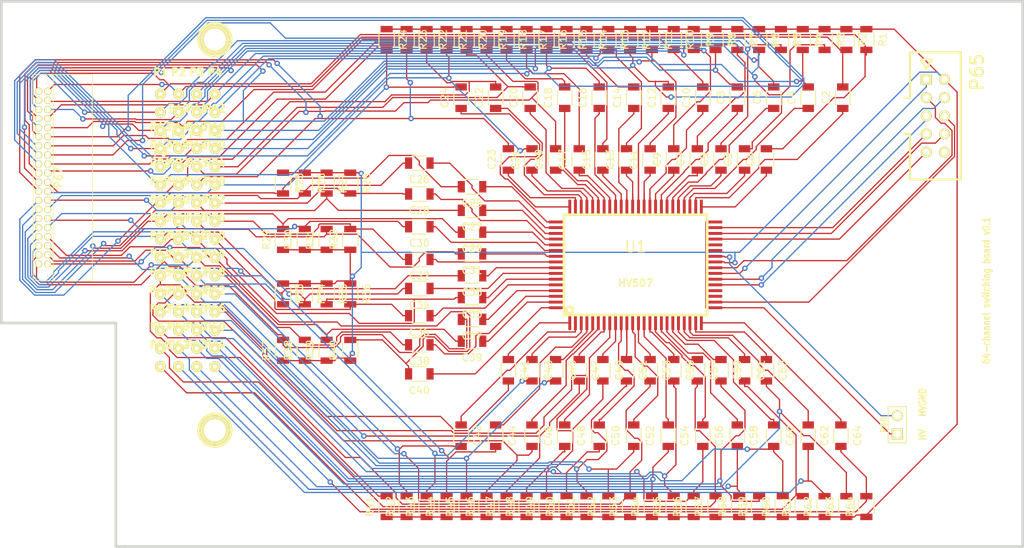
<source format=kicad_pcb>
(kicad_pcb (version 4) (host pcbnew 4.0.0-rc1-stable)
  (title_block (date "24 sep 2015"))
  (layers (0 Front signal) (31 Back signal) (34 B.Paste user) (35 F.Paste user) (36 B.SilkS user) (37 F.SilkS user) (38 B.Mask user) (39 F.Mask user) (44 Edge.Cuts user))
  (net 0 "")
  (net 1 +5V)
  (net 2 BL)
  (net 3 CLK)
  (net 4 DIOA)
  (net 5 DIOB)
  (net 6 DIR)
  (net 7 GND)
  (net 8 LE)
  (net 9 POL)
  (net 10 "Net-(P66-Pad1)")
  (net 11 "Net-(P66-Pad2)")
  (net 12 "Net-(C1-Pad1)")
  (net 13 "Net-(C1-Pad2)")
  (net 14 "Net-(C2-Pad1)")
  (net 15 "Net-(C2-Pad2)")
  (net 16 "Net-(C3-Pad1)")
  (net 17 "Net-(C3-Pad2)")
  (net 18 "Net-(C4-Pad1)")
  (net 19 "Net-(C4-Pad2)")
  (net 20 "Net-(C5-Pad1)")
  (net 21 "Net-(C5-Pad2)")
  (net 22 "Net-(C6-Pad1)")
  (net 23 "Net-(C6-Pad2)")
  (net 24 "Net-(C7-Pad1)")
  (net 25 "Net-(C7-Pad2)")
  (net 26 "Net-(C8-Pad1)")
  (net 27 "Net-(C8-Pad2)")
  (net 28 "Net-(C9-Pad1)")
  (net 29 "Net-(C9-Pad2)")
  (net 30 "Net-(C10-Pad1)")
  (net 31 "Net-(C10-Pad2)")
  (net 32 "Net-(C11-Pad1)")
  (net 33 "Net-(C11-Pad2)")
  (net 34 "Net-(C12-Pad1)")
  (net 35 "Net-(C12-Pad2)")
  (net 36 "Net-(C13-Pad1)")
  (net 37 "Net-(C13-Pad2)")
  (net 38 "Net-(C14-Pad1)")
  (net 39 "Net-(C14-Pad2)")
  (net 40 "Net-(C15-Pad1)")
  (net 41 "Net-(C15-Pad2)")
  (net 42 "Net-(C16-Pad1)")
  (net 43 "Net-(C16-Pad2)")
  (net 44 "Net-(C17-Pad1)")
  (net 45 "Net-(C17-Pad2)")
  (net 46 "Net-(C18-Pad1)")
  (net 47 "Net-(C18-Pad2)")
  (net 48 "Net-(C19-Pad1)")
  (net 49 "Net-(C19-Pad2)")
  (net 50 "Net-(C20-Pad1)")
  (net 51 "Net-(C20-Pad2)")
  (net 52 "Net-(C21-Pad1)")
  (net 53 "Net-(C21-Pad2)")
  (net 54 "Net-(C22-Pad1)")
  (net 55 "Net-(C22-Pad2)")
  (net 56 "Net-(C23-Pad1)")
  (net 57 "Net-(C23-Pad2)")
  (net 58 "Net-(C24-Pad1)")
  (net 59 "Net-(C24-Pad2)")
  (net 60 "Net-(C25-Pad1)")
  (net 61 "Net-(C25-Pad2)")
  (net 62 "Net-(C26-Pad1)")
  (net 63 "Net-(C26-Pad2)")
  (net 64 "Net-(C27-Pad1)")
  (net 65 "Net-(C27-Pad2)")
  (net 66 "Net-(C28-Pad1)")
  (net 67 "Net-(C28-Pad2)")
  (net 68 "Net-(C29-Pad1)")
  (net 69 "Net-(C29-Pad2)")
  (net 70 "Net-(C30-Pad1)")
  (net 71 "Net-(C30-Pad2)")
  (net 72 "Net-(C31-Pad1)")
  (net 73 "Net-(C31-Pad2)")
  (net 74 "Net-(C32-Pad1)")
  (net 75 "Net-(C32-Pad2)")
  (net 76 "Net-(C33-Pad1)")
  (net 77 "Net-(C33-Pad2)")
  (net 78 "Net-(C34-Pad1)")
  (net 79 "Net-(C34-Pad2)")
  (net 80 "Net-(C35-Pad1)")
  (net 81 "Net-(C35-Pad2)")
  (net 82 "Net-(C36-Pad1)")
  (net 83 "Net-(C36-Pad2)")
  (net 84 "Net-(C37-Pad1)")
  (net 85 "Net-(C37-Pad2)")
  (net 86 "Net-(C38-Pad1)")
  (net 87 "Net-(C38-Pad2)")
  (net 88 "Net-(C39-Pad1)")
  (net 89 "Net-(C39-Pad2)")
  (net 90 "Net-(C40-Pad1)")
  (net 91 "Net-(C40-Pad2)")
  (net 92 "Net-(C41-Pad1)")
  (net 93 "Net-(C41-Pad2)")
  (net 94 "Net-(C42-Pad1)")
  (net 95 "Net-(C42-Pad2)")
  (net 96 "Net-(C43-Pad1)")
  (net 97 "Net-(C43-Pad2)")
  (net 98 "Net-(C44-Pad1)")
  (net 99 "Net-(C44-Pad2)")
  (net 100 "Net-(C45-Pad1)")
  (net 101 "Net-(C45-Pad2)")
  (net 102 "Net-(C46-Pad1)")
  (net 103 "Net-(C46-Pad2)")
  (net 104 "Net-(C47-Pad1)")
  (net 105 "Net-(C47-Pad2)")
  (net 106 "Net-(C48-Pad1)")
  (net 107 "Net-(C48-Pad2)")
  (net 108 "Net-(C49-Pad1)")
  (net 109 "Net-(C49-Pad2)")
  (net 110 "Net-(C50-Pad1)")
  (net 111 "Net-(C50-Pad2)")
  (net 112 "Net-(C51-Pad1)")
  (net 113 "Net-(C51-Pad2)")
  (net 114 "Net-(C52-Pad1)")
  (net 115 "Net-(C52-Pad2)")
  (net 116 "Net-(C53-Pad1)")
  (net 117 "Net-(C53-Pad2)")
  (net 118 "Net-(C54-Pad1)")
  (net 119 "Net-(C54-Pad2)")
  (net 120 "Net-(C55-Pad1)")
  (net 121 "Net-(C55-Pad2)")
  (net 122 "Net-(C56-Pad1)")
  (net 123 "Net-(C56-Pad2)")
  (net 124 "Net-(C57-Pad1)")
  (net 125 "Net-(C57-Pad2)")
  (net 126 "Net-(C58-Pad1)")
  (net 127 "Net-(C58-Pad2)")
  (net 128 "Net-(C59-Pad1)")
  (net 129 "Net-(C59-Pad2)")
  (net 130 "Net-(C60-Pad1)")
  (net 131 "Net-(C60-Pad2)")
  (net 132 "Net-(C61-Pad1)")
  (net 133 "Net-(C61-Pad2)")
  (net 134 "Net-(C62-Pad1)")
  (net 135 "Net-(C62-Pad2)")
  (net 136 "Net-(C63-Pad1)")
  (net 137 "Net-(C63-Pad2)")
  (net 138 "Net-(C64-Pad1)")
  (net 139 "Net-(C64-Pad2)")
  (net 140 "Net-(P65-Pad10)")
  (net 141 "Net-(U1-Pad27)")
  (net 142 "Net-(U1-Pad28)")
  (net 143 "Net-(U1-Pad35)")
  (net 144 "Net-(U1-Pad36)")
  (module he10-10d (layer Front) (at 150.114 49.53 270)
    (fp_text reference P65 (at -6.096 -5.842 270) (layer F.SilkS) (effects (font (size 1.778 1.778) (thickness 0.3048))))
    (fp_text value CONN_01X10 hide)
    (pad 1 thru_hole rect (at -5.08 1.27 270) (size 1.524 1.524) (drill 0.9144) (layers *.Cu *.Mask F.SilkS) (net 1 +5V))
    (pad 2 thru_hole circle (at -5.08 -1.27 270) (size 1.524 1.524) (drill 0.9144) (layers *.Cu *.Mask F.SilkS) (net 7 GND))
    (pad 3 thru_hole circle (at -2.54 1.27 270) (size 1.524 1.524) (drill 0.9144) (layers *.Cu *.Mask F.SilkS) (net 6 DIR))
    (pad 4 thru_hole circle (at -2.54 -1.27 270) (size 1.524 1.524) (drill 0.9144) (layers *.Cu *.Mask F.SilkS) (net 9 POL))
    (pad 5 thru_hole circle (at 0 1.27 270) (size 1.524 1.524) (drill 0.9144) (layers *.Cu *.Mask F.SilkS) (net 2 BL))
    (pad 6 thru_hole circle (at 0 -1.27 270) (size 1.524 1.524) (drill 0.9144) (layers *.Cu *.Mask F.SilkS) (net 4 DIOA))
    (pad 7 thru_hole circle (at 2.54 1.27 270) (size 1.524 1.524) (drill 0.9144) (layers *.Cu *.Mask F.SilkS) (net 5 DIOB))
    (pad 8 thru_hole circle (at 2.54 -1.27 270) (size 1.524 1.524) (drill 0.9144) (layers *.Cu *.Mask F.SilkS) (net 8 LE))
    (pad 9 thru_hole circle (at 5.08 1.27 270) (size 1.524 1.524) (drill 0.9144) (layers *.Cu *.Mask F.SilkS) (net 3 CLK))
    (pad 10 thru_hole circle (at 5.08 -1.27 270) (size 1.524 1.524) (drill 0.9144) (layers *.Cu *.Mask F.SilkS) (net 140 "Net-(P65-Pad10)"))
  )
  (module 1pin (layer Front) (at 49.403 93.472)
    (fp_text reference H3 hide)
    (fp_text value H3 hide)
    (pad 1 thru_hole circle (at 0 0) (size 4.064 4.064) (drill 3.048) (layers *.Cu *.Mask F.SilkS))
  )
  (module 1pin (layer Front) (at 49.403 38.862)
    (fp_text reference H2 hide)
    (fp_text value H2 hide)
    (pad 1 thru_hole circle (at 0 0) (size 4.064 4.064) (drill 3.048) (layers *.Cu *.Mask F.SilkS))
  )
  (module pogo_pin (layer Front) (at 41.783 46.482)
    (fp_text reference P1 (at 0 -3.048) (layer F.SilkS) (effects (font (size 1.016 1.016) (thickness 0.254))))
    (fp_text value CONN_01X01 hide)
    (pad 1 thru_hole circle (at 0 0) (size 1.524 1.524) (drill 0.55) (layers *.Cu *.Mask F.SilkS) (net 13 "Net-(C1-Pad2)"))
  )
  (module pogo_pin (layer Front) (at 44.323 46.482)
    (fp_text reference P2 (at 0 -3.048) (layer F.SilkS) (effects (font (size 1.016 1.016) (thickness 0.254))))
    (fp_text value CONN_01X01 hide)
    (pad 1 thru_hole circle (at 0 0) (size 1.524 1.524) (drill 0.55) (layers *.Cu *.Mask F.SilkS) (net 15 "Net-(C2-Pad2)"))
  )
  (module pogo_pin (layer Front) (at 46.863 46.482)
    (fp_text reference P3 (at 0 -3.048) (layer F.SilkS) (effects (font (size 1.016 1.016) (thickness 0.254))))
    (fp_text value CONN_01X01 hide)
    (pad 1 thru_hole circle (at 0 0) (size 1.524 1.524) (drill 0.55) (layers *.Cu *.Mask F.SilkS) (net 17 "Net-(C3-Pad2)"))
  )
  (module pogo_pin (layer Front) (at 49.403 46.482)
    (fp_text reference P4 (at 0 -3.048) (layer F.SilkS) (effects (font (size 1.016 1.016) (thickness 0.254))))
    (fp_text value CONN_01X01 hide)
    (pad 1 thru_hole circle (at 0 0) (size 1.524 1.524) (drill 0.55) (layers *.Cu *.Mask F.SilkS) (net 19 "Net-(C4-Pad2)"))
  )
  (module pogo_pin (layer Front) (at 41.783 49.022 180)
    (fp_text reference P5 (at 0 -3.048 180) (layer F.SilkS) (effects (font (size 1.016 1.016) (thickness 0.254))))
    (fp_text value CONN_01X01 hide)
    (pad 1 thru_hole circle (at 0 0 180) (size 1.524 1.524) (drill 0.55) (layers *.Cu *.Mask F.SilkS) (net 21 "Net-(C5-Pad2)"))
  )
  (module pogo_pin (layer Front) (at 44.323 49.022 180)
    (fp_text reference P6 (at 0 -3.048 180) (layer F.SilkS) (effects (font (size 1.016 1.016) (thickness 0.254))))
    (fp_text value CONN_01X01 hide)
    (pad 1 thru_hole circle (at 0 0 180) (size 1.524 1.524) (drill 0.55) (layers *.Cu *.Mask F.SilkS) (net 23 "Net-(C6-Pad2)"))
  )
  (module pogo_pin (layer Front) (at 46.863 49.022 180)
    (fp_text reference P7 (at 0 -3.048 180) (layer F.SilkS) (effects (font (size 1.016 1.016) (thickness 0.254))))
    (fp_text value CONN_01X01 hide)
    (pad 1 thru_hole circle (at 0 0 180) (size 1.524 1.524) (drill 0.55) (layers *.Cu *.Mask F.SilkS) (net 25 "Net-(C7-Pad2)"))
  )
  (module pogo_pin (layer Front) (at 49.403 49.022 180)
    (fp_text reference P8 (at 0 -3.048 180) (layer F.SilkS) (effects (font (size 1.016 1.016) (thickness 0.254))))
    (fp_text value CONN_01X01 hide)
    (pad 1 thru_hole circle (at 0 0 180) (size 1.524 1.524) (drill 0.55) (layers *.Cu *.Mask F.SilkS) (net 27 "Net-(C8-Pad2)"))
  )
  (module pogo_pin (layer Front) (at 41.783 51.562 180)
    (fp_text reference P9 (at 0 -3.048 180) (layer F.SilkS) (effects (font (size 1.016 1.016) (thickness 0.254))))
    (fp_text value CONN_01X01 hide)
    (pad 1 thru_hole circle (at 0 0 180) (size 1.524 1.524) (drill 0.55) (layers *.Cu *.Mask F.SilkS) (net 29 "Net-(C9-Pad2)"))
  )
  (module pogo_pin (layer Front) (at 44.323 51.562)
    (fp_text reference P10 (at 0 -3.048) (layer F.SilkS) (effects (font (size 1.016 1.016) (thickness 0.254))))
    (fp_text value CONN_01X01 hide)
    (pad 1 thru_hole circle (at 0 0) (size 1.524 1.524) (drill 0.55) (layers *.Cu *.Mask F.SilkS) (net 31 "Net-(C10-Pad2)"))
  )
  (module pogo_pin (layer Front) (at 46.863 51.562)
    (fp_text reference P11 (at 0 -3.048) (layer F.SilkS) (effects (font (size 1.016 1.016) (thickness 0.254))))
    (fp_text value CONN_01X01 hide)
    (pad 1 thru_hole circle (at 0 0) (size 1.524 1.524) (drill 0.55) (layers *.Cu *.Mask F.SilkS) (net 33 "Net-(C11-Pad2)"))
  )
  (module pogo_pin (layer Front) (at 49.403 51.562)
    (fp_text reference P12 (at 0 -3.048) (layer F.SilkS) (effects (font (size 1.016 1.016) (thickness 0.254))))
    (fp_text value CONN_01X01 hide)
    (pad 1 thru_hole circle (at 0 0) (size 1.524 1.524) (drill 0.55) (layers *.Cu *.Mask F.SilkS) (net 35 "Net-(C12-Pad2)"))
  )
  (module pogo_pin (layer Front) (at 41.783 54.102)
    (fp_text reference P13 (at 0 -3.048) (layer F.SilkS) (effects (font (size 1.016 1.016) (thickness 0.254))))
    (fp_text value CONN_01X01 hide)
    (pad 1 thru_hole circle (at 0 0) (size 1.524 1.524) (drill 0.55) (layers *.Cu *.Mask F.SilkS) (net 37 "Net-(C13-Pad2)"))
  )
  (module pogo_pin (layer Front) (at 44.323 54.102)
    (fp_text reference P14 (at 0 -3.048) (layer F.SilkS) (effects (font (size 1.016 1.016) (thickness 0.254))))
    (fp_text value CONN_01X01 hide)
    (pad 1 thru_hole circle (at 0 0) (size 1.524 1.524) (drill 0.55) (layers *.Cu *.Mask F.SilkS) (net 39 "Net-(C14-Pad2)"))
  )
  (module pogo_pin (layer Front) (at 46.863 54.102)
    (fp_text reference P15 (at 0 -3.048) (layer F.SilkS) (effects (font (size 1.016 1.016) (thickness 0.254))))
    (fp_text value CONN_01X01 hide)
    (pad 1 thru_hole circle (at 0 0) (size 1.524 1.524) (drill 0.55) (layers *.Cu *.Mask F.SilkS) (net 41 "Net-(C15-Pad2)"))
  )
  (module pogo_pin (layer Front) (at 49.403 54.102)
    (fp_text reference P16 (at 0 -3.048) (layer F.SilkS) (effects (font (size 1.016 1.016) (thickness 0.254))))
    (fp_text value CONN_01X01 hide)
    (pad 1 thru_hole circle (at 0 0) (size 1.524 1.524) (drill 0.55) (layers *.Cu *.Mask F.SilkS) (net 43 "Net-(C16-Pad2)"))
  )
  (module pogo_pin (layer Front) (at 41.783 56.642)
    (fp_text reference P17 (at 0 -3.048) (layer F.SilkS) (effects (font (size 1.016 1.016) (thickness 0.254))))
    (fp_text value CONN_01X01 hide)
    (pad 1 thru_hole circle (at 0 0) (size 1.524 1.524) (drill 0.55) (layers *.Cu *.Mask F.SilkS) (net 45 "Net-(C17-Pad2)"))
  )
  (module pogo_pin (layer Front) (at 44.323 56.642)
    (fp_text reference P18 (at 0 -3.048) (layer F.SilkS) (effects (font (size 1.016 1.016) (thickness 0.254))))
    (fp_text value CONN_01X01 hide)
    (pad 1 thru_hole circle (at 0 0) (size 1.524 1.524) (drill 0.55) (layers *.Cu *.Mask F.SilkS) (net 47 "Net-(C18-Pad2)"))
  )
  (module pogo_pin (layer Front) (at 46.863 56.642)
    (fp_text reference P19 (at 0 -3.048) (layer F.SilkS) (effects (font (size 1.016 1.016) (thickness 0.254))))
    (fp_text value CONN_01X01 hide)
    (pad 1 thru_hole circle (at 0 0) (size 1.524 1.524) (drill 0.55) (layers *.Cu *.Mask F.SilkS) (net 49 "Net-(C19-Pad2)"))
  )
  (module pogo_pin (layer Front) (at 49.403 56.642)
    (fp_text reference P20 (at 0 -3.048) (layer F.SilkS) (effects (font (size 1.016 1.016) (thickness 0.254))))
    (fp_text value CONN_01X01 hide)
    (pad 1 thru_hole circle (at 0 0) (size 1.524 1.524) (drill 0.55) (layers *.Cu *.Mask F.SilkS) (net 51 "Net-(C20-Pad2)"))
  )
  (module pogo_pin (layer Front) (at 41.783 59.182)
    (fp_text reference P21 (at 0 -3.048) (layer F.SilkS) (effects (font (size 1.016 1.016) (thickness 0.254))))
    (fp_text value CONN_01X01 hide)
    (pad 1 thru_hole circle (at 0 0) (size 1.524 1.524) (drill 0.55) (layers *.Cu *.Mask F.SilkS) (net 53 "Net-(C21-Pad2)"))
  )
  (module pogo_pin (layer Front) (at 44.323 59.182)
    (fp_text reference P22 (at 0 -3.048) (layer F.SilkS) (effects (font (size 1.016 1.016) (thickness 0.254))))
    (fp_text value CONN_01X01 hide)
    (pad 1 thru_hole circle (at 0 0) (size 1.524 1.524) (drill 0.55) (layers *.Cu *.Mask F.SilkS) (net 55 "Net-(C22-Pad2)"))
  )
  (module pogo_pin (layer Front) (at 46.863 59.182)
    (fp_text reference P23 (at 0 -3.048) (layer F.SilkS) (effects (font (size 1.016 1.016) (thickness 0.254))))
    (fp_text value CONN_01X01 hide)
    (pad 1 thru_hole circle (at 0 0) (size 1.524 1.524) (drill 0.55) (layers *.Cu *.Mask F.SilkS) (net 57 "Net-(C23-Pad2)"))
  )
  (module pogo_pin (layer Front) (at 49.403 59.182)
    (fp_text reference P24 (at 0 -3.048) (layer F.SilkS) (effects (font (size 1.016 1.016) (thickness 0.254))))
    (fp_text value CONN_01X01 hide)
    (pad 1 thru_hole circle (at 0 0) (size 1.524 1.524) (drill 0.55) (layers *.Cu *.Mask F.SilkS) (net 59 "Net-(C24-Pad2)"))
  )
  (module pogo_pin (layer Front) (at 41.783 61.722)
    (fp_text reference P25 (at 0 -3.048) (layer F.SilkS) (effects (font (size 1.016 1.016) (thickness 0.254))))
    (fp_text value CONN_01X01 hide)
    (pad 1 thru_hole circle (at 0 0) (size 1.524 1.524) (drill 0.55) (layers *.Cu *.Mask F.SilkS) (net 61 "Net-(C25-Pad2)"))
  )
  (module pogo_pin (layer Front) (at 44.323 61.722)
    (fp_text reference P26 (at 0 -3.048) (layer F.SilkS) (effects (font (size 1.016 1.016) (thickness 0.254))))
    (fp_text value CONN_01X01 hide)
    (pad 1 thru_hole circle (at 0 0) (size 1.524 1.524) (drill 0.55) (layers *.Cu *.Mask F.SilkS) (net 63 "Net-(C26-Pad2)"))
  )
  (module pogo_pin (layer Front) (at 46.863 61.722)
    (fp_text reference P27 (at 0 -3.048) (layer F.SilkS) (effects (font (size 1.016 1.016) (thickness 0.254))))
    (fp_text value CONN_01X01 hide)
    (pad 1 thru_hole circle (at 0 0) (size 1.524 1.524) (drill 0.55) (layers *.Cu *.Mask F.SilkS) (net 65 "Net-(C27-Pad2)"))
  )
  (module pogo_pin (layer Front) (at 49.403 61.722)
    (fp_text reference P28 (at 0 -3.048) (layer F.SilkS) (effects (font (size 1.016 1.016) (thickness 0.254))))
    (fp_text value CONN_01X01 hide)
    (pad 1 thru_hole circle (at 0 0) (size 1.524 1.524) (drill 0.55) (layers *.Cu *.Mask F.SilkS) (net 67 "Net-(C28-Pad2)"))
  )
  (module pogo_pin (layer Front) (at 41.783 64.262)
    (fp_text reference P29 (at 0 -3.048) (layer F.SilkS) (effects (font (size 1.016 1.016) (thickness 0.254))))
    (fp_text value CONN_01X01 hide)
    (pad 1 thru_hole circle (at 0 0) (size 1.524 1.524) (drill 0.55) (layers *.Cu *.Mask F.SilkS) (net 69 "Net-(C29-Pad2)"))
  )
  (module pogo_pin (layer Front) (at 44.323 64.262)
    (fp_text reference P30 (at 0 -3.048) (layer F.SilkS) (effects (font (size 1.016 1.016) (thickness 0.254))))
    (fp_text value CONN_01X01 hide)
    (pad 1 thru_hole circle (at 0 0) (size 1.524 1.524) (drill 0.55) (layers *.Cu *.Mask F.SilkS) (net 71 "Net-(C30-Pad2)"))
  )
  (module pogo_pin (layer Front) (at 46.863 64.262)
    (fp_text reference P31 (at 0 -3.048) (layer F.SilkS) (effects (font (size 1.016 1.016) (thickness 0.254))))
    (fp_text value CONN_01X01 hide)
    (pad 1 thru_hole circle (at 0 0) (size 1.524 1.524) (drill 0.55) (layers *.Cu *.Mask F.SilkS) (net 73 "Net-(C31-Pad2)"))
  )
  (module pogo_pin (layer Front) (at 49.403 64.262)
    (fp_text reference P32 (at 0 -3.048) (layer F.SilkS) (effects (font (size 1.016 1.016) (thickness 0.254))))
    (fp_text value CONN_01X01 hide)
    (pad 1 thru_hole circle (at 0 0) (size 1.524 1.524) (drill 0.55) (layers *.Cu *.Mask F.SilkS) (net 75 "Net-(C32-Pad2)"))
  )
  (module pogo_pin (layer Front) (at 41.783 66.802)
    (fp_text reference P33 (at 0 -3.048) (layer F.SilkS) (effects (font (size 1.016 1.016) (thickness 0.254))))
    (fp_text value CONN_01X01 hide)
    (pad 1 thru_hole circle (at 0 0) (size 1.524 1.524) (drill 0.55) (layers *.Cu *.Mask F.SilkS) (net 77 "Net-(C33-Pad2)"))
  )
  (module pogo_pin (layer Front) (at 44.323 66.802)
    (fp_text reference P34 (at 0 -3.048) (layer F.SilkS) (effects (font (size 1.016 1.016) (thickness 0.254))))
    (fp_text value CONN_01X01 hide)
    (pad 1 thru_hole circle (at 0 0) (size 1.524 1.524) (drill 0.55) (layers *.Cu *.Mask F.SilkS) (net 79 "Net-(C34-Pad2)"))
  )
  (module pogo_pin (layer Front) (at 46.863 66.802)
    (fp_text reference P35 (at 0 -3.048) (layer F.SilkS) (effects (font (size 1.016 1.016) (thickness 0.254))))
    (fp_text value CONN_01X01 hide)
    (pad 1 thru_hole circle (at 0 0) (size 1.524 1.524) (drill 0.55) (layers *.Cu *.Mask F.SilkS) (net 81 "Net-(C35-Pad2)"))
  )
  (module pogo_pin (layer Front) (at 49.403 66.802)
    (fp_text reference P36 (at 0 -3.048) (layer F.SilkS) (effects (font (size 1.016 1.016) (thickness 0.254))))
    (fp_text value CONN_01X01 hide)
    (pad 1 thru_hole circle (at 0 0) (size 1.524 1.524) (drill 0.55) (layers *.Cu *.Mask F.SilkS) (net 83 "Net-(C36-Pad2)"))
  )
  (module pogo_pin (layer Front) (at 41.783 69.342)
    (fp_text reference P37 (at 0 -3.048) (layer F.SilkS) (effects (font (size 1.016 1.016) (thickness 0.254))))
    (fp_text value CONN_01X01 hide)
    (pad 1 thru_hole circle (at 0 0) (size 1.524 1.524) (drill 0.55) (layers *.Cu *.Mask F.SilkS) (net 85 "Net-(C37-Pad2)"))
  )
  (module pogo_pin (layer Front) (at 44.323 69.342)
    (fp_text reference P38 (at 0 -3.048) (layer F.SilkS) (effects (font (size 1.016 1.016) (thickness 0.254))))
    (fp_text value CONN_01X01 hide)
    (pad 1 thru_hole circle (at 0 0) (size 1.524 1.524) (drill 0.55) (layers *.Cu *.Mask F.SilkS) (net 87 "Net-(C38-Pad2)"))
  )
  (module pogo_pin (layer Front) (at 46.863 69.342)
    (fp_text reference P39 (at 0 -3.048) (layer F.SilkS) (effects (font (size 1.016 1.016) (thickness 0.254))))
    (fp_text value CONN_01X01 hide)
    (pad 1 thru_hole circle (at 0 0) (size 1.524 1.524) (drill 0.55) (layers *.Cu *.Mask F.SilkS) (net 89 "Net-(C39-Pad2)"))
  )
  (module pogo_pin (layer Front) (at 49.403 69.342)
    (fp_text reference P40 (at 0 -3.048) (layer F.SilkS) (effects (font (size 1.016 1.016) (thickness 0.254))))
    (fp_text value CONN_01X01 hide)
    (pad 1 thru_hole circle (at 0 0) (size 1.524 1.524) (drill 0.55) (layers *.Cu *.Mask F.SilkS) (net 91 "Net-(C40-Pad2)"))
  )
  (module pogo_pin (layer Front) (at 41.783 71.882)
    (fp_text reference P41 (at 0 -3.048) (layer F.SilkS) (effects (font (size 1.016 1.016) (thickness 0.254))))
    (fp_text value CONN_01X01 hide)
    (pad 1 thru_hole circle (at 0 0) (size 1.524 1.524) (drill 0.55) (layers *.Cu *.Mask F.SilkS) (net 93 "Net-(C41-Pad2)"))
  )
  (module pogo_pin (layer Front) (at 44.323 71.882)
    (fp_text reference P42 (at 0 -3.048) (layer F.SilkS) (effects (font (size 1.016 1.016) (thickness 0.254))))
    (fp_text value CONN_01X01 hide)
    (pad 1 thru_hole circle (at 0 0) (size 1.524 1.524) (drill 0.55) (layers *.Cu *.Mask F.SilkS) (net 95 "Net-(C42-Pad2)"))
  )
  (module pogo_pin (layer Front) (at 46.863 71.882)
    (fp_text reference P43 (at 0 -3.048) (layer F.SilkS) (effects (font (size 1.016 1.016) (thickness 0.254))))
    (fp_text value CONN_01X01 hide)
    (pad 1 thru_hole circle (at 0 0) (size 1.524 1.524) (drill 0.55) (layers *.Cu *.Mask F.SilkS) (net 97 "Net-(C43-Pad2)"))
  )
  (module pogo_pin (layer Front) (at 49.403 71.882)
    (fp_text reference P44 (at 0 -3.048) (layer F.SilkS) (effects (font (size 1.016 1.016) (thickness 0.254))))
    (fp_text value CONN_01X01 hide)
    (pad 1 thru_hole circle (at 0 0) (size 1.524 1.524) (drill 0.55) (layers *.Cu *.Mask F.SilkS) (net 99 "Net-(C44-Pad2)"))
  )
  (module pogo_pin (layer Front) (at 41.783 74.422)
    (fp_text reference P45 (at 0 -3.048) (layer F.SilkS) (effects (font (size 1.016 1.016) (thickness 0.254))))
    (fp_text value CONN_01X01 hide)
    (pad 1 thru_hole circle (at 0 0) (size 1.524 1.524) (drill 0.55) (layers *.Cu *.Mask F.SilkS) (net 101 "Net-(C45-Pad2)"))
  )
  (module pogo_pin (layer Front) (at 44.323 74.422)
    (fp_text reference P46 (at 0 -3.048) (layer F.SilkS) (effects (font (size 1.016 1.016) (thickness 0.254))))
    (fp_text value CONN_01X01 hide)
    (pad 1 thru_hole circle (at 0 0) (size 1.524 1.524) (drill 0.55) (layers *.Cu *.Mask F.SilkS) (net 103 "Net-(C46-Pad2)"))
  )
  (module pogo_pin (layer Front) (at 46.863 74.422)
    (fp_text reference P47 (at 0 -3.048) (layer F.SilkS) (effects (font (size 1.016 1.016) (thickness 0.254))))
    (fp_text value CONN_01X01 hide)
    (pad 1 thru_hole circle (at 0 0) (size 1.524 1.524) (drill 0.55) (layers *.Cu *.Mask F.SilkS) (net 105 "Net-(C47-Pad2)"))
  )
  (module pogo_pin (layer Front) (at 49.403 74.422)
    (fp_text reference P48 (at 0 -3.048) (layer F.SilkS) (effects (font (size 1.016 1.016) (thickness 0.254))))
    (fp_text value CONN_01X01 hide)
    (pad 1 thru_hole circle (at 0 0) (size 1.524 1.524) (drill 0.55) (layers *.Cu *.Mask F.SilkS) (net 107 "Net-(C48-Pad2)"))
  )
  (module pogo_pin (layer Front) (at 41.783 76.962)
    (fp_text reference P49 (at 0 -3.048) (layer F.SilkS) (effects (font (size 1.016 1.016) (thickness 0.254))))
    (fp_text value CONN_01X01 hide)
    (pad 1 thru_hole circle (at 0 0) (size 1.524 1.524) (drill 0.55) (layers *.Cu *.Mask F.SilkS) (net 109 "Net-(C49-Pad2)"))
  )
  (module pogo_pin (layer Front) (at 44.323 76.962)
    (fp_text reference P50 (at 0 -3.048) (layer F.SilkS) (effects (font (size 1.016 1.016) (thickness 0.254))))
    (fp_text value CONN_01X01 hide)
    (pad 1 thru_hole circle (at 0 0) (size 1.524 1.524) (drill 0.55) (layers *.Cu *.Mask F.SilkS) (net 111 "Net-(C50-Pad2)"))
  )
  (module pogo_pin (layer Front) (at 46.863 76.962)
    (fp_text reference P51 (at 0 -3.048) (layer F.SilkS) (effects (font (size 1.016 1.016) (thickness 0.254))))
    (fp_text value CONN_01X01 hide)
    (pad 1 thru_hole circle (at 0 0) (size 1.524 1.524) (drill 0.55) (layers *.Cu *.Mask F.SilkS) (net 113 "Net-(C51-Pad2)"))
  )
  (module pogo_pin (layer Front) (at 49.403 76.962)
    (fp_text reference P52 (at 0 -3.048) (layer F.SilkS) (effects (font (size 1.016 1.016) (thickness 0.254))))
    (fp_text value CONN_01X01 hide)
    (pad 1 thru_hole circle (at 0 0) (size 1.524 1.524) (drill 0.55) (layers *.Cu *.Mask F.SilkS) (net 115 "Net-(C52-Pad2)"))
  )
  (module pogo_pin (layer Front) (at 41.783 79.502)
    (fp_text reference P53 (at 0 -3.048) (layer F.SilkS) (effects (font (size 1.016 1.016) (thickness 0.254))))
    (fp_text value CONN_01X01 hide)
    (pad 1 thru_hole circle (at 0 0) (size 1.524 1.524) (drill 0.55) (layers *.Cu *.Mask F.SilkS) (net 117 "Net-(C53-Pad2)"))
  )
  (module pogo_pin (layer Front) (at 44.323 79.502)
    (fp_text reference P54 (at 0 -3.048) (layer F.SilkS) (effects (font (size 1.016 1.016) (thickness 0.254))))
    (fp_text value CONN_01X01 hide)
    (pad 1 thru_hole circle (at 0 0) (size 1.524 1.524) (drill 0.55) (layers *.Cu *.Mask F.SilkS) (net 119 "Net-(C54-Pad2)"))
  )
  (module pogo_pin (layer Front) (at 46.863 79.502)
    (fp_text reference P55 (at 0 -3.048) (layer F.SilkS) (effects (font (size 1.016 1.016) (thickness 0.254))))
    (fp_text value CONN_01X01 hide)
    (pad 1 thru_hole circle (at 0 0) (size 1.524 1.524) (drill 0.55) (layers *.Cu *.Mask F.SilkS) (net 121 "Net-(C55-Pad2)"))
  )
  (module pogo_pin (layer Front) (at 49.403 79.502)
    (fp_text reference P56 (at 0 -3.048) (layer F.SilkS) (effects (font (size 1.016 1.016) (thickness 0.254))))
    (fp_text value CONN_01X01 hide)
    (pad 1 thru_hole circle (at 0 0) (size 1.524 1.524) (drill 0.55) (layers *.Cu *.Mask F.SilkS) (net 123 "Net-(C56-Pad2)"))
  )
  (module pogo_pin (layer Front) (at 41.783 82.042)
    (fp_text reference P57 (at 0 -3.048) (layer F.SilkS) (effects (font (size 1.016 1.016) (thickness 0.254))))
    (fp_text value CONN_01X01 hide)
    (pad 1 thru_hole circle (at 0 0) (size 1.524 1.524) (drill 0.55) (layers *.Cu *.Mask F.SilkS) (net 125 "Net-(C57-Pad2)"))
  )
  (module pogo_pin (layer Front) (at 44.323 82.042)
    (fp_text reference P58 (at 0 -3.048) (layer F.SilkS) (effects (font (size 1.016 1.016) (thickness 0.254))))
    (fp_text value CONN_01X01 hide)
    (pad 1 thru_hole circle (at 0 0) (size 1.524 1.524) (drill 0.55) (layers *.Cu *.Mask F.SilkS) (net 127 "Net-(C58-Pad2)"))
  )
  (module pogo_pin (layer Front) (at 46.863 82.042)
    (fp_text reference P59 (at 0 -3.048) (layer F.SilkS) (effects (font (size 1.016 1.016) (thickness 0.254))))
    (fp_text value CONN_01X01 hide)
    (pad 1 thru_hole circle (at 0 0) (size 1.524 1.524) (drill 0.55) (layers *.Cu *.Mask F.SilkS) (net 129 "Net-(C59-Pad2)"))
  )
  (module pogo_pin (layer Front) (at 49.403 82.042)
    (fp_text reference P60 (at 0 -3.048) (layer F.SilkS) (effects (font (size 1.016 1.016) (thickness 0.254))))
    (fp_text value CONN_01X01 hide)
    (pad 1 thru_hole circle (at 0 0) (size 1.524 1.524) (drill 0.55) (layers *.Cu *.Mask F.SilkS) (net 131 "Net-(C60-Pad2)"))
  )
  (module PQFP80 (layer Front) (at 108.204 70.358)
    (fp_text reference U1 (at 0 -2.54) (layer F.SilkS) (effects (font (thickness 0.2032))))
    (fp_text value HV507 (at 0 2.54) (layer F.SilkS) (effects (font (size 1.016 1.016) (thickness 0.2032))))
    (pad 1 smd rect (at -9.1948 8.1026) (size 0.4064 2.032) (layers Front F.Paste F.Mask) (net 92 "Net-(C41-Pad1)"))
    (pad 2 smd rect (at -8.4074 8.1026) (size 0.4064 2.032) (layers Front F.Paste F.Mask) (net 94 "Net-(C42-Pad1)"))
    (pad 3 smd rect (at -7.5946 8.1026) (size 0.4064 2.032) (layers Front F.Paste F.Mask) (net 96 "Net-(C43-Pad1)"))
    (pad 4 smd rect (at -6.8072 8.1026) (size 0.4064 2.032) (layers Front F.Paste F.Mask) (net 98 "Net-(C44-Pad1)"))
    (pad 5 smd rect (at -5.9944 8.1026) (size 0.4064 2.032) (layers Front F.Paste F.Mask) (net 100 "Net-(C45-Pad1)"))
    (pad 6 smd rect (at -5.207 8.1026) (size 0.4064 2.032) (layers Front F.Paste F.Mask) (net 102 "Net-(C46-Pad1)"))
    (pad 7 smd rect (at -4.3942 8.1026) (size 0.4064 2.032) (layers Front F.Paste F.Mask) (net 104 "Net-(C47-Pad1)"))
    (pad 8 smd rect (at -3.6068 8.1026) (size 0.4064 2.032) (layers Front F.Paste F.Mask) (net 106 "Net-(C48-Pad1)"))
    (pad 9 smd rect (at -2.794 8.1026) (size 0.4064 2.032) (layers Front F.Paste F.Mask) (net 108 "Net-(C49-Pad1)"))
    (pad 10 smd rect (at -2.0066 8.1026) (size 0.4064 2.032) (layers Front F.Paste F.Mask) (net 110 "Net-(C50-Pad1)"))
    (pad 11 smd rect (at -1.2192 8.1026) (size 0.4064 2.032) (layers Front F.Paste F.Mask) (net 112 "Net-(C51-Pad1)"))
    (pad 12 smd rect (at -0.4064 8.1026) (size 0.4064 2.032) (layers Front F.Paste F.Mask) (net 114 "Net-(C52-Pad1)"))
    (pad 13 smd rect (at 0.4064 8.1026) (size 0.4064 2.032) (layers Front F.Paste F.Mask) (net 116 "Net-(C53-Pad1)"))
    (pad 14 smd rect (at 1.1938 8.1026) (size 0.4064 2.032) (layers Front F.Paste F.Mask) (net 118 "Net-(C54-Pad1)"))
    (pad 15 smd rect (at 2.0066 8.1026) (size 0.4064 2.032) (layers Front F.Paste F.Mask) (net 120 "Net-(C55-Pad1)"))
    (pad 16 smd rect (at 2.794 8.1026) (size 0.4064 2.032) (layers Front F.Paste F.Mask) (net 122 "Net-(C56-Pad1)"))
    (pad 17 smd rect (at 3.6068 8.1026) (size 0.4064 2.032) (layers Front F.Paste F.Mask) (net 124 "Net-(C57-Pad1)"))
    (pad 18 smd rect (at 4.3942 8.1026) (size 0.4064 2.032) (layers Front F.Paste F.Mask) (net 126 "Net-(C58-Pad1)"))
    (pad 19 smd rect (at 5.207 8.1026) (size 0.4064 2.032) (layers Front F.Paste F.Mask) (net 128 "Net-(C59-Pad1)"))
    (pad 20 smd rect (at 5.9944 8.1026) (size 0.4064 2.032) (layers Front F.Paste F.Mask) (net 130 "Net-(C60-Pad1)"))
    (pad 21 smd rect (at 6.8072 8.1026) (size 0.4064 2.032) (layers Front F.Paste F.Mask) (net 132 "Net-(C61-Pad1)"))
    (pad 22 smd rect (at 7.5946 8.1026) (size 0.4064 2.032) (layers Front F.Paste F.Mask) (net 134 "Net-(C62-Pad1)"))
    (pad 23 smd rect (at 8.4074 8.1026) (size 0.4064 2.032) (layers Front F.Paste F.Mask) (net 136 "Net-(C63-Pad1)"))
    (pad 24 smd rect (at 9.1948 8.1026) (size 0.4064 2.032) (layers Front F.Paste F.Mask) (net 138 "Net-(C64-Pad1)"))
    (pad 41 smd rect (at 9.1948 -8.1026) (size 0.4064 2.032) (layers Front F.Paste F.Mask) (net 12 "Net-(C1-Pad1)"))
    (pad 42 smd rect (at 8.4074 -8.1026) (size 0.4064 2.032) (layers Front F.Paste F.Mask) (net 14 "Net-(C2-Pad1)"))
    (pad 43 smd rect (at 7.5946 -8.1026) (size 0.4064 2.032) (layers Front F.Paste F.Mask) (net 16 "Net-(C3-Pad1)"))
    (pad 44 smd rect (at 6.8072 -8.1026) (size 0.4064 2.032) (layers Front F.Paste F.Mask) (net 18 "Net-(C4-Pad1)"))
    (pad 45 smd rect (at 5.9944 -8.1026) (size 0.4064 2.032) (layers Front F.Paste F.Mask) (net 20 "Net-(C5-Pad1)"))
    (pad 46 smd rect (at 5.207 -8.1026) (size 0.4064 2.032) (layers Front F.Paste F.Mask) (net 22 "Net-(C6-Pad1)"))
    (pad 47 smd rect (at 4.3942 -8.1026) (size 0.4064 2.032) (layers Front F.Paste F.Mask) (net 24 "Net-(C7-Pad1)"))
    (pad 48 smd rect (at 3.6068 -8.1026) (size 0.4064 2.032) (layers Front F.Paste F.Mask) (net 26 "Net-(C8-Pad1)"))
    (pad 49 smd rect (at 2.794 -8.1026) (size 0.4064 2.032) (layers Front F.Paste F.Mask) (net 28 "Net-(C9-Pad1)"))
    (pad 50 smd rect (at 2.0066 -8.1026) (size 0.4064 2.032) (layers Front F.Paste F.Mask) (net 30 "Net-(C10-Pad1)"))
    (pad 51 smd rect (at 1.1938 -8.1026) (size 0.4064 2.032) (layers Front F.Paste F.Mask) (net 32 "Net-(C11-Pad1)"))
    (pad 52 smd rect (at 0.4064 -8.1026) (size 0.4064 2.032) (layers Front F.Paste F.Mask) (net 34 "Net-(C12-Pad1)"))
    (pad 53 smd rect (at -0.4064 -8.1026) (size 0.4064 2.032) (layers Front F.Paste F.Mask) (net 36 "Net-(C13-Pad1)"))
    (pad 54 smd rect (at -1.2192 -8.1026) (size 0.4064 2.032) (layers Front F.Paste F.Mask) (net 38 "Net-(C14-Pad1)"))
    (pad 55 smd rect (at -2.0066 -8.1026) (size 0.4064 2.032) (layers Front F.Paste F.Mask) (net 40 "Net-(C15-Pad1)"))
    (pad 56 smd rect (at -2.794 -8.1026) (size 0.4064 2.032) (layers Front F.Paste F.Mask) (net 42 "Net-(C16-Pad1)"))
    (pad 57 smd rect (at -3.6068 -8.1026) (size 0.4064 2.032) (layers Front F.Paste F.Mask) (net 44 "Net-(C17-Pad1)"))
    (pad 58 smd rect (at -4.3942 -8.1026) (size 0.4064 2.032) (layers Front F.Paste F.Mask) (net 46 "Net-(C18-Pad1)"))
    (pad 59 smd rect (at -5.207 -8.1026) (size 0.4064 2.032) (layers Front F.Paste F.Mask) (net 48 "Net-(C19-Pad1)"))
    (pad 60 smd rect (at -5.9944 -8.1026) (size 0.4064 2.032) (layers Front F.Paste F.Mask) (net 50 "Net-(C20-Pad1)"))
    (pad 61 smd rect (at -6.8072 -8.1026) (size 0.4064 2.032) (layers Front F.Paste F.Mask) (net 52 "Net-(C21-Pad1)"))
    (pad 62 smd rect (at -7.5946 -8.1026) (size 0.4064 2.032) (layers Front F.Paste F.Mask) (net 54 "Net-(C22-Pad1)"))
    (pad 63 smd rect (at -8.4074 -8.1026) (size 0.4064 2.032) (layers Front F.Paste F.Mask) (net 56 "Net-(C23-Pad1)"))
    (pad 64 smd rect (at -9.1948 -8.1026) (size 0.4064 2.032) (layers Front F.Paste F.Mask) (net 58 "Net-(C24-Pad1)"))
    (pad 65 smd rect (at -11.0998 -5.9944) (size 2.032 0.4064) (layers Front F.Paste F.Mask) (net 60 "Net-(C25-Pad1)"))
    (pad 66 smd rect (at -11.0998 -5.207) (size 2.032 0.4064) (layers Front F.Paste F.Mask) (net 62 "Net-(C26-Pad1)"))
    (pad 67 smd rect (at -11.0998 -4.3942) (size 2.032 0.4064) (layers Front F.Paste F.Mask) (net 64 "Net-(C27-Pad1)"))
    (pad 68 smd rect (at -11.0998 -3.6068) (size 2.032 0.4064) (layers Front F.Paste F.Mask) (net 66 "Net-(C28-Pad1)"))
    (pad 69 smd rect (at -11.0998 -2.794) (size 2.032 0.4064) (layers Front F.Paste F.Mask) (net 68 "Net-(C29-Pad1)"))
    (pad 70 smd rect (at -11.0998 -2.0066) (size 2.032 0.4064) (layers Front F.Paste F.Mask) (net 70 "Net-(C30-Pad1)"))
    (pad 71 smd rect (at -11.0998 -1.1938) (size 2.032 0.4064) (layers Front F.Paste F.Mask) (net 72 "Net-(C31-Pad1)"))
    (pad 72 smd rect (at -11.0998 -0.4064) (size 2.032 0.4064) (layers Front F.Paste F.Mask) (net 74 "Net-(C32-Pad1)"))
    (pad 73 smd rect (at -11.0998 0.4064) (size 2.032 0.4064) (layers Front F.Paste F.Mask) (net 76 "Net-(C33-Pad1)"))
    (pad 74 smd rect (at -11.0998 1.1938) (size 2.032 0.4064) (layers Front F.Paste F.Mask) (net 78 "Net-(C34-Pad1)"))
    (pad 75 smd rect (at -11.0998 2.0066) (size 2.032 0.4064) (layers Front F.Paste F.Mask) (net 80 "Net-(C35-Pad1)"))
    (pad 76 smd rect (at -11.0998 2.794) (size 2.032 0.4064) (layers Front F.Paste F.Mask) (net 82 "Net-(C36-Pad1)"))
    (pad 77 smd rect (at -11.0998 3.6068) (size 2.032 0.4064) (layers Front F.Paste F.Mask) (net 84 "Net-(C37-Pad1)"))
    (pad 78 smd rect (at -11.0998 4.3942) (size 2.032 0.4064) (layers Front F.Paste F.Mask) (net 86 "Net-(C38-Pad1)"))
    (pad 79 smd rect (at -11.0998 5.207) (size 2.032 0.4064) (layers Front F.Paste F.Mask) (net 88 "Net-(C39-Pad1)"))
    (pad 80 smd rect (at -11.0998 5.9944) (size 2.032 0.4064) (layers Front F.Paste F.Mask) (net 90 "Net-(C40-Pad1)"))
    (pad 25 smd rect (at 11.0998 5.9944) (size 2.032 0.4064) (layers Front F.Paste F.Mask) (net 10 "Net-(P66-Pad1)"))
    (pad 26 smd rect (at 11.0998 5.207) (size 2.032 0.4064) (layers Front F.Paste F.Mask) (net 4 DIOA))
    (pad 27 smd rect (at 11.0998 4.3942) (size 2.032 0.4064) (layers Front F.Paste F.Mask) (net 141 "Net-(U1-Pad27)"))
    (pad 28 smd rect (at 11.0998 3.6068) (size 2.032 0.4064) (layers Front F.Paste F.Mask) (net 142 "Net-(U1-Pad28)"))
    (pad 29 smd rect (at 11.0998 2.794) (size 2.032 0.4064) (layers Front F.Paste F.Mask) (net 2 BL))
    (pad 30 smd rect (at 11.0998 2.0066) (size 2.032 0.4064) (layers Front F.Paste F.Mask) (net 9 POL))
    (pad 31 smd rect (at 11.0998 1.1938) (size 2.032 0.4064) (layers Front F.Paste F.Mask) (net 1 +5V))
    (pad 32 smd rect (at 11.0998 0.4064) (size 2.032 0.4064) (layers Front F.Paste F.Mask) (net 6 DIR))
    (pad 33 smd rect (at 11.0998 -0.4064) (size 2.032 0.4064) (layers Front F.Paste F.Mask) (net 7 GND))
    (pad 34 smd rect (at 11.0998 -1.1938) (size 2.032 0.4064) (layers Front F.Paste F.Mask) (net 11 "Net-(P66-Pad2)"))
    (pad 35 smd rect (at 11.0998 -2.0066) (size 2.032 0.4064) (layers Front F.Paste F.Mask) (net 143 "Net-(U1-Pad35)"))
    (pad 36 smd rect (at 11.0998 -2.794) (size 2.032 0.4064) (layers Front F.Paste F.Mask) (net 144 "Net-(U1-Pad36)"))
    (pad 37 smd rect (at 11.0998 -3.6068) (size 2.032 0.4064) (layers Front F.Paste F.Mask) (net 3 CLK))
    (pad 38 smd rect (at 11.0998 -4.3942) (size 2.032 0.4064) (layers Front F.Paste F.Mask) (net 8 LE))
    (pad 39 smd rect (at 11.0998 -5.207) (size 2.032 0.4064) (layers Front F.Paste F.Mask) (net 5 DIOB))
    (pad 40 smd rect (at 11.0998 -5.9944) (size 2.032 0.4064) (layers Front F.Paste F.Mask) (net 10 "Net-(P66-Pad1)"))
  )
  (module pogo_pin (layer Front) (at 41.783 84.582)
    (fp_text reference P61 (at 0 -3.048) (layer F.SilkS) (effects (font (size 1.016 1.016) (thickness 0.254))))
    (fp_text value CONN_01X01 hide)
    (pad 1 thru_hole circle (at 0 0) (size 1.524 1.524) (drill 0.55) (layers *.Cu *.Mask F.SilkS) (net 133 "Net-(C61-Pad2)"))
  )
  (module pogo_pin (layer Front) (at 44.323 84.582)
    (fp_text reference P62 (at 0 -3.048) (layer F.SilkS) (effects (font (size 1.016 1.016) (thickness 0.254))))
    (fp_text value CONN_01X01 hide)
    (pad 1 thru_hole circle (at 0 0) (size 1.524 1.524) (drill 0.55) (layers *.Cu *.Mask F.SilkS) (net 135 "Net-(C62-Pad2)"))
  )
  (module pogo_pin (layer Front) (at 49.403 84.582)
    (fp_text reference P64 (at 0 -3.048) (layer F.SilkS) (effects (font (size 1.016 1.016) (thickness 0.254))))
    (fp_text value CONN_01X01 hide)
    (pad 1 thru_hole circle (at 0 0) (size 1.524 1.524) (drill 0.55) (layers *.Cu *.Mask F.SilkS) (net 139 "Net-(C64-Pad2)"))
  )
  (module pogo_pin (layer Front) (at 46.863 84.582)
    (fp_text reference P63 (at 0 -3.048) (layer F.SilkS) (effects (font (size 1.016 1.016) (thickness 0.254))))
    (fp_text value CONN_01X01 hide)
    (pad 1 thru_hole circle (at 0 0) (size 1.524 1.524) (drill 0.55) (layers *.Cu *.Mask F.SilkS) (net 137 "Net-(C63-Pad2)"))
  )
  (module PIN_ARRAY_2X1 (layer Front) (at 144.78 92.71 90)
    (fp_text reference P66 (at 0 -1.905 90) (layer F.SilkS) (effects (font (size 0.762 0.762) (thickness 0.1524))))
    (fp_text value CONN_01X02 hide)
    (pad 1 thru_hole rect (at -1.27 0 90) (size 1.524 1.524) (drill 1.016) (layers *.Cu *.Mask F.SilkS) (net 10 "Net-(P66-Pad1)"))
    (pad 2 thru_hole circle (at 1.27 0 90) (size 1.524 1.524) (drill 1.016) (layers *.Cu *.Mask F.SilkS) (net 11 "Net-(P66-Pad2)"))
  )
  (module Capacitors_SMD:C_1206 (layer Front) (at 126.492 55.626 90)
    (fp_text reference C1 (at 0 -2.3 90) (layer F.SilkS))
    (fp_text value 3nF)
    (pad 1 smd rect (at -1.5 0 90) (size 1 1.6) (layers Front F.Paste F.Mask) (net 12 "Net-(C1-Pad1)"))
    (pad 2 smd rect (at 1.5 0 90) (size 1 1.6) (layers Front F.Paste F.Mask) (net 13 "Net-(C1-Pad2)"))
  )
  (module Capacitors_SMD:C_1206 (layer Front) (at 137.16 46.99 90)
    (fp_text reference C2 (at 0 -2.3 90) (layer F.SilkS))
    (fp_text value 3nF)
    (pad 1 smd rect (at -1.5 0 90) (size 1 1.6) (layers Front F.Paste F.Mask) (net 14 "Net-(C2-Pad1)"))
    (pad 2 smd rect (at 1.5 0 90) (size 1 1.6) (layers Front F.Paste F.Mask) (net 15 "Net-(C2-Pad2)"))
  )
  (module Capacitors_SMD:C_1206 (layer Front) (at 123.444 55.626 90)
    (fp_text reference C3 (at 0 -2.3 90) (layer F.SilkS))
    (fp_text value 3nF)
    (pad 1 smd rect (at -1.5 0 90) (size 1 1.6) (layers Front F.Paste F.Mask) (net 16 "Net-(C3-Pad1)"))
    (pad 2 smd rect (at 1.5 0 90) (size 1 1.6) (layers Front F.Paste F.Mask) (net 17 "Net-(C3-Pad2)"))
  )
  (module Capacitors_SMD:C_1206 (layer Front) (at 132.334 46.99 90)
    (fp_text reference C4 (at 0 -2.3 90) (layer F.SilkS))
    (fp_text value 3nF)
    (pad 1 smd rect (at -1.5 0 90) (size 1 1.6) (layers Front F.Paste F.Mask) (net 18 "Net-(C4-Pad1)"))
    (pad 2 smd rect (at 1.5 0 90) (size 1 1.6) (layers Front F.Paste F.Mask) (net 19 "Net-(C4-Pad2)"))
  )
  (module Capacitors_SMD:C_1206 (layer Front) (at 120.142 55.626 90)
    (fp_text reference C5 (at 0 -2.3 90) (layer F.SilkS))
    (fp_text value 3nF)
    (pad 1 smd rect (at -1.5 0 90) (size 1 1.6) (layers Front F.Paste F.Mask) (net 20 "Net-(C5-Pad1)"))
    (pad 2 smd rect (at 1.5 0 90) (size 1 1.6) (layers Front F.Paste F.Mask) (net 21 "Net-(C5-Pad2)"))
  )
  (module Capacitors_SMD:C_1206 (layer Front) (at 127.508 46.99 90)
    (fp_text reference C6 (at 0 -2.3 90) (layer F.SilkS))
    (fp_text value 3nF)
    (pad 1 smd rect (at -1.5 0 90) (size 1 1.6) (layers Front F.Paste F.Mask) (net 22 "Net-(C6-Pad1)"))
    (pad 2 smd rect (at 1.5 0 90) (size 1 1.6) (layers Front F.Paste F.Mask) (net 23 "Net-(C6-Pad2)"))
  )
  (module Capacitors_SMD:C_1206 (layer Front) (at 116.84 55.626 90)
    (fp_text reference C7 (at 0 -2.3 90) (layer F.SilkS))
    (fp_text value 3nF)
    (pad 1 smd rect (at -1.5 0 90) (size 1 1.6) (layers Front F.Paste F.Mask) (net 24 "Net-(C7-Pad1)"))
    (pad 2 smd rect (at 1.5 0 90) (size 1 1.6) (layers Front F.Paste F.Mask) (net 25 "Net-(C7-Pad2)"))
  )
  (module Capacitors_SMD:C_1206 (layer Front) (at 122.428 46.99 90)
    (fp_text reference C8 (at 0 -2.3 90) (layer F.SilkS))
    (fp_text value 3nF)
    (pad 1 smd rect (at -1.5 0 90) (size 1 1.6) (layers Front F.Paste F.Mask) (net 26 "Net-(C8-Pad1)"))
    (pad 2 smd rect (at 1.5 0 90) (size 1 1.6) (layers Front F.Paste F.Mask) (net 27 "Net-(C8-Pad2)"))
  )
  (module Capacitors_SMD:C_1206 (layer Front) (at 113.538 55.626 90)
    (fp_text reference C9 (at 0 -2.3 90) (layer F.SilkS))
    (fp_text value 3nF)
    (pad 1 smd rect (at -1.5 0 90) (size 1 1.6) (layers Front F.Paste F.Mask) (net 28 "Net-(C9-Pad1)"))
    (pad 2 smd rect (at 1.5 0 90) (size 1 1.6) (layers Front F.Paste F.Mask) (net 29 "Net-(C9-Pad2)"))
  )
  (module Capacitors_SMD:C_1206 (layer Front) (at 117.602 46.99 90)
    (fp_text reference C10 (at 0 -2.3 90) (layer F.SilkS))
    (fp_text value 3nF)
    (pad 1 smd rect (at -1.5 0 90) (size 1 1.6) (layers Front F.Paste F.Mask) (net 30 "Net-(C10-Pad1)"))
    (pad 2 smd rect (at 1.5 0 90) (size 1 1.6) (layers Front F.Paste F.Mask) (net 31 "Net-(C10-Pad2)"))
  )
  (module Capacitors_SMD:C_1206 (layer Front) (at 110.236 55.626 90)
    (fp_text reference C11 (at 0 -2.3 90) (layer F.SilkS))
    (fp_text value 3nF)
    (pad 1 smd rect (at -1.5 0 90) (size 1 1.6) (layers Front F.Paste F.Mask) (net 32 "Net-(C11-Pad1)"))
    (pad 2 smd rect (at 1.5 0 90) (size 1 1.6) (layers Front F.Paste F.Mask) (net 33 "Net-(C11-Pad2)"))
  )
  (module Capacitors_SMD:C_1206 (layer Front) (at 112.776 46.99 90)
    (fp_text reference C12 (at 0 -2.3 90) (layer F.SilkS))
    (fp_text value 3nF)
    (pad 1 smd rect (at -1.5 0 90) (size 1 1.6) (layers Front F.Paste F.Mask) (net 34 "Net-(C12-Pad1)"))
    (pad 2 smd rect (at 1.5 0 90) (size 1 1.6) (layers Front F.Paste F.Mask) (net 35 "Net-(C12-Pad2)"))
  )
  (module Capacitors_SMD:C_1206 (layer Front) (at 106.934 55.626 90)
    (fp_text reference C13 (at 0 -2.3 90) (layer F.SilkS))
    (fp_text value 3nF)
    (pad 1 smd rect (at -1.5 0 90) (size 1 1.6) (layers Front F.Paste F.Mask) (net 36 "Net-(C13-Pad1)"))
    (pad 2 smd rect (at 1.5 0 90) (size 1 1.6) (layers Front F.Paste F.Mask) (net 37 "Net-(C13-Pad2)"))
  )
  (module Capacitors_SMD:C_1206 (layer Front) (at 107.95 46.99 90)
    (fp_text reference C14 (at 0 -2.3 90) (layer F.SilkS))
    (fp_text value 3nF)
    (pad 1 smd rect (at -1.5 0 90) (size 1 1.6) (layers Front F.Paste F.Mask) (net 38 "Net-(C14-Pad1)"))
    (pad 2 smd rect (at 1.5 0 90) (size 1 1.6) (layers Front F.Paste F.Mask) (net 39 "Net-(C14-Pad2)"))
  )
  (module Capacitors_SMD:C_1206 (layer Front) (at 103.632 55.626 90)
    (fp_text reference C15 (at 0 -2.3 90) (layer F.SilkS))
    (fp_text value 3nF)
    (pad 1 smd rect (at -1.5 0 90) (size 1 1.6) (layers Front F.Paste F.Mask) (net 40 "Net-(C15-Pad1)"))
    (pad 2 smd rect (at 1.5 0 90) (size 1 1.6) (layers Front F.Paste F.Mask) (net 41 "Net-(C15-Pad2)"))
  )
  (module Capacitors_SMD:C_1206 (layer Front) (at 103.124 46.99 90)
    (fp_text reference C16 (at 0 -2.3 90) (layer F.SilkS))
    (fp_text value 3nF)
    (pad 1 smd rect (at -1.5 0 90) (size 1 1.6) (layers Front F.Paste F.Mask) (net 42 "Net-(C16-Pad1)"))
    (pad 2 smd rect (at 1.5 0 90) (size 1 1.6) (layers Front F.Paste F.Mask) (net 43 "Net-(C16-Pad2)"))
  )
  (module Capacitors_SMD:C_1206 (layer Front) (at 100.33 55.626 90)
    (fp_text reference C17 (at 0 -2.3 90) (layer F.SilkS))
    (fp_text value 3nF)
    (pad 1 smd rect (at -1.5 0 90) (size 1 1.6) (layers Front F.Paste F.Mask) (net 44 "Net-(C17-Pad1)"))
    (pad 2 smd rect (at 1.5 0 90) (size 1 1.6) (layers Front F.Paste F.Mask) (net 45 "Net-(C17-Pad2)"))
  )
  (module Capacitors_SMD:C_1206 (layer Front) (at 98.298 46.99 90)
    (fp_text reference C18 (at 0 -2.3 90) (layer F.SilkS))
    (fp_text value 3nF)
    (pad 1 smd rect (at -1.5 0 90) (size 1 1.6) (layers Front F.Paste F.Mask) (net 46 "Net-(C18-Pad1)"))
    (pad 2 smd rect (at 1.5 0 90) (size 1 1.6) (layers Front F.Paste F.Mask) (net 47 "Net-(C18-Pad2)"))
  )
  (module Capacitors_SMD:C_1206 (layer Front) (at 97.028 55.626 90)
    (fp_text reference C19 (at 0 -2.3 90) (layer F.SilkS))
    (fp_text value 3nF)
    (pad 1 smd rect (at -1.5 0 90) (size 1 1.6) (layers Front F.Paste F.Mask) (net 48 "Net-(C19-Pad1)"))
    (pad 2 smd rect (at 1.5 0 90) (size 1 1.6) (layers Front F.Paste F.Mask) (net 49 "Net-(C19-Pad2)"))
  )
  (module Capacitors_SMD:C_1206 (layer Front) (at 93.472 46.99 90)
    (fp_text reference C20 (at 0 -2.3 90) (layer F.SilkS))
    (fp_text value 3nF)
    (pad 1 smd rect (at -1.5 0 90) (size 1 1.6) (layers Front F.Paste F.Mask) (net 50 "Net-(C20-Pad1)"))
    (pad 2 smd rect (at 1.5 0 90) (size 1 1.6) (layers Front F.Paste F.Mask) (net 51 "Net-(C20-Pad2)"))
  )
  (module Capacitors_SMD:C_1206 (layer Front) (at 93.726 55.626 90)
    (fp_text reference C21 (at 0 -2.3 90) (layer F.SilkS))
    (fp_text value 3nF)
    (pad 1 smd rect (at -1.5 0 90) (size 1 1.6) (layers Front F.Paste F.Mask) (net 52 "Net-(C21-Pad1)"))
    (pad 2 smd rect (at 1.5 0 90) (size 1 1.6) (layers Front F.Paste F.Mask) (net 53 "Net-(C21-Pad2)"))
  )
  (module Capacitors_SMD:C_1206 (layer Front) (at 88.646 46.99 90)
    (fp_text reference C22 (at 0 -2.3 90) (layer F.SilkS))
    (fp_text value 3nF)
    (pad 1 smd rect (at -1.5 0 90) (size 1 1.6) (layers Front F.Paste F.Mask) (net 54 "Net-(C22-Pad1)"))
    (pad 2 smd rect (at 1.5 0 90) (size 1 1.6) (layers Front F.Paste F.Mask) (net 55 "Net-(C22-Pad2)"))
  )
  (module Capacitors_SMD:C_1206 (layer Front) (at 90.424 55.626 90)
    (fp_text reference C23 (at 0 -2.3 90) (layer F.SilkS))
    (fp_text value 3nF)
    (pad 1 smd rect (at -1.5 0 90) (size 1 1.6) (layers Front F.Paste F.Mask) (net 56 "Net-(C23-Pad1)"))
    (pad 2 smd rect (at 1.5 0 90) (size 1 1.6) (layers Front F.Paste F.Mask) (net 57 "Net-(C23-Pad2)"))
  )
  (module Capacitors_SMD:C_1206 (layer Front) (at 83.82 46.99 90)
    (fp_text reference C24 (at 0 -2.3 90) (layer F.SilkS))
    (fp_text value 3nF)
    (pad 1 smd rect (at -1.5 0 90) (size 1 1.6) (layers Front F.Paste F.Mask) (net 58 "Net-(C24-Pad1)"))
    (pad 2 smd rect (at 1.5 0 90) (size 1 1.6) (layers Front F.Paste F.Mask) (net 59 "Net-(C24-Pad2)"))
  )
  (module Capacitors_SMD:C_1206 (layer Front) (at 85.344 59.436 180)
    (fp_text reference C25 (at 0 -2.3 180) (layer F.SilkS))
    (fp_text value 3nF)
    (pad 1 smd rect (at -1.5 0 180) (size 1 1.6) (layers Front F.Paste F.Mask) (net 60 "Net-(C25-Pad1)"))
    (pad 2 smd rect (at 1.5 0 180) (size 1 1.6) (layers Front F.Paste F.Mask) (net 61 "Net-(C25-Pad2)"))
  )
  (module Capacitors_SMD:C_1206 (layer Front) (at 77.978 56.134 180)
    (fp_text reference C26 (at 0 -2.3 180) (layer F.SilkS))
    (fp_text value 3nF)
    (pad 1 smd rect (at -1.5 0 180) (size 1 1.6) (layers Front F.Paste F.Mask) (net 62 "Net-(C26-Pad1)"))
    (pad 2 smd rect (at 1.5 0 180) (size 1 1.6) (layers Front F.Paste F.Mask) (net 63 "Net-(C26-Pad2)"))
  )
  (module Capacitors_SMD:C_1206 (layer Front) (at 85.344 62.738 180)
    (fp_text reference C27 (at 0 -2.3 180) (layer F.SilkS))
    (fp_text value 3nF)
    (pad 1 smd rect (at -1.5 0 180) (size 1 1.6) (layers Front F.Paste F.Mask) (net 64 "Net-(C27-Pad1)"))
    (pad 2 smd rect (at 1.5 0 180) (size 1 1.6) (layers Front F.Paste F.Mask) (net 65 "Net-(C27-Pad2)"))
  )
  (module Capacitors_SMD:C_1206 (layer Front) (at 77.978 60.452 180)
    (fp_text reference C28 (at 0 -2.3 180) (layer F.SilkS))
    (fp_text value 3nF)
    (pad 1 smd rect (at -1.5 0 180) (size 1 1.6) (layers Front F.Paste F.Mask) (net 66 "Net-(C28-Pad1)"))
    (pad 2 smd rect (at 1.5 0 180) (size 1 1.6) (layers Front F.Paste F.Mask) (net 67 "Net-(C28-Pad2)"))
  )
  (module Capacitors_SMD:C_1206 (layer Front) (at 85.344 65.786 180)
    (fp_text reference C29 (at 0 -2.3 180) (layer F.SilkS))
    (fp_text value 3nF)
    (pad 1 smd rect (at -1.5 0 180) (size 1 1.6) (layers Front F.Paste F.Mask) (net 68 "Net-(C29-Pad1)"))
    (pad 2 smd rect (at 1.5 0 180) (size 1 1.6) (layers Front F.Paste F.Mask) (net 69 "Net-(C29-Pad2)"))
  )
  (module Capacitors_SMD:C_1206 (layer Front) (at 77.978 65.024 180)
    (fp_text reference C30 (at 0 -2.3 180) (layer F.SilkS))
    (fp_text value 3nF)
    (pad 1 smd rect (at -1.5 0 180) (size 1 1.6) (layers Front F.Paste F.Mask) (net 70 "Net-(C30-Pad1)"))
    (pad 2 smd rect (at 1.5 0 180) (size 1 1.6) (layers Front F.Paste F.Mask) (net 71 "Net-(C30-Pad2)"))
  )
  (module Capacitors_SMD:C_1206 (layer Front) (at 85.344 68.834 180)
    (fp_text reference C31 (at 0 -2.3 180) (layer F.SilkS))
    (fp_text value 3nF)
    (pad 1 smd rect (at -1.5 0 180) (size 1 1.6) (layers Front F.Paste F.Mask) (net 72 "Net-(C31-Pad1)"))
    (pad 2 smd rect (at 1.5 0 180) (size 1 1.6) (layers Front F.Paste F.Mask) (net 73 "Net-(C31-Pad2)"))
  )
  (module Capacitors_SMD:C_1206 (layer Front) (at 77.978 69.596 180)
    (fp_text reference C32 (at 0 -2.3 180) (layer F.SilkS))
    (fp_text value 3nF)
    (pad 1 smd rect (at -1.5 0 180) (size 1 1.6) (layers Front F.Paste F.Mask) (net 74 "Net-(C32-Pad1)"))
    (pad 2 smd rect (at 1.5 0 180) (size 1 1.6) (layers Front F.Paste F.Mask) (net 75 "Net-(C32-Pad2)"))
  )
  (module Capacitors_SMD:C_1206 (layer Front) (at 85.344 71.882 180)
    (fp_text reference C33 (at 0 -2.3 180) (layer F.SilkS))
    (fp_text value 3nF)
    (pad 1 smd rect (at -1.5 0 180) (size 1 1.6) (layers Front F.Paste F.Mask) (net 76 "Net-(C33-Pad1)"))
    (pad 2 smd rect (at 1.5 0 180) (size 1 1.6) (layers Front F.Paste F.Mask) (net 77 "Net-(C33-Pad2)"))
  )
  (module Capacitors_SMD:C_1206 (layer Front) (at 77.978 73.66 180)
    (fp_text reference C34 (at 0 -2.3 180) (layer F.SilkS))
    (fp_text value 3nF)
    (pad 1 smd rect (at -1.5 0 180) (size 1 1.6) (layers Front F.Paste F.Mask) (net 78 "Net-(C34-Pad1)"))
    (pad 2 smd rect (at 1.5 0 180) (size 1 1.6) (layers Front F.Paste F.Mask) (net 79 "Net-(C34-Pad2)"))
  )
  (module Capacitors_SMD:C_1206 (layer Front) (at 85.344 74.93 180)
    (fp_text reference C35 (at 0 -2.3 180) (layer F.SilkS))
    (fp_text value 3nF)
    (pad 1 smd rect (at -1.5 0 180) (size 1 1.6) (layers Front F.Paste F.Mask) (net 80 "Net-(C35-Pad1)"))
    (pad 2 smd rect (at 1.5 0 180) (size 1 1.6) (layers Front F.Paste F.Mask) (net 81 "Net-(C35-Pad2)"))
  )
  (module Capacitors_SMD:C_1206 (layer Front) (at 77.978 77.47 180)
    (fp_text reference C36 (at 0 -2.3 180) (layer F.SilkS))
    (fp_text value 3nF)
    (pad 1 smd rect (at -1.5 0 180) (size 1 1.6) (layers Front F.Paste F.Mask) (net 82 "Net-(C36-Pad1)"))
    (pad 2 smd rect (at 1.5 0 180) (size 1 1.6) (layers Front F.Paste F.Mask) (net 83 "Net-(C36-Pad2)"))
  )
  (module Capacitors_SMD:C_1206 (layer Front) (at 85.344 77.978 180)
    (fp_text reference C37 (at 0 -2.3 180) (layer F.SilkS))
    (fp_text value 3nF)
    (pad 1 smd rect (at -1.5 0 180) (size 1 1.6) (layers Front F.Paste F.Mask) (net 84 "Net-(C37-Pad1)"))
    (pad 2 smd rect (at 1.5 0 180) (size 1 1.6) (layers Front F.Paste F.Mask) (net 85 "Net-(C37-Pad2)"))
  )
  (module Capacitors_SMD:C_1206 (layer Front) (at 77.978 81.534 180)
    (fp_text reference C38 (at 0 -2.3 180) (layer F.SilkS))
    (fp_text value 3nF)
    (pad 1 smd rect (at -1.5 0 180) (size 1 1.6) (layers Front F.Paste F.Mask) (net 86 "Net-(C38-Pad1)"))
    (pad 2 smd rect (at 1.5 0 180) (size 1 1.6) (layers Front F.Paste F.Mask) (net 87 "Net-(C38-Pad2)"))
  )
  (module Capacitors_SMD:C_1206 (layer Front) (at 85.344 81.026 180)
    (fp_text reference C39 (at 0 -2.3 180) (layer F.SilkS))
    (fp_text value 3nF)
    (pad 1 smd rect (at -1.5 0 180) (size 1 1.6) (layers Front F.Paste F.Mask) (net 88 "Net-(C39-Pad1)"))
    (pad 2 smd rect (at 1.5 0 180) (size 1 1.6) (layers Front F.Paste F.Mask) (net 89 "Net-(C39-Pad2)"))
  )
  (module Capacitors_SMD:C_1206 (layer Front) (at 77.978 85.598 180)
    (fp_text reference C40 (at 0 -2.3 180) (layer F.SilkS))
    (fp_text value 3nF)
    (pad 1 smd rect (at -1.5 0 180) (size 1 1.6) (layers Front F.Paste F.Mask) (net 90 "Net-(C40-Pad1)"))
    (pad 2 smd rect (at 1.5 0 180) (size 1 1.6) (layers Front F.Paste F.Mask) (net 91 "Net-(C40-Pad2)"))
  )
  (module Capacitors_SMD:C_1206 (layer Front) (at 90.424 85.09 270)
    (fp_text reference C41 (at 0 -2.3 270) (layer F.SilkS))
    (fp_text value 3nF)
    (pad 1 smd rect (at -1.5 0 270) (size 1 1.6) (layers Front F.Paste F.Mask) (net 92 "Net-(C41-Pad1)"))
    (pad 2 smd rect (at 1.5 0 270) (size 1 1.6) (layers Front F.Paste F.Mask) (net 93 "Net-(C41-Pad2)"))
  )
  (module Capacitors_SMD:C_1206 (layer Front) (at 83.82 94.234 270)
    (fp_text reference C42 (at 0 -2.3 270) (layer F.SilkS))
    (fp_text value 3nF)
    (pad 1 smd rect (at -1.5 0 270) (size 1 1.6) (layers Front F.Paste F.Mask) (net 94 "Net-(C42-Pad1)"))
    (pad 2 smd rect (at 1.5 0 270) (size 1 1.6) (layers Front F.Paste F.Mask) (net 95 "Net-(C42-Pad2)"))
  )
  (module Capacitors_SMD:C_1206 (layer Front) (at 93.726 85.09 270)
    (fp_text reference C43 (at 0 -2.3 270) (layer F.SilkS))
    (fp_text value 3nF)
    (pad 1 smd rect (at -1.5 0 270) (size 1 1.6) (layers Front F.Paste F.Mask) (net 96 "Net-(C43-Pad1)"))
    (pad 2 smd rect (at 1.5 0 270) (size 1 1.6) (layers Front F.Paste F.Mask) (net 97 "Net-(C43-Pad2)"))
  )
  (module Capacitors_SMD:C_1206 (layer Front) (at 88.646 94.234 270)
    (fp_text reference C44 (at 0 -2.3 270) (layer F.SilkS))
    (fp_text value 3nF)
    (pad 1 smd rect (at -1.5 0 270) (size 1 1.6) (layers Front F.Paste F.Mask) (net 98 "Net-(C44-Pad1)"))
    (pad 2 smd rect (at 1.5 0 270) (size 1 1.6) (layers Front F.Paste F.Mask) (net 99 "Net-(C44-Pad2)"))
  )
  (module Capacitors_SMD:C_1206 (layer Front) (at 97.028 85.09 270)
    (fp_text reference C45 (at 0 -2.3 270) (layer F.SilkS))
    (fp_text value 3nF)
    (pad 1 smd rect (at -1.5 0 270) (size 1 1.6) (layers Front F.Paste F.Mask) (net 100 "Net-(C45-Pad1)"))
    (pad 2 smd rect (at 1.5 0 270) (size 1 1.6) (layers Front F.Paste F.Mask) (net 101 "Net-(C45-Pad2)"))
  )
  (module Capacitors_SMD:C_1206 (layer Front) (at 93.726 94.234 270)
    (fp_text reference C46 (at 0 -2.3 270) (layer F.SilkS))
    (fp_text value 3nF)
    (pad 1 smd rect (at -1.5 0 270) (size 1 1.6) (layers Front F.Paste F.Mask) (net 102 "Net-(C46-Pad1)"))
    (pad 2 smd rect (at 1.5 0 270) (size 1 1.6) (layers Front F.Paste F.Mask) (net 103 "Net-(C46-Pad2)"))
  )
  (module Capacitors_SMD:C_1206 (layer Front) (at 100.33 85.09 270)
    (fp_text reference C47 (at 0 -2.3 270) (layer F.SilkS))
    (fp_text value 3nF)
    (pad 1 smd rect (at -1.5 0 270) (size 1 1.6) (layers Front F.Paste F.Mask) (net 104 "Net-(C47-Pad1)"))
    (pad 2 smd rect (at 1.5 0 270) (size 1 1.6) (layers Front F.Paste F.Mask) (net 105 "Net-(C47-Pad2)"))
  )
  (module Capacitors_SMD:C_1206 (layer Front) (at 98.298 94.234 270)
    (fp_text reference C48 (at 0 -2.3 270) (layer F.SilkS))
    (fp_text value 3nF)
    (pad 1 smd rect (at -1.5 0 270) (size 1 1.6) (layers Front F.Paste F.Mask) (net 106 "Net-(C48-Pad1)"))
    (pad 2 smd rect (at 1.5 0 270) (size 1 1.6) (layers Front F.Paste F.Mask) (net 107 "Net-(C48-Pad2)"))
  )
  (module Capacitors_SMD:C_1206 (layer Front) (at 103.632 85.09 270)
    (fp_text reference C49 (at 0 -2.3 270) (layer F.SilkS))
    (fp_text value 3nF)
    (pad 1 smd rect (at -1.5 0 270) (size 1 1.6) (layers Front F.Paste F.Mask) (net 108 "Net-(C49-Pad1)"))
    (pad 2 smd rect (at 1.5 0 270) (size 1 1.6) (layers Front F.Paste F.Mask) (net 109 "Net-(C49-Pad2)"))
  )
  (module Capacitors_SMD:C_1206 (layer Front) (at 103.124 94.234 270)
    (fp_text reference C50 (at 0 -2.3 270) (layer F.SilkS))
    (fp_text value 3nF)
    (pad 1 smd rect (at -1.5 0 270) (size 1 1.6) (layers Front F.Paste F.Mask) (net 110 "Net-(C50-Pad1)"))
    (pad 2 smd rect (at 1.5 0 270) (size 1 1.6) (layers Front F.Paste F.Mask) (net 111 "Net-(C50-Pad2)"))
  )
  (module Capacitors_SMD:C_1206 (layer Front) (at 106.934 85.09 270)
    (fp_text reference C51 (at 0 -2.3 270) (layer F.SilkS))
    (fp_text value 3nF)
    (pad 1 smd rect (at -1.5 0 270) (size 1 1.6) (layers Front F.Paste F.Mask) (net 112 "Net-(C51-Pad1)"))
    (pad 2 smd rect (at 1.5 0 270) (size 1 1.6) (layers Front F.Paste F.Mask) (net 113 "Net-(C51-Pad2)"))
  )
  (module Capacitors_SMD:C_1206 (layer Front) (at 107.95 94.234 270)
    (fp_text reference C52 (at 0 -2.3 270) (layer F.SilkS))
    (fp_text value 3nF)
    (pad 1 smd rect (at -1.5 0 270) (size 1 1.6) (layers Front F.Paste F.Mask) (net 114 "Net-(C52-Pad1)"))
    (pad 2 smd rect (at 1.5 0 270) (size 1 1.6) (layers Front F.Paste F.Mask) (net 115 "Net-(C52-Pad2)"))
  )
  (module Capacitors_SMD:C_1206 (layer Front) (at 110.236 85.09 270)
    (fp_text reference C53 (at 0 -2.3 270) (layer F.SilkS))
    (fp_text value 3nF)
    (pad 1 smd rect (at -1.5 0 270) (size 1 1.6) (layers Front F.Paste F.Mask) (net 116 "Net-(C53-Pad1)"))
    (pad 2 smd rect (at 1.5 0 270) (size 1 1.6) (layers Front F.Paste F.Mask) (net 117 "Net-(C53-Pad2)"))
  )
  (module Capacitors_SMD:C_1206 (layer Front) (at 112.776 94.234 270)
    (fp_text reference C54 (at 0 -2.3 270) (layer F.SilkS))
    (fp_text value 3nF)
    (pad 1 smd rect (at -1.5 0 270) (size 1 1.6) (layers Front F.Paste F.Mask) (net 118 "Net-(C54-Pad1)"))
    (pad 2 smd rect (at 1.5 0 270) (size 1 1.6) (layers Front F.Paste F.Mask) (net 119 "Net-(C54-Pad2)"))
  )
  (module Capacitors_SMD:C_1206 (layer Front) (at 113.538 85.09 270)
    (fp_text reference C55 (at 0 -2.3 270) (layer F.SilkS))
    (fp_text value 3nF)
    (pad 1 smd rect (at -1.5 0 270) (size 1 1.6) (layers Front F.Paste F.Mask) (net 120 "Net-(C55-Pad1)"))
    (pad 2 smd rect (at 1.5 0 270) (size 1 1.6) (layers Front F.Paste F.Mask) (net 121 "Net-(C55-Pad2)"))
  )
  (module Capacitors_SMD:C_1206 (layer Front) (at 117.602 94.234 270)
    (fp_text reference C56 (at 0 -2.3 270) (layer F.SilkS))
    (fp_text value 3nF)
    (pad 1 smd rect (at -1.5 0 270) (size 1 1.6) (layers Front F.Paste F.Mask) (net 122 "Net-(C56-Pad1)"))
    (pad 2 smd rect (at 1.5 0 270) (size 1 1.6) (layers Front F.Paste F.Mask) (net 123 "Net-(C56-Pad2)"))
  )
  (module Capacitors_SMD:C_1206 (layer Front) (at 116.84 85.09 270)
    (fp_text reference C57 (at 0 -2.3 270) (layer F.SilkS))
    (fp_text value 3nF)
    (pad 1 smd rect (at -1.5 0 270) (size 1 1.6) (layers Front F.Paste F.Mask) (net 124 "Net-(C57-Pad1)"))
    (pad 2 smd rect (at 1.5 0 270) (size 1 1.6) (layers Front F.Paste F.Mask) (net 125 "Net-(C57-Pad2)"))
  )
  (module Capacitors_SMD:C_1206 (layer Front) (at 122.428 94.234 270)
    (fp_text reference C58 (at 0 -2.3 270) (layer F.SilkS))
    (fp_text value 3nF)
    (pad 1 smd rect (at -1.5 0 270) (size 1 1.6) (layers Front F.Paste F.Mask) (net 126 "Net-(C58-Pad1)"))
    (pad 2 smd rect (at 1.5 0 270) (size 1 1.6) (layers Front F.Paste F.Mask) (net 127 "Net-(C58-Pad2)"))
  )
  (module Capacitors_SMD:C_1206 (layer Front) (at 120.142 85.09 270)
    (fp_text reference C59 (at 0 -2.3 270) (layer F.SilkS))
    (fp_text value 3nF)
    (pad 1 smd rect (at -1.5 0 270) (size 1 1.6) (layers Front F.Paste F.Mask) (net 128 "Net-(C59-Pad1)"))
    (pad 2 smd rect (at 1.5 0 270) (size 1 1.6) (layers Front F.Paste F.Mask) (net 129 "Net-(C59-Pad2)"))
  )
  (module Capacitors_SMD:C_1206 (layer Front) (at 127.508 94.234 270)
    (fp_text reference C60 (at 0 -2.3 270) (layer F.SilkS))
    (fp_text value 3nF)
    (pad 1 smd rect (at -1.5 0 270) (size 1 1.6) (layers Front F.Paste F.Mask) (net 130 "Net-(C60-Pad1)"))
    (pad 2 smd rect (at 1.5 0 270) (size 1 1.6) (layers Front F.Paste F.Mask) (net 131 "Net-(C60-Pad2)"))
  )
  (module Capacitors_SMD:C_1206 (layer Front) (at 123.444 85.09 270)
    (fp_text reference C61 (at 0 -2.3 270) (layer F.SilkS))
    (fp_text value 3nF)
    (pad 1 smd rect (at -1.5 0 270) (size 1 1.6) (layers Front F.Paste F.Mask) (net 132 "Net-(C61-Pad1)"))
    (pad 2 smd rect (at 1.5 0 270) (size 1 1.6) (layers Front F.Paste F.Mask) (net 133 "Net-(C61-Pad2)"))
  )
  (module Capacitors_SMD:C_1206 (layer Front) (at 132.334 94.234 270)
    (fp_text reference C62 (at 0 -2.3 270) (layer F.SilkS))
    (fp_text value 3nF)
    (pad 1 smd rect (at -1.5 0 270) (size 1 1.6) (layers Front F.Paste F.Mask) (net 134 "Net-(C62-Pad1)"))
    (pad 2 smd rect (at 1.5 0 270) (size 1 1.6) (layers Front F.Paste F.Mask) (net 135 "Net-(C62-Pad2)"))
  )
  (module Capacitors_SMD:C_1206 (layer Front) (at 126.492 85.09 270)
    (fp_text reference C63 (at 0 -2.3 270) (layer F.SilkS))
    (fp_text value 3nF)
    (pad 1 smd rect (at -1.5 0 270) (size 1 1.6) (layers Front F.Paste F.Mask) (net 136 "Net-(C63-Pad1)"))
    (pad 2 smd rect (at 1.5 0 270) (size 1 1.6) (layers Front F.Paste F.Mask) (net 137 "Net-(C63-Pad2)"))
  )
  (module Capacitors_SMD:C_1206 (layer Front) (at 136.906 94.234 270)
    (fp_text reference C64 (at 0 -2.3 270) (layer F.SilkS))
    (fp_text value 3nF)
    (pad 1 smd rect (at -1.5 0 270) (size 1 1.6) (layers Front F.Paste F.Mask) (net 138 "Net-(C64-Pad1)"))
    (pad 2 smd rect (at 1.5 0 270) (size 1 1.6) (layers Front F.Paste F.Mask) (net 139 "Net-(C64-Pad2)"))
  )
  (module Resistors_SMD:R_1206 (layer Front) (at 140.462 38.862 270)
    (fp_text reference R1 (at 0 -2.3 270) (layer F.SilkS))
    (fp_text value 510k)
    (pad 1 smd rect (at -1.45 0 270) (size 0.9 1.7) (layers Front F.Paste F.Mask) (net 7 GND))
    (pad 2 smd rect (at 1.45 0 270) (size 0.9 1.7) (layers Front F.Paste F.Mask) (net 13 "Net-(C1-Pad2)"))
  )
  (module Resistors_SMD:R_1206 (layer Front) (at 137.668 38.862 270)
    (fp_text reference R2 (at 0 -2.3 270) (layer F.SilkS))
    (fp_text value 510k)
    (pad 1 smd rect (at -1.45 0 270) (size 0.9 1.7) (layers Front F.Paste F.Mask) (net 7 GND))
    (pad 2 smd rect (at 1.45 0 270) (size 0.9 1.7) (layers Front F.Paste F.Mask) (net 15 "Net-(C2-Pad2)"))
  )
  (module Resistors_SMD:R_1206 (layer Front) (at 134.62 38.862 270)
    (fp_text reference R3 (at 0 -2.3 270) (layer F.SilkS))
    (fp_text value 510k)
    (pad 1 smd rect (at -1.45 0 270) (size 0.9 1.7) (layers Front F.Paste F.Mask) (net 7 GND))
    (pad 2 smd rect (at 1.45 0 270) (size 0.9 1.7) (layers Front F.Paste F.Mask) (net 17 "Net-(C3-Pad2)"))
  )
  (module Resistors_SMD:R_1206 (layer Front) (at 131.572 38.862 270)
    (fp_text reference R4 (at 0 -2.3 270) (layer F.SilkS))
    (fp_text value 510k)
    (pad 1 smd rect (at -1.45 0 270) (size 0.9 1.7) (layers Front F.Paste F.Mask) (net 7 GND))
    (pad 2 smd rect (at 1.45 0 270) (size 0.9 1.7) (layers Front F.Paste F.Mask) (net 19 "Net-(C4-Pad2)"))
  )
  (module Resistors_SMD:R_1206 (layer Front) (at 128.524 38.862 270)
    (fp_text reference R5 (at 0 -2.3 270) (layer F.SilkS))
    (fp_text value 510k)
    (pad 1 smd rect (at -1.45 0 270) (size 0.9 1.7) (layers Front F.Paste F.Mask) (net 7 GND))
    (pad 2 smd rect (at 1.45 0 270) (size 0.9 1.7) (layers Front F.Paste F.Mask) (net 21 "Net-(C5-Pad2)"))
  )
  (module Resistors_SMD:R_1206 (layer Front) (at 125.476 38.862 270)
    (fp_text reference R6 (at 0 -2.3 270) (layer F.SilkS))
    (fp_text value 510k)
    (pad 1 smd rect (at -1.45 0 270) (size 0.9 1.7) (layers Front F.Paste F.Mask) (net 7 GND))
    (pad 2 smd rect (at 1.45 0 270) (size 0.9 1.7) (layers Front F.Paste F.Mask) (net 23 "Net-(C6-Pad2)"))
  )
  (module Resistors_SMD:R_1206 (layer Front) (at 122.428 38.862 270)
    (fp_text reference R7 (at 0 -2.3 270) (layer F.SilkS))
    (fp_text value 510k)
    (pad 1 smd rect (at -1.45 0 270) (size 0.9 1.7) (layers Front F.Paste F.Mask) (net 7 GND))
    (pad 2 smd rect (at 1.45 0 270) (size 0.9 1.7) (layers Front F.Paste F.Mask) (net 25 "Net-(C7-Pad2)"))
  )
  (module Resistors_SMD:R_1206 (layer Front) (at 119.38 38.862 270)
    (fp_text reference R8 (at 0 -2.3 270) (layer F.SilkS))
    (fp_text value 510k)
    (pad 1 smd rect (at -1.45 0 270) (size 0.9 1.7) (layers Front F.Paste F.Mask) (net 7 GND))
    (pad 2 smd rect (at 1.45 0 270) (size 0.9 1.7) (layers Front F.Paste F.Mask) (net 27 "Net-(C8-Pad2)"))
  )
  (module Resistors_SMD:R_1206 (layer Front) (at 116.332 38.862 270)
    (fp_text reference R9 (at 0 -2.3 270) (layer F.SilkS))
    (fp_text value 510k)
    (pad 1 smd rect (at -1.45 0 270) (size 0.9 1.7) (layers Front F.Paste F.Mask) (net 7 GND))
    (pad 2 smd rect (at 1.45 0 270) (size 0.9 1.7) (layers Front F.Paste F.Mask) (net 29 "Net-(C9-Pad2)"))
  )
  (module Resistors_SMD:R_1206 (layer Front) (at 113.538 38.862 270)
    (fp_text reference R10 (at 0 -2.3 270) (layer F.SilkS))
    (fp_text value 510k)
    (pad 1 smd rect (at -1.45 0 270) (size 0.9 1.7) (layers Front F.Paste F.Mask) (net 7 GND))
    (pad 2 smd rect (at 1.45 0 270) (size 0.9 1.7) (layers Front F.Paste F.Mask) (net 31 "Net-(C10-Pad2)"))
  )
  (module Resistors_SMD:R_1206 (layer Front) (at 110.49 38.862 270)
    (fp_text reference R11 (at 0 -2.3 270) (layer F.SilkS))
    (fp_text value 510k)
    (pad 1 smd rect (at -1.45 0 270) (size 0.9 1.7) (layers Front F.Paste F.Mask) (net 7 GND))
    (pad 2 smd rect (at 1.45 0 270) (size 0.9 1.7) (layers Front F.Paste F.Mask) (net 33 "Net-(C11-Pad2)"))
  )
  (module Resistors_SMD:R_1206 (layer Front) (at 107.442 38.862 270)
    (fp_text reference R12 (at 0 -2.3 270) (layer F.SilkS))
    (fp_text value 510k)
    (pad 1 smd rect (at -1.45 0 270) (size 0.9 1.7) (layers Front F.Paste F.Mask) (net 7 GND))
    (pad 2 smd rect (at 1.45 0 270) (size 0.9 1.7) (layers Front F.Paste F.Mask) (net 35 "Net-(C12-Pad2)"))
  )
  (module Resistors_SMD:R_1206 (layer Front) (at 104.394 38.862 270)
    (fp_text reference R13 (at 0 -2.3 270) (layer F.SilkS))
    (fp_text value 510k)
    (pad 1 smd rect (at -1.45 0 270) (size 0.9 1.7) (layers Front F.Paste F.Mask) (net 7 GND))
    (pad 2 smd rect (at 1.45 0 270) (size 0.9 1.7) (layers Front F.Paste F.Mask) (net 37 "Net-(C13-Pad2)"))
  )
  (module Resistors_SMD:R_1206 (layer Front) (at 101.346 38.862 270)
    (fp_text reference R14 (at 0 -2.3 270) (layer F.SilkS))
    (fp_text value 510k)
    (pad 1 smd rect (at -1.45 0 270) (size 0.9 1.7) (layers Front F.Paste F.Mask) (net 7 GND))
    (pad 2 smd rect (at 1.45 0 270) (size 0.9 1.7) (layers Front F.Paste F.Mask) (net 39 "Net-(C14-Pad2)"))
  )
  (module Resistors_SMD:R_1206 (layer Front) (at 98.552 38.862 270)
    (fp_text reference R15 (at 0 -2.3 270) (layer F.SilkS))
    (fp_text value 510k)
    (pad 1 smd rect (at -1.45 0 270) (size 0.9 1.7) (layers Front F.Paste F.Mask) (net 7 GND))
    (pad 2 smd rect (at 1.45 0 270) (size 0.9 1.7) (layers Front F.Paste F.Mask) (net 41 "Net-(C15-Pad2)"))
  )
  (module Resistors_SMD:R_1206 (layer Front) (at 95.758 38.862 270)
    (fp_text reference R16 (at 0 -2.3 270) (layer F.SilkS))
    (fp_text value 510k)
    (pad 1 smd rect (at -1.45 0 270) (size 0.9 1.7) (layers Front F.Paste F.Mask) (net 7 GND))
    (pad 2 smd rect (at 1.45 0 270) (size 0.9 1.7) (layers Front F.Paste F.Mask) (net 43 "Net-(C16-Pad2)"))
  )
  (module Resistors_SMD:R_1206 (layer Front) (at 92.964 38.862 270)
    (fp_text reference R17 (at 0 -2.3 270) (layer F.SilkS))
    (fp_text value 510k)
    (pad 1 smd rect (at -1.45 0 270) (size 0.9 1.7) (layers Front F.Paste F.Mask) (net 7 GND))
    (pad 2 smd rect (at 1.45 0 270) (size 0.9 1.7) (layers Front F.Paste F.Mask) (net 45 "Net-(C17-Pad2)"))
  )
  (module Resistors_SMD:R_1206 (layer Front) (at 90.17 38.862 270)
    (fp_text reference R18 (at 0 -2.3 270) (layer F.SilkS))
    (fp_text value 510k)
    (pad 1 smd rect (at -1.45 0 270) (size 0.9 1.7) (layers Front F.Paste F.Mask) (net 7 GND))
    (pad 2 smd rect (at 1.45 0 270) (size 0.9 1.7) (layers Front F.Paste F.Mask) (net 47 "Net-(C18-Pad2)"))
  )
  (module Resistors_SMD:R_1206 (layer Front) (at 87.376 38.862 270)
    (fp_text reference R19 (at 0 -2.3 270) (layer F.SilkS))
    (fp_text value 510k)
    (pad 1 smd rect (at -1.45 0 270) (size 0.9 1.7) (layers Front F.Paste F.Mask) (net 7 GND))
    (pad 2 smd rect (at 1.45 0 270) (size 0.9 1.7) (layers Front F.Paste F.Mask) (net 49 "Net-(C19-Pad2)"))
  )
  (module Resistors_SMD:R_1206 (layer Front) (at 84.582 38.862 270)
    (fp_text reference R20 (at 0 -2.3 270) (layer F.SilkS))
    (fp_text value 510k)
    (pad 1 smd rect (at -1.45 0 270) (size 0.9 1.7) (layers Front F.Paste F.Mask) (net 7 GND))
    (pad 2 smd rect (at 1.45 0 270) (size 0.9 1.7) (layers Front F.Paste F.Mask) (net 51 "Net-(C20-Pad2)"))
  )
  (module Resistors_SMD:R_1206 (layer Front) (at 81.788 38.862 270)
    (fp_text reference R21 (at 0 -2.3 270) (layer F.SilkS))
    (fp_text value 510k)
    (pad 1 smd rect (at -1.45 0 270) (size 0.9 1.7) (layers Front F.Paste F.Mask) (net 7 GND))
    (pad 2 smd rect (at 1.45 0 270) (size 0.9 1.7) (layers Front F.Paste F.Mask) (net 53 "Net-(C21-Pad2)"))
  )
  (module Resistors_SMD:R_1206 (layer Front) (at 78.994 38.862 270)
    (fp_text reference R22 (at 0 -2.3 270) (layer F.SilkS))
    (fp_text value 510k)
    (pad 1 smd rect (at -1.45 0 270) (size 0.9 1.7) (layers Front F.Paste F.Mask) (net 7 GND))
    (pad 2 smd rect (at 1.45 0 270) (size 0.9 1.7) (layers Front F.Paste F.Mask) (net 55 "Net-(C22-Pad2)"))
  )
  (module Resistors_SMD:R_1206 (layer Front) (at 76.2 38.862 270)
    (fp_text reference R23 (at 0 -2.3 270) (layer F.SilkS))
    (fp_text value 510k)
    (pad 1 smd rect (at -1.45 0 270) (size 0.9 1.7) (layers Front F.Paste F.Mask) (net 7 GND))
    (pad 2 smd rect (at 1.45 0 270) (size 0.9 1.7) (layers Front F.Paste F.Mask) (net 57 "Net-(C23-Pad2)"))
  )
  (module Resistors_SMD:R_1206 (layer Front) (at 73.406 38.862 270)
    (fp_text reference R24 (at 0 -2.3 270) (layer F.SilkS))
    (fp_text value 510k)
    (pad 1 smd rect (at -1.45 0 270) (size 0.9 1.7) (layers Front F.Paste F.Mask) (net 7 GND))
    (pad 2 smd rect (at 1.45 0 270) (size 0.9 1.7) (layers Front F.Paste F.Mask) (net 59 "Net-(C24-Pad2)"))
  )
  (module Resistors_SMD:R_1206 (layer Front) (at 58.928 58.928 270)
    (fp_text reference R25 (at 0 -2.3 270) (layer F.SilkS))
    (fp_text value 510k)
    (pad 1 smd rect (at -1.45 0 270) (size 0.9 1.7) (layers Front F.Paste F.Mask) (net 7 GND))
    (pad 2 smd rect (at 1.45 0 270) (size 0.9 1.7) (layers Front F.Paste F.Mask) (net 61 "Net-(C25-Pad2)"))
  )
  (module Resistors_SMD:R_1206 (layer Front) (at 61.976 58.928 270)
    (fp_text reference R26 (at 0 -2.3 270) (layer F.SilkS))
    (fp_text value 510k)
    (pad 1 smd rect (at -1.45 0 270) (size 0.9 1.7) (layers Front F.Paste F.Mask) (net 7 GND))
    (pad 2 smd rect (at 1.45 0 270) (size 0.9 1.7) (layers Front F.Paste F.Mask) (net 63 "Net-(C26-Pad2)"))
  )
  (module Resistors_SMD:R_1206 (layer Front) (at 65.024 58.928 270)
    (fp_text reference R27 (at 0 -2.3 270) (layer F.SilkS))
    (fp_text value 510k)
    (pad 1 smd rect (at -1.45 0 270) (size 0.9 1.7) (layers Front F.Paste F.Mask) (net 7 GND))
    (pad 2 smd rect (at 1.45 0 270) (size 0.9 1.7) (layers Front F.Paste F.Mask) (net 65 "Net-(C27-Pad2)"))
  )
  (module Resistors_SMD:R_1206 (layer Front) (at 68.326 58.928 270)
    (fp_text reference R28 (at 0 -2.3 270) (layer F.SilkS))
    (fp_text value 510k)
    (pad 1 smd rect (at -1.45 0 270) (size 0.9 1.7) (layers Front F.Paste F.Mask) (net 7 GND))
    (pad 2 smd rect (at 1.45 0 270) (size 0.9 1.7) (layers Front F.Paste F.Mask) (net 67 "Net-(C28-Pad2)"))
  )
  (module Resistors_SMD:R_1206 (layer Front) (at 58.928 66.802 90)
    (fp_text reference R29 (at 0 -2.3 90) (layer F.SilkS))
    (fp_text value 510k)
    (pad 1 smd rect (at -1.45 0 90) (size 0.9 1.7) (layers Front F.Paste F.Mask) (net 7 GND))
    (pad 2 smd rect (at 1.45 0 90) (size 0.9 1.7) (layers Front F.Paste F.Mask) (net 69 "Net-(C29-Pad2)"))
  )
  (module Resistors_SMD:R_1206 (layer Front) (at 61.976 66.802 90)
    (fp_text reference R30 (at 0 -2.3 90) (layer F.SilkS))
    (fp_text value 510k)
    (pad 1 smd rect (at -1.45 0 90) (size 0.9 1.7) (layers Front F.Paste F.Mask) (net 7 GND))
    (pad 2 smd rect (at 1.45 0 90) (size 0.9 1.7) (layers Front F.Paste F.Mask) (net 71 "Net-(C30-Pad2)"))
  )
  (module Resistors_SMD:R_1206 (layer Front) (at 65.024 66.802 90)
    (fp_text reference R31 (at 0 -2.3 90) (layer F.SilkS))
    (fp_text value 510k)
    (pad 1 smd rect (at -1.45 0 90) (size 0.9 1.7) (layers Front F.Paste F.Mask) (net 7 GND))
    (pad 2 smd rect (at 1.45 0 90) (size 0.9 1.7) (layers Front F.Paste F.Mask) (net 73 "Net-(C31-Pad2)"))
  )
  (module Resistors_SMD:R_1206 (layer Front) (at 68.326 66.802 90)
    (fp_text reference R32 (at 0 -2.3 90) (layer F.SilkS))
    (fp_text value 510k)
    (pad 1 smd rect (at -1.45 0 90) (size 0.9 1.7) (layers Front F.Paste F.Mask) (net 7 GND))
    (pad 2 smd rect (at 1.45 0 90) (size 0.9 1.7) (layers Front F.Paste F.Mask) (net 75 "Net-(C32-Pad2)"))
  )
  (module Resistors_SMD:R_1206 (layer Front) (at 58.928 74.422 270)
    (fp_text reference R33 (at 0 -2.3 270) (layer F.SilkS))
    (fp_text value 510k)
    (pad 1 smd rect (at -1.45 0 270) (size 0.9 1.7) (layers Front F.Paste F.Mask) (net 7 GND))
    (pad 2 smd rect (at 1.45 0 270) (size 0.9 1.7) (layers Front F.Paste F.Mask) (net 77 "Net-(C33-Pad2)"))
  )
  (module Resistors_SMD:R_1206 (layer Front) (at 61.976 74.422 270)
    (fp_text reference R34 (at 0 -2.3 270) (layer F.SilkS))
    (fp_text value 510k)
    (pad 1 smd rect (at -1.45 0 270) (size 0.9 1.7) (layers Front F.Paste F.Mask) (net 7 GND))
    (pad 2 smd rect (at 1.45 0 270) (size 0.9 1.7) (layers Front F.Paste F.Mask) (net 79 "Net-(C34-Pad2)"))
  )
  (module Resistors_SMD:R_1206 (layer Front) (at 65.024 74.422 270)
    (fp_text reference R35 (at 0 -2.3 270) (layer F.SilkS))
    (fp_text value 510k)
    (pad 1 smd rect (at -1.45 0 270) (size 0.9 1.7) (layers Front F.Paste F.Mask) (net 7 GND))
    (pad 2 smd rect (at 1.45 0 270) (size 0.9 1.7) (layers Front F.Paste F.Mask) (net 81 "Net-(C35-Pad2)"))
  )
  (module Resistors_SMD:R_1206 (layer Front) (at 68.326 74.422 270)
    (fp_text reference R36 (at 0 -2.3 270) (layer F.SilkS))
    (fp_text value 510k)
    (pad 1 smd rect (at -1.45 0 270) (size 0.9 1.7) (layers Front F.Paste F.Mask) (net 7 GND))
    (pad 2 smd rect (at 1.45 0 270) (size 0.9 1.7) (layers Front F.Paste F.Mask) (net 83 "Net-(C36-Pad2)"))
  )
  (module Resistors_SMD:R_1206 (layer Front) (at 58.928 82.296 90)
    (fp_text reference R37 (at 0 -2.3 90) (layer F.SilkS))
    (fp_text value 510k)
    (pad 1 smd rect (at -1.45 0 90) (size 0.9 1.7) (layers Front F.Paste F.Mask) (net 7 GND))
    (pad 2 smd rect (at 1.45 0 90) (size 0.9 1.7) (layers Front F.Paste F.Mask) (net 85 "Net-(C37-Pad2)"))
  )
  (module Resistors_SMD:R_1206 (layer Front) (at 61.976 82.296 90)
    (fp_text reference R38 (at 0 -2.3 90) (layer F.SilkS))
    (fp_text value 510k)
    (pad 1 smd rect (at -1.45 0 90) (size 0.9 1.7) (layers Front F.Paste F.Mask) (net 7 GND))
    (pad 2 smd rect (at 1.45 0 90) (size 0.9 1.7) (layers Front F.Paste F.Mask) (net 87 "Net-(C38-Pad2)"))
  )
  (module Resistors_SMD:R_1206 (layer Front) (at 65.024 82.296 90)
    (fp_text reference R39 (at 0 -2.3 90) (layer F.SilkS))
    (fp_text value 510k)
    (pad 1 smd rect (at -1.45 0 90) (size 0.9 1.7) (layers Front F.Paste F.Mask) (net 7 GND))
    (pad 2 smd rect (at 1.45 0 90) (size 0.9 1.7) (layers Front F.Paste F.Mask) (net 89 "Net-(C39-Pad2)"))
  )
  (module Resistors_SMD:R_1206 (layer Front) (at 68.326 82.296 90)
    (fp_text reference R40 (at 0 -2.3 90) (layer F.SilkS))
    (fp_text value 510k)
    (pad 1 smd rect (at -1.45 0 90) (size 0.9 1.7) (layers Front F.Paste F.Mask) (net 7 GND))
    (pad 2 smd rect (at 1.45 0 90) (size 0.9 1.7) (layers Front F.Paste F.Mask) (net 91 "Net-(C40-Pad2)"))
  )
  (module Resistors_SMD:R_1206 (layer Front) (at 73.406 104.14 90)
    (fp_text reference R41 (at 0 -2.3 90) (layer F.SilkS))
    (fp_text value 510k)
    (pad 1 smd rect (at -1.45 0 90) (size 0.9 1.7) (layers Front F.Paste F.Mask) (net 7 GND))
    (pad 2 smd rect (at 1.45 0 90) (size 0.9 1.7) (layers Front F.Paste F.Mask) (net 93 "Net-(C41-Pad2)"))
  )
  (module Resistors_SMD:R_1206 (layer Front) (at 76.2 104.14 90)
    (fp_text reference R42 (at 0 -2.3 90) (layer F.SilkS))
    (fp_text value 510k)
    (pad 1 smd rect (at -1.45 0 90) (size 0.9 1.7) (layers Front F.Paste F.Mask) (net 7 GND))
    (pad 2 smd rect (at 1.45 0 90) (size 0.9 1.7) (layers Front F.Paste F.Mask) (net 95 "Net-(C42-Pad2)"))
  )
  (module Resistors_SMD:R_1206 (layer Front) (at 78.994 104.14 90)
    (fp_text reference R43 (at 0 -2.3 90) (layer F.SilkS))
    (fp_text value 510k)
    (pad 1 smd rect (at -1.45 0 90) (size 0.9 1.7) (layers Front F.Paste F.Mask) (net 7 GND))
    (pad 2 smd rect (at 1.45 0 90) (size 0.9 1.7) (layers Front F.Paste F.Mask) (net 97 "Net-(C43-Pad2)"))
  )
  (module Resistors_SMD:R_1206 (layer Front) (at 81.788 104.14 90)
    (fp_text reference R44 (at 0 -2.3 90) (layer F.SilkS))
    (fp_text value 510k)
    (pad 1 smd rect (at -1.45 0 90) (size 0.9 1.7) (layers Front F.Paste F.Mask) (net 7 GND))
    (pad 2 smd rect (at 1.45 0 90) (size 0.9 1.7) (layers Front F.Paste F.Mask) (net 99 "Net-(C44-Pad2)"))
  )
  (module Resistors_SMD:R_1206 (layer Front) (at 84.582 104.14 90)
    (fp_text reference R45 (at 0 -2.3 90) (layer F.SilkS))
    (fp_text value 510k)
    (pad 1 smd rect (at -1.45 0 90) (size 0.9 1.7) (layers Front F.Paste F.Mask) (net 7 GND))
    (pad 2 smd rect (at 1.45 0 90) (size 0.9 1.7) (layers Front F.Paste F.Mask) (net 101 "Net-(C45-Pad2)"))
  )
  (module Resistors_SMD:R_1206 (layer Front) (at 87.376 104.14 90)
    (fp_text reference R46 (at 0 -2.3 90) (layer F.SilkS))
    (fp_text value 510k)
    (pad 1 smd rect (at -1.45 0 90) (size 0.9 1.7) (layers Front F.Paste F.Mask) (net 7 GND))
    (pad 2 smd rect (at 1.45 0 90) (size 0.9 1.7) (layers Front F.Paste F.Mask) (net 103 "Net-(C46-Pad2)"))
  )
  (module Resistors_SMD:R_1206 (layer Front) (at 90.17 104.14 90)
    (fp_text reference R47 (at 0 -2.3 90) (layer F.SilkS))
    (fp_text value 510k)
    (pad 1 smd rect (at -1.45 0 90) (size 0.9 1.7) (layers Front F.Paste F.Mask) (net 7 GND))
    (pad 2 smd rect (at 1.45 0 90) (size 0.9 1.7) (layers Front F.Paste F.Mask) (net 105 "Net-(C47-Pad2)"))
  )
  (module Resistors_SMD:R_1206 (layer Front) (at 92.964 104.14 90)
    (fp_text reference R48 (at 0 -2.3 90) (layer F.SilkS))
    (fp_text value 510k)
    (pad 1 smd rect (at -1.45 0 90) (size 0.9 1.7) (layers Front F.Paste F.Mask) (net 7 GND))
    (pad 2 smd rect (at 1.45 0 90) (size 0.9 1.7) (layers Front F.Paste F.Mask) (net 107 "Net-(C48-Pad2)"))
  )
  (module Resistors_SMD:R_1206 (layer Front) (at 95.758 104.14 90)
    (fp_text reference R49 (at 0 -2.3 90) (layer F.SilkS))
    (fp_text value 510k)
    (pad 1 smd rect (at -1.45 0 90) (size 0.9 1.7) (layers Front F.Paste F.Mask) (net 7 GND))
    (pad 2 smd rect (at 1.45 0 90) (size 0.9 1.7) (layers Front F.Paste F.Mask) (net 109 "Net-(C49-Pad2)"))
  )
  (module Resistors_SMD:R_1206 (layer Front) (at 98.552 104.14 90)
    (fp_text reference R50 (at 0 -2.3 90) (layer F.SilkS))
    (fp_text value 510k)
    (pad 1 smd rect (at -1.45 0 90) (size 0.9 1.7) (layers Front F.Paste F.Mask) (net 7 GND))
    (pad 2 smd rect (at 1.45 0 90) (size 0.9 1.7) (layers Front F.Paste F.Mask) (net 111 "Net-(C50-Pad2)"))
  )
  (module Resistors_SMD:R_1206 (layer Front) (at 101.346 104.14 90)
    (fp_text reference R51 (at 0 -2.3 90) (layer F.SilkS))
    (fp_text value 510k)
    (pad 1 smd rect (at -1.45 0 90) (size 0.9 1.7) (layers Front F.Paste F.Mask) (net 7 GND))
    (pad 2 smd rect (at 1.45 0 90) (size 0.9 1.7) (layers Front F.Paste F.Mask) (net 113 "Net-(C51-Pad2)"))
  )
  (module Resistors_SMD:R_1206 (layer Front) (at 104.394 104.14 90)
    (fp_text reference R52 (at 0 -2.3 90) (layer F.SilkS))
    (fp_text value 510k)
    (pad 1 smd rect (at -1.45 0 90) (size 0.9 1.7) (layers Front F.Paste F.Mask) (net 7 GND))
    (pad 2 smd rect (at 1.45 0 90) (size 0.9 1.7) (layers Front F.Paste F.Mask) (net 115 "Net-(C52-Pad2)"))
  )
  (module Resistors_SMD:R_1206 (layer Front) (at 107.442 104.14 90)
    (fp_text reference R53 (at 0 -2.3 90) (layer F.SilkS))
    (fp_text value 510k)
    (pad 1 smd rect (at -1.45 0 90) (size 0.9 1.7) (layers Front F.Paste F.Mask) (net 7 GND))
    (pad 2 smd rect (at 1.45 0 90) (size 0.9 1.7) (layers Front F.Paste F.Mask) (net 117 "Net-(C53-Pad2)"))
  )
  (module Resistors_SMD:R_1206 (layer Front) (at 110.49 104.14 90)
    (fp_text reference R54 (at 0 -2.3 90) (layer F.SilkS))
    (fp_text value 510k)
    (pad 1 smd rect (at -1.45 0 90) (size 0.9 1.7) (layers Front F.Paste F.Mask) (net 7 GND))
    (pad 2 smd rect (at 1.45 0 90) (size 0.9 1.7) (layers Front F.Paste F.Mask) (net 119 "Net-(C54-Pad2)"))
  )
  (module Resistors_SMD:R_1206 (layer Front) (at 113.538 104.14 90)
    (fp_text reference R55 (at 0 -2.3 90) (layer F.SilkS))
    (fp_text value 510k)
    (pad 1 smd rect (at -1.45 0 90) (size 0.9 1.7) (layers Front F.Paste F.Mask) (net 7 GND))
    (pad 2 smd rect (at 1.45 0 90) (size 0.9 1.7) (layers Front F.Paste F.Mask) (net 121 "Net-(C55-Pad2)"))
  )
  (module Resistors_SMD:R_1206 (layer Front) (at 116.332 104.14 90)
    (fp_text reference R56 (at 0 -2.3 90) (layer F.SilkS))
    (fp_text value 510k)
    (pad 1 smd rect (at -1.45 0 90) (size 0.9 1.7) (layers Front F.Paste F.Mask) (net 7 GND))
    (pad 2 smd rect (at 1.45 0 90) (size 0.9 1.7) (layers Front F.Paste F.Mask) (net 123 "Net-(C56-Pad2)"))
  )
  (module Resistors_SMD:R_1206 (layer Front) (at 119.38 104.14 90)
    (fp_text reference R57 (at 0 -2.3 90) (layer F.SilkS))
    (fp_text value 510k)
    (pad 1 smd rect (at -1.45 0 90) (size 0.9 1.7) (layers Front F.Paste F.Mask) (net 7 GND))
    (pad 2 smd rect (at 1.45 0 90) (size 0.9 1.7) (layers Front F.Paste F.Mask) (net 125 "Net-(C57-Pad2)"))
  )
  (module Resistors_SMD:R_1206 (layer Front) (at 122.682 104.14 90)
    (fp_text reference R58 (at 0 -2.3 90) (layer F.SilkS))
    (fp_text value 510k)
    (pad 1 smd rect (at -1.45 0 90) (size 0.9 1.7) (layers Front F.Paste F.Mask) (net 7 GND))
    (pad 2 smd rect (at 1.45 0 90) (size 0.9 1.7) (layers Front F.Paste F.Mask) (net 127 "Net-(C58-Pad2)"))
  )
  (module Resistors_SMD:R_1206 (layer Front) (at 125.476 104.14 90)
    (fp_text reference R59 (at 0 -2.3 90) (layer F.SilkS))
    (fp_text value 510k)
    (pad 1 smd rect (at -1.45 0 90) (size 0.9 1.7) (layers Front F.Paste F.Mask) (net 7 GND))
    (pad 2 smd rect (at 1.45 0 90) (size 0.9 1.7) (layers Front F.Paste F.Mask) (net 129 "Net-(C59-Pad2)"))
  )
  (module Resistors_SMD:R_1206 (layer Front) (at 128.778 104.14 90)
    (fp_text reference R60 (at 0 -2.3 90) (layer F.SilkS))
    (fp_text value 510k)
    (pad 1 smd rect (at -1.45 0 90) (size 0.9 1.7) (layers Front F.Paste F.Mask) (net 7 GND))
    (pad 2 smd rect (at 1.45 0 90) (size 0.9 1.7) (layers Front F.Paste F.Mask) (net 131 "Net-(C60-Pad2)"))
  )
  (module Resistors_SMD:R_1206 (layer Front) (at 131.572 104.14 90)
    (fp_text reference R61 (at 0 -2.3 90) (layer F.SilkS))
    (fp_text value 510k)
    (pad 1 smd rect (at -1.45 0 90) (size 0.9 1.7) (layers Front F.Paste F.Mask) (net 7 GND))
    (pad 2 smd rect (at 1.45 0 90) (size 0.9 1.7) (layers Front F.Paste F.Mask) (net 133 "Net-(C61-Pad2)"))
  )
  (module Resistors_SMD:R_1206 (layer Front) (at 134.62 104.14 90)
    (fp_text reference R62 (at 0 -2.3 90) (layer F.SilkS))
    (fp_text value 510k)
    (pad 1 smd rect (at -1.45 0 90) (size 0.9 1.7) (layers Front F.Paste F.Mask) (net 7 GND))
    (pad 2 smd rect (at 1.45 0 90) (size 0.9 1.7) (layers Front F.Paste F.Mask) (net 135 "Net-(C62-Pad2)"))
  )
  (module Resistors_SMD:R_1206 (layer Front) (at 137.668 104.14 90)
    (fp_text reference R63 (at 0 -2.3 90) (layer F.SilkS))
    (fp_text value 510k)
    (pad 1 smd rect (at -1.45 0 90) (size 0.9 1.7) (layers Front F.Paste F.Mask) (net 7 GND))
    (pad 2 smd rect (at 1.45 0 90) (size 0.9 1.7) (layers Front F.Paste F.Mask) (net 137 "Net-(C63-Pad2)"))
  )
  (module Resistors_SMD:R_1206 (layer Front) (at 140.462 104.14 90)
    (fp_text reference R64 (at 0 -2.3 90) (layer F.SilkS))
    (fp_text value 510k)
    (pad 1 smd rect (at -1.45 0 90) (size 0.9 1.7) (layers Front F.Paste F.Mask) (net 7 GND))
    (pad 2 smd rect (at 1.45 0 90) (size 0.9 1.7) (layers Front F.Paste F.Mask) (net 139 "Net-(C64-Pad2)"))
  )
  (module wheelerlab:TFML-120-01-XXX-D-RA (layer Front) (at 25.4 58.166 270)
    (fp_text reference P67 (at 0 -2.159 270) (layer F.SilkS) (effects (font (size 1.016 1.016) (thickness 0.2032))))
    (fp_text value CONN_01X40 hide)
    (pad "" thru_hole circle (at -13.6525 0 270) (size 1.27 1.27) (drill 1.27) (layers *.Cu *.Mask F.SilkS))
    (pad "" thru_hole circle (at 13.6525 0 270) (size 1.27 1.27) (drill 1.27) (layers *.Cu *.Mask F.SilkS))
    (pad 3 thru_hole circle (at -10.795 0.635 270) (size 1.00076 1.00076) (drill 0.635) (layers *.Cu *.Mask F.SilkS) (net 17 "Net-(C3-Pad2)"))
    (pad 1 thru_hole circle (at -12.065 0.635 270) (size 1.00076 1.00076) (drill 0.635) (layers *.Cu *.Mask F.SilkS) (net 13 "Net-(C1-Pad2)"))
    (pad 2 thru_hole circle (at -12.065 -0.635 270) (size 1.00076 1.00076) (drill 0.635) (layers *.Cu *.Mask F.SilkS) (net 15 "Net-(C2-Pad2)"))
    (pad 4 thru_hole circle (at -10.795 -0.635 270) (size 1.00076 1.00076) (drill 0.635) (layers *.Cu *.Mask F.SilkS) (net 19 "Net-(C4-Pad2)"))
    (pad 10 thru_hole circle (at -6.985 -0.635 270) (size 1.00076 1.00076) (drill 0.635) (layers *.Cu *.Mask F.SilkS) (net 31 "Net-(C10-Pad2)"))
    (pad 12 thru_hole circle (at -5.715 -0.635 270) (size 1.00076 1.00076) (drill 0.635) (layers *.Cu *.Mask F.SilkS) (net 35 "Net-(C12-Pad2)"))
    (pad 8 thru_hole circle (at -8.255 -0.635 270) (size 1.00076 1.00076) (drill 0.635) (layers *.Cu *.Mask F.SilkS) (net 27 "Net-(C8-Pad2)"))
    (pad 6 thru_hole circle (at -9.525 -0.635 270) (size 1.00076 1.00076) (drill 0.635) (layers *.Cu *.Mask F.SilkS) (net 23 "Net-(C6-Pad2)"))
    (pad 5 thru_hole circle (at -9.525 0.635 270) (size 1.00076 1.00076) (drill 0.635) (layers *.Cu *.Mask F.SilkS) (net 21 "Net-(C5-Pad2)"))
    (pad 7 thru_hole circle (at -8.255 0.635 270) (size 1.00076 1.00076) (drill 0.635) (layers *.Cu *.Mask F.SilkS) (net 25 "Net-(C7-Pad2)"))
    (pad 11 thru_hole circle (at -5.715 0.635 270) (size 1.00076 1.00076) (drill 0.635) (layers *.Cu *.Mask F.SilkS) (net 33 "Net-(C11-Pad2)"))
    (pad 9 thru_hole circle (at -6.985 0.635 270) (size 1.00076 1.00076) (drill 0.635) (layers *.Cu *.Mask F.SilkS) (net 29 "Net-(C9-Pad2)"))
    (pad 32 thru_hole circle (at 6.985 -0.635 270) (size 1.00076 1.00076) (drill 0.635) (layers *.Cu *.Mask F.SilkS) (net 75 "Net-(C32-Pad2)"))
    (pad 34 thru_hole circle (at 8.255 -0.635 270) (size 1.00076 1.00076) (drill 0.635) (layers *.Cu *.Mask F.SilkS) (net 79 "Net-(C34-Pad2)"))
    (pad 38 thru_hole circle (at 10.795 -0.635 270) (size 1.00076 1.00076) (drill 0.635) (layers *.Cu *.Mask F.SilkS) (net 87 "Net-(C38-Pad2)"))
    (pad 36 thru_hole circle (at 9.525 -0.635 270) (size 1.00076 1.00076) (drill 0.635) (layers *.Cu *.Mask F.SilkS) (net 83 "Net-(C36-Pad2)"))
    (pad 35 thru_hole circle (at 9.525 0.635 270) (size 1.00076 1.00076) (drill 0.635) (layers *.Cu *.Mask F.SilkS) (net 81 "Net-(C35-Pad2)"))
    (pad 37 thru_hole circle (at 10.795 0.635 270) (size 1.00076 1.00076) (drill 0.635) (layers *.Cu *.Mask F.SilkS) (net 85 "Net-(C37-Pad2)"))
    (pad 33 thru_hole circle (at 8.255 0.635 270) (size 1.00076 1.00076) (drill 0.635) (layers *.Cu *.Mask F.SilkS) (net 77 "Net-(C33-Pad2)"))
    (pad 31 thru_hole circle (at 6.985 0.635 270) (size 1.00076 1.00076) (drill 0.635) (layers *.Cu *.Mask F.SilkS) (net 73 "Net-(C31-Pad2)"))
    (pad 39 thru_hole circle (at 12.065 0.635 270) (size 1.00076 1.00076) (drill 0.635) (layers *.Cu *.Mask F.SilkS) (net 89 "Net-(C39-Pad2)"))
    (pad 40 thru_hole circle (at 12.065 -0.635 270) (size 1.00076 1.00076) (drill 0.635) (layers *.Cu *.Mask F.SilkS) (net 91 "Net-(C40-Pad2)"))
    (pad 30 thru_hole circle (at 5.715 -0.635 270) (size 1.00076 1.00076) (drill 0.635) (layers *.Cu *.Mask F.SilkS) (net 71 "Net-(C30-Pad2)"))
    (pad 29 thru_hole circle (at 5.715 0.635 270) (size 1.00076 1.00076) (drill 0.635) (layers *.Cu *.Mask F.SilkS) (net 69 "Net-(C29-Pad2)"))
    (pad 17 thru_hole circle (at -1.905 0.635 270) (size 1.00076 1.00076) (drill 0.635) (layers *.Cu *.Mask F.SilkS) (net 45 "Net-(C17-Pad2)"))
    (pad 19 thru_hole circle (at -0.635 0.635 270) (size 1.00076 1.00076) (drill 0.635) (layers *.Cu *.Mask F.SilkS) (net 49 "Net-(C19-Pad2)"))
    (pad 15 thru_hole circle (at -3.175 0.635 270) (size 1.00076 1.00076) (drill 0.635) (layers *.Cu *.Mask F.SilkS) (net 41 "Net-(C15-Pad2)"))
    (pad 13 thru_hole circle (at -4.445 0.635 270) (size 1.00076 1.00076) (drill 0.635) (layers *.Cu *.Mask F.SilkS) (net 37 "Net-(C13-Pad2)"))
    (pad 21 thru_hole circle (at 0.635 0.635 270) (size 1.00076 1.00076) (drill 0.635) (layers *.Cu *.Mask F.SilkS) (net 53 "Net-(C21-Pad2)"))
    (pad 23 thru_hole circle (at 1.905 0.635 270) (size 1.00076 1.00076) (drill 0.635) (layers *.Cu *.Mask F.SilkS) (net 57 "Net-(C23-Pad2)"))
    (pad 27 thru_hole circle (at 4.445 0.635 270) (size 1.00076 1.00076) (drill 0.635) (layers *.Cu *.Mask F.SilkS) (net 65 "Net-(C27-Pad2)"))
    (pad 25 thru_hole circle (at 3.175 0.635 270) (size 1.00076 1.00076) (drill 0.635) (layers *.Cu *.Mask F.SilkS) (net 61 "Net-(C25-Pad2)"))
    (pad 26 thru_hole circle (at 3.175 -0.635 270) (size 1.00076 1.00076) (drill 0.635) (layers *.Cu *.Mask F.SilkS) (net 63 "Net-(C26-Pad2)"))
    (pad 28 thru_hole circle (at 4.445 -0.635 270) (size 1.00076 1.00076) (drill 0.635) (layers *.Cu *.Mask F.SilkS) (net 67 "Net-(C28-Pad2)"))
    (pad 24 thru_hole circle (at 1.905 -0.635 270) (size 1.00076 1.00076) (drill 0.635) (layers *.Cu *.Mask F.SilkS) (net 59 "Net-(C24-Pad2)"))
    (pad 22 thru_hole circle (at 0.635 -0.635 270) (size 1.00076 1.00076) (drill 0.635) (layers *.Cu *.Mask F.SilkS) (net 55 "Net-(C22-Pad2)"))
    (pad 14 thru_hole circle (at -4.445 -0.635 270) (size 1.00076 1.00076) (drill 0.635) (layers *.Cu *.Mask F.SilkS) (net 39 "Net-(C14-Pad2)"))
    (pad 16 thru_hole circle (at -3.175 -0.635 270) (size 1.00076 1.00076) (drill 0.635) (layers *.Cu *.Mask F.SilkS) (net 43 "Net-(C16-Pad2)"))
    (pad 20 thru_hole circle (at -0.635 -0.635 270) (size 1.00076 1.00076) (drill 0.635) (layers *.Cu *.Mask F.SilkS) (net 51 "Net-(C20-Pad2)"))
    (pad 18 thru_hole circle (at -1.905 -0.635 270) (size 1.00076 1.00076) (drill 0.635) (layers *.Cu *.Mask F.SilkS) (net 47 "Net-(C18-Pad2)"))
  )
  (gr_line (start 35.56 109.728) (end 36.83 109.728) (angle 90) (layer Edge.Cuts) (width 0.381))
  (gr_line (start 35.56 78.486) (end 35.56 109.728) (angle 90) (layer Edge.Cuts) (width 0.381))
  (gr_line (start 19.558 78.486) (end 35.56 78.486) (angle 90) (layer Edge.Cuts) (width 0.381))
  (gr_line (start 19.558 33.528) (end 19.558 78.486) (angle 90) (layer Edge.Cuts) (width 0.381))
  (gr_line (start 36.83 33.528) (end 19.558 33.528) (angle 90) (layer Edge.Cuts) (width 0.381))
  (gr_line (start 162.306 33.528) (end 36.83 33.528) (angle 90) (layer Edge.Cuts) (width 0.381))
  (gr_line (start 162.306 109.728) (end 162.306 33.528) (angle 90) (layer Edge.Cuts) (width 0.381))
  (gr_line (start 36.83 109.728) (end 162.306 109.728) (angle 90) (layer Edge.Cuts) (width 0.381))
  (gr_text HV (at 148.336 94.996 90) (layer F.SilkS) (effects (font (size 1 0.8) (thickness 0.2)) (justify left)))
  (gr_text HVGND (at 148.336 91.694 90) (layer F.SilkS) (effects (font (size 1 0.8) (thickness 0.2)) (justify left)))
  (gr_text "64-channel switching board v0.1" (at 157.226 84.328 90) (layer F.SilkS) (effects (font (size 1 0.8) (thickness 0.2)) (justify left)))
  (via (at 123.484 70.8391) (size 0.762) (layers Front Back) (net 1))
  (segment (start 148.844 45.479) (end 123.484 70.8391) (width 0.1778) (layer Back) (net 1))
  (segment (start 148.844 44.45) (end 148.844 45.479) (width 0.1778) (layer Back) (net 1))
  (segment (start 122.771 71.5518) (end 123.484 70.8391) (width 0.1778) (layer Front) (net 1))
  (segment (start 119.304 71.5518) (end 122.771 71.5518) (width 0.1778) (layer Front) (net 1))
  (segment (start 119.304 71.5518) (end 119.3038 71.5518) (width 0.1778) (layer Front) (net 1))
  (via (at 125.779 73.152) (size 0.762) (layers Front Back) (net 2))
  (segment (start 148.844 50.0867) (end 125.779 73.152) (width 0.1778) (layer Back) (net 2))
  (segment (start 148.844 49.53) (end 148.844 50.0867) (width 0.1778) (layer Back) (net 2))
  (segment (start 119.304 73.152) (end 125.779 73.152) (width 0.1778) (layer Front) (net 2))
  (segment (start 119.304 73.152) (end 119.3038 73.152) (width 0.1778) (layer Front) (net 2))
  (segment (start 136.703 66.7512) (end 119.304 66.7512) (width 0.1778) (layer Front) (net 3))
  (segment (start 148.844 54.61) (end 136.703 66.7512) (width 0.1778) (layer Front) (net 3))
  (segment (start 119.304 66.7512) (end 119.3038 66.7512) (width 0.1778) (layer Front) (net 3))
  (segment (start 152.792 50.9379) (end 151.384 49.53) (width 0.1778) (layer Front) (net 4))
  (segment (start 152.792 55.1952) (end 152.792 50.9379) (width 0.1778) (layer Front) (net 4))
  (segment (start 132.422 75.565) (end 152.792 55.1952) (width 0.1778) (layer Front) (net 4))
  (segment (start 119.304 75.565) (end 132.422 75.565) (width 0.1778) (layer Front) (net 4))
  (segment (start 119.304 75.565) (end 119.3038 75.565) (width 0.1778) (layer Front) (net 4))
  (segment (start 135.763 65.151) (end 148.844 52.07) (width 0.1778) (layer Front) (net 5))
  (segment (start 119.304 65.151) (end 135.763 65.151) (width 0.1778) (layer Front) (net 5))
  (segment (start 119.304 65.151) (end 119.3038 65.151) (width 0.1778) (layer Front) (net 5))
  (segment (start 150.114 48.26) (end 148.844 46.99) (width 0.1778) (layer Front) (net 6))
  (segment (start 150.114 49.7611) (end 150.114 48.26) (width 0.1778) (layer Front) (net 6))
  (segment (start 150.912 50.5591) (end 150.114 49.7611) (width 0.1778) (layer Front) (net 6))
  (segment (start 151.402 50.5591) (end 150.912 50.5591) (width 0.1778) (layer Front) (net 6))
  (segment (start 152.436 51.5925) (end 151.402 50.5591) (width 0.1778) (layer Front) (net 6))
  (segment (start 152.436 55.0477) (end 152.436 51.5925) (width 0.1778) (layer Front) (net 6))
  (segment (start 137.71 69.7736) (end 152.436 55.0477) (width 0.1778) (layer Front) (net 6))
  (segment (start 123.332 69.7736) (end 137.71 69.7736) (width 0.1778) (layer Front) (net 6))
  (segment (start 122.341 70.7644) (end 123.332 69.7736) (width 0.1778) (layer Front) (net 6))
  (segment (start 119.304 70.7644) (end 122.341 70.7644) (width 0.1778) (layer Front) (net 6))
  (segment (start 119.304 70.7644) (end 119.3038 70.7644) (width 0.1778) (layer Front) (net 6))
  (via (at 68.6219 82.7338) (size 0.762) (layers Front Back) (net 7))
  (via (at 68.6219 71.9617) (size 0.762) (layers Front Back) (net 7))
  (via (at 122.093 70.0552) (size 0.762) (layers Front Back) (net 7))
  (via (at 69.8537 57.5867) (size 0.762) (layers Front Back) (net 7))
  (segment (start 144.346 37.412) (end 151.384 44.45) (width 0.1778) (layer Front) (net 7))
  (segment (start 140.462 37.412) (end 144.346 37.412) (width 0.1778) (layer Front) (net 7))
  (segment (start 76.2 105.59) (end 73.406 105.59) (width 0.1778) (layer Front) (net 7))
  (segment (start 140.462 105.59) (end 140.462 105.319) (width 0.1778) (layer Front) (net 7))
  (segment (start 139.056 105.319) (end 140.462 105.319) (width 0.1778) (layer Front) (net 7))
  (segment (start 138.785 105.59) (end 139.056 105.319) (width 0.1778) (layer Front) (net 7))
  (segment (start 137.668 105.59) (end 138.785 105.59) (width 0.1778) (layer Front) (net 7))
  (segment (start 153.148 46.2139) (end 151.384 44.45) (width 0.1778) (layer Front) (net 7))
  (segment (start 153.148 92.6328) (end 153.148 46.2139) (width 0.1778) (layer Front) (net 7))
  (segment (start 140.462 105.319) (end 153.148 92.6328) (width 0.1778) (layer Front) (net 7))
  (segment (start 68.326 68.252) (end 65.024 68.252) (width 0.1778) (layer Front) (net 7))
  (segment (start 68.326 57.478) (end 65.024 57.478) (width 0.1778) (layer Front) (net 7))
  (segment (start 68.326 83.029) (end 68.326 83.3875) (width 0.1778) (layer Front) (net 7))
  (segment (start 68.3267 83.029) (end 68.326 83.029) (width 0.1778) (layer Front) (net 7))
  (segment (start 68.6219 82.7338) (end 68.3267 83.029) (width 0.1778) (layer Front) (net 7))
  (segment (start 66.4995 83.3875) (end 68.326 83.3875) (width 0.1778) (layer Front) (net 7))
  (segment (start 66.141 83.746) (end 66.4995 83.3875) (width 0.1778) (layer Front) (net 7))
  (segment (start 65.024 83.746) (end 66.141 83.746) (width 0.1778) (layer Front) (net 7))
  (segment (start 68.3286 72.255) (end 68.6219 71.9617) (width 0.1778) (layer Front) (net 7))
  (segment (start 68.326 72.255) (end 68.3286 72.255) (width 0.1778) (layer Front) (net 7))
  (segment (start 68.326 72.6135) (end 68.326 72.255) (width 0.1778) (layer Front) (net 7))
  (segment (start 68.326 71.6658) (end 68.326 68.252) (width 0.1778) (layer Front) (net 7))
  (segment (start 68.6219 71.9617) (end 68.326 71.6658) (width 0.1778) (layer Front) (net 7))
  (segment (start 66.4995 72.6135) (end 68.326 72.6135) (width 0.1778) (layer Front) (net 7))
  (segment (start 66.141 72.972) (end 66.4995 72.6135) (width 0.1778) (layer Front) (net 7))
  (segment (start 65.024 72.972) (end 66.141 72.972) (width 0.1778) (layer Front) (net 7))
  (segment (start 68.6219 71.9617) (end 68.6219 82.7338) (width 0.1778) (layer Back) (net 7))
  (segment (start 122.093 68.6054) (end 122.093 70.0552) (width 0.1778) (layer Back) (net 7))
  (segment (start 122.731 68.6054) (end 122.093 68.6054) (width 0.1778) (layer Back) (net 7))
  (segment (start 147.916 43.4209) (end 122.731 68.6054) (width 0.1778) (layer Back) (net 7))
  (segment (start 150.355 43.4209) (end 147.916 43.4209) (width 0.1778) (layer Back) (net 7))
  (segment (start 151.384 44.45) (end 150.355 43.4209) (width 0.1778) (layer Back) (net 7))
  (segment (start 69.5517 57.5867) (end 69.8537 57.5867) (width 0.1778) (layer Front) (net 7))
  (segment (start 69.443 57.478) (end 69.5517 57.5867) (width 0.1778) (layer Front) (net 7))
  (segment (start 68.326 57.478) (end 69.443 57.478) (width 0.1778) (layer Front) (net 7))
  (segment (start 69.8634 57.5964) (end 69.8537 57.5867) (width 0.1778) (layer Back) (net 7))
  (segment (start 69.8634 68.6054) (end 69.8634 57.5964) (width 0.1778) (layer Back) (net 7))
  (segment (start 122.093 68.6054) (end 69.8634 68.6054) (width 0.1778) (layer Back) (net 7))
  (segment (start 69.8634 70.7202) (end 68.6219 71.9617) (width 0.1778) (layer Back) (net 7))
  (segment (start 69.8634 68.6054) (end 69.8634 70.7202) (width 0.1778) (layer Back) (net 7))
  (segment (start 68.326 72.972) (end 68.326 72.6135) (width 0.1778) (layer Front) (net 7))
  (segment (start 68.326 83.746) (end 68.326 83.3875) (width 0.1778) (layer Front) (net 7))
  (segment (start 78.994 37.412) (end 76.2 37.412) (width 0.1778) (layer Front) (net 7))
  (segment (start 76.2 37.412) (end 73.406 37.412) (width 0.1778) (layer Front) (net 7))
  (segment (start 65.024 83.746) (end 61.976 83.746) (width 0.1778) (layer Front) (net 7))
  (segment (start 61.976 83.746) (end 58.928 83.746) (width 0.1778) (layer Front) (net 7))
  (segment (start 131.572 37.412) (end 128.524 37.412) (width 0.1778) (layer Front) (net 7))
  (segment (start 128.524 37.412) (end 125.476 37.412) (width 0.1778) (layer Front) (net 7))
  (segment (start 65.024 72.972) (end 61.976 72.972) (width 0.1778) (layer Front) (net 7))
  (segment (start 61.976 72.972) (end 58.928 72.972) (width 0.1778) (layer Front) (net 7))
  (segment (start 113.538 105.59) (end 110.49 105.59) (width 0.1778) (layer Front) (net 7))
  (segment (start 110.49 105.59) (end 107.442 105.59) (width 0.1778) (layer Front) (net 7))
  (segment (start 90.17 37.412) (end 87.376 37.412) (width 0.1778) (layer Front) (net 7))
  (segment (start 87.376 37.412) (end 84.582 37.412) (width 0.1778) (layer Front) (net 7))
  (segment (start 110.49 37.412) (end 107.442 37.412) (width 0.1778) (layer Front) (net 7))
  (segment (start 107.442 37.412) (end 104.394 37.412) (width 0.1778) (layer Front) (net 7))
  (segment (start 92.964 105.59) (end 90.17 105.59) (width 0.1778) (layer Front) (net 7))
  (segment (start 90.17 105.59) (end 87.376 105.59) (width 0.1778) (layer Front) (net 7))
  (segment (start 87.376 105.59) (end 84.582 105.59) (width 0.1778) (layer Front) (net 7))
  (segment (start 84.582 105.59) (end 81.788 105.59) (width 0.1778) (layer Front) (net 7))
  (segment (start 131.572 37.412) (end 134.62 37.412) (width 0.1778) (layer Front) (net 7))
  (segment (start 110.49 37.412) (end 113.538 37.412) (width 0.1778) (layer Front) (net 7))
  (segment (start 90.17 37.412) (end 92.964 37.412) (width 0.1778) (layer Front) (net 7))
  (segment (start 78.994 37.412) (end 81.788 37.412) (width 0.1778) (layer Front) (net 7))
  (segment (start 81.788 37.412) (end 84.582 37.412) (width 0.1778) (layer Front) (net 7))
  (segment (start 65.024 57.478) (end 61.976 57.478) (width 0.1778) (layer Front) (net 7))
  (segment (start 61.976 57.478) (end 58.928 57.478) (width 0.1778) (layer Front) (net 7))
  (segment (start 65.024 68.252) (end 61.976 68.252) (width 0.1778) (layer Front) (net 7))
  (segment (start 61.976 68.252) (end 58.928 68.252) (width 0.1778) (layer Front) (net 7))
  (segment (start 81.788 105.59) (end 78.994 105.59) (width 0.1778) (layer Front) (net 7))
  (segment (start 78.994 105.59) (end 76.2 105.59) (width 0.1778) (layer Front) (net 7))
  (segment (start 107.442 105.59) (end 104.394 105.59) (width 0.1778) (layer Front) (net 7))
  (segment (start 137.668 105.59) (end 134.62 105.59) (width 0.1778) (layer Front) (net 7))
  (segment (start 134.62 105.59) (end 131.572 105.59) (width 0.1778) (layer Front) (net 7))
  (segment (start 104.394 105.59) (end 101.346 105.59) (width 0.1778) (layer Front) (net 7))
  (segment (start 92.964 37.412) (end 95.758 37.412) (width 0.1778) (layer Front) (net 7))
  (segment (start 113.538 37.412) (end 116.332 37.412) (width 0.1778) (layer Front) (net 7))
  (segment (start 134.62 37.412) (end 137.668 37.412) (width 0.1778) (layer Front) (net 7))
  (segment (start 137.668 37.412) (end 140.462 37.412) (width 0.1778) (layer Front) (net 7))
  (segment (start 116.332 37.412) (end 119.38 37.412) (width 0.1778) (layer Front) (net 7))
  (segment (start 95.758 37.412) (end 98.552 37.412) (width 0.1778) (layer Front) (net 7))
  (segment (start 101.346 105.59) (end 98.552 105.59) (width 0.1778) (layer Front) (net 7))
  (segment (start 131.572 105.59) (end 128.778 105.59) (width 0.1778) (layer Front) (net 7))
  (segment (start 128.778 105.59) (end 125.476 105.59) (width 0.1778) (layer Front) (net 7))
  (segment (start 98.552 105.59) (end 95.758 105.59) (width 0.1778) (layer Front) (net 7))
  (segment (start 95.758 105.59) (end 92.964 105.59) (width 0.1778) (layer Front) (net 7))
  (segment (start 98.552 37.412) (end 101.346 37.412) (width 0.1778) (layer Front) (net 7))
  (segment (start 101.346 37.412) (end 104.394 37.412) (width 0.1778) (layer Front) (net 7))
  (segment (start 119.38 37.412) (end 122.428 37.412) (width 0.1778) (layer Front) (net 7))
  (segment (start 122.428 37.412) (end 125.476 37.412) (width 0.1778) (layer Front) (net 7))
  (segment (start 125.476 105.59) (end 122.682 105.59) (width 0.1778) (layer Front) (net 7))
  (segment (start 122.682 105.59) (end 119.38 105.59) (width 0.1778) (layer Front) (net 7))
  (segment (start 119.38 105.59) (end 116.332 105.59) (width 0.1778) (layer Front) (net 7))
  (segment (start 116.332 105.59) (end 113.538 105.59) (width 0.1778) (layer Front) (net 7))
  (segment (start 120.69 70.0552) (end 122.093 70.0552) (width 0.1778) (layer Front) (net 7))
  (segment (start 120.587 69.9516) (end 120.69 70.0552) (width 0.1778) (layer Front) (net 7))
  (segment (start 119.304 69.9516) (end 120.587 69.9516) (width 0.1778) (layer Front) (net 7))
  (segment (start 119.304 69.9516) (end 119.3038 69.9516) (width 0.1778) (layer Front) (net 7))
  (segment (start 150.114 53.34) (end 151.384 52.07) (width 0.1778) (layer Front) (net 8))
  (segment (start 148.19 53.34) (end 150.114 53.34) (width 0.1778) (layer Front) (net 8))
  (segment (start 135.566 65.9638) (end 148.19 53.34) (width 0.1778) (layer Front) (net 8))
  (segment (start 119.304 65.9638) (end 135.566 65.9638) (width 0.1778) (layer Front) (net 8))
  (segment (start 119.304 65.9638) (end 119.3038 65.9638) (width 0.1778) (layer Front) (net 8))
  (via (at 125.8 72.2114) (size 0.762) (layers Front Back) (net 9))
  (segment (start 149.873 48.5009) (end 151.384 46.99) (width 0.1778) (layer Back) (net 9))
  (segment (start 148.386 48.5009) (end 149.873 48.5009) (width 0.1778) (layer Back) (net 9))
  (segment (start 127.279 69.6078) (end 148.386 48.5009) (width 0.1778) (layer Back) (net 9))
  (segment (start 127.279 70.7319) (end 127.279 69.6078) (width 0.1778) (layer Back) (net 9))
  (segment (start 125.8 72.2114) (end 127.279 70.7319) (width 0.1778) (layer Back) (net 9))
  (segment (start 125.647 72.3646) (end 119.304 72.3646) (width 0.1778) (layer Front) (net 9))
  (segment (start 125.8 72.2114) (end 125.647 72.3646) (width 0.1778) (layer Front) (net 9))
  (segment (start 119.304 72.3646) (end 119.3038 72.3646) (width 0.1778) (layer Front) (net 9))
  (segment (start 126.123 76.3524) (end 119.3038 76.3524) (width 0.1778) (layer Front) (net 10))
  (segment (start 143.751 93.98) (end 126.123 76.3524) (width 0.1778) (layer Front) (net 10))
  (segment (start 144.78 93.98) (end 143.751 93.98) (width 0.1778) (layer Front) (net 10))
  (segment (start 118.021 64.3636) (end 119.3038 64.3636) (width 0.1778) (layer Front) (net 10))
  (segment (start 118.021 76.3524) (end 118.021 64.3636) (width 0.1778) (layer Front) (net 10))
  (segment (start 119.3038 76.3524) (end 118.021 76.3524) (width 0.1778) (layer Front) (net 10))
  (segment (start 119.304 64.3636) (end 119.3038 64.3636) (width 0.1778) (layer Front) (net 10))
  (via (at 121.344 69.262) (size 0.762) (layers Front Back) (net 11))
  (segment (start 142.52 91.44) (end 144.78 91.44) (width 0.1778) (layer Back) (net 11))
  (segment (start 121.344 70.2647) (end 142.52 91.44) (width 0.1778) (layer Back) (net 11))
  (segment (start 121.344 69.262) (end 121.344 70.2647) (width 0.1778) (layer Back) (net 11))
  (segment (start 120.685 69.262) (end 121.344 69.262) (width 0.1778) (layer Front) (net 11))
  (segment (start 120.587 69.1642) (end 120.685 69.262) (width 0.1778) (layer Front) (net 11))
  (segment (start 119.304 69.1642) (end 120.587 69.1642) (width 0.1778) (layer Front) (net 11))
  (segment (start 119.304 69.1642) (end 119.3038 69.1642) (width 0.1778) (layer Front) (net 11))
  (segment (start 122.13 62.2554) (end 117.399 62.2554) (width 0.1778) (layer Front) (net 12))
  (segment (start 126.492 57.893) (end 122.13 62.2554) (width 0.1778) (layer Front) (net 12))
  (segment (start 126.492 57.126) (end 126.492 57.893) (width 0.1778) (layer Front) (net 12))
  (segment (start 117.399 62.2554) (end 117.3988 62.2554) (width 0.1778) (layer Front) (net 12))
  (segment (start 140.299 41.029) (end 140.284 41.0445) (width 0.1778) (layer Front) (net 13))
  (segment (start 140.462 41.029) (end 140.299 41.029) (width 0.1778) (layer Front) (net 13))
  (segment (start 140.462 40.312) (end 140.462 41.029) (width 0.1778) (layer Front) (net 13))
  (segment (start 128.783 54.126) (end 126.492 54.126) (width 0.1778) (layer Front) (net 13))
  (segment (start 135.919 46.99) (end 128.783 54.126) (width 0.1778) (layer Front) (net 13))
  (segment (start 137.338 46.99) (end 135.919 46.99) (width 0.1778) (layer Front) (net 13))
  (segment (start 140.284 44.0441) (end 137.338 46.99) (width 0.1778) (layer Front) (net 13))
  (segment (start 140.284 41.0445) (end 140.284 44.0441) (width 0.1778) (layer Front) (net 13))
  (segment (start 43.2059 45.0591) (end 42.9263 45.3387) (width 0.1778) (layer Front) (net 13))
  (segment (start 62.8416 45.0591) (end 43.2059 45.0591) (width 0.1778) (layer Front) (net 13))
  (segment (start 69.7293 38.1714) (end 62.8416 45.0591) (width 0.1778) (layer Front) (net 13))
  (segment (start 138.86 38.1714) (end 69.7293 38.1714) (width 0.1778) (layer Front) (net 13))
  (segment (start 140.284 39.5949) (end 138.86 38.1714) (width 0.1778) (layer Front) (net 13))
  (segment (start 140.284 41.0445) (end 140.284 39.5949) (width 0.1778) (layer Front) (net 13))
  (segment (start 42.9263 45.3387) (end 41.783 46.482) (width 0.1778) (layer Front) (net 13))
  (segment (start 42.9263 45.1489) (end 42.9263 45.3387) (width 0.1778) (layer Front) (net 13))
  (segment (start 42.2641 44.4867) (end 42.9263 45.1489) (width 0.1778) (layer Front) (net 13))
  (segment (start 41.6985 44.4867) (end 42.2641 44.4867) (width 0.1778) (layer Front) (net 13))
  (segment (start 40.7924 43.5806) (end 41.6985 44.4867) (width 0.1778) (layer Front) (net 13))
  (segment (start 25.0541 43.5806) (end 40.7924 43.5806) (width 0.1778) (layer Front) (net 13))
  (segment (start 24.4963 44.1384) (end 25.0541 43.5806) (width 0.1778) (layer Front) (net 13))
  (segment (start 24.4963 45.8323) (end 24.4963 44.1384) (width 0.1778) (layer Front) (net 13))
  (segment (start 24.765 46.101) (end 24.4963 45.8323) (width 0.1778) (layer Front) (net 13))
  (segment (start 116.611 62.2554) (end 116.611 61.6139) (width 0.1778) (layer Front) (net 14))
  (segment (start 137.16 49.257) (end 137.16 48.49) (width 0.1778) (layer Front) (net 14))
  (segment (start 130.791 55.626) (end 137.16 49.257) (width 0.1778) (layer Front) (net 14))
  (segment (start 126.29 55.626) (end 130.791 55.626) (width 0.1778) (layer Front) (net 14))
  (segment (start 125.425 56.4909) (end 126.29 55.626) (width 0.1778) (layer Front) (net 14))
  (segment (start 125.425 56.8414) (end 125.425 56.4909) (width 0.1778) (layer Front) (net 14))
  (segment (start 121.294 60.9724) (end 125.425 56.8414) (width 0.1778) (layer Front) (net 14))
  (segment (start 116.611 60.9724) (end 121.294 60.9724) (width 0.1778) (layer Front) (net 14))
  (segment (start 116.611 61.6139) (end 116.611 60.9724) (width 0.1778) (layer Front) (net 14))
  (segment (start 116.6114 61.6143) (end 116.6114 62.2554) (width 0.1778) (layer Front) (net 14))
  (segment (start 116.611 61.6139) (end 116.6114 61.6143) (width 0.1778) (layer Front) (net 14))
  (via (at 42.0037 45.1483) (size 0.762) (layers Front Back) (net 15))
  (segment (start 137.16 40.6705) (end 137.16 45.49) (width 0.1778) (layer Front) (net 15))
  (segment (start 137.668 40.6705) (end 137.668 40.312) (width 0.1778) (layer Front) (net 15))
  (segment (start 137.16 40.6705) (end 137.668 40.6705) (width 0.1778) (layer Front) (net 15))
  (segment (start 45.3899 45.4151) (end 44.323 46.482) (width 0.1778) (layer Front) (net 15))
  (segment (start 62.9889 45.4151) (end 45.3899 45.4151) (width 0.1778) (layer Front) (net 15))
  (segment (start 69.8767 38.5273) (end 62.9889 45.4151) (width 0.1778) (layer Front) (net 15))
  (segment (start 135.017 38.5273) (end 69.8767 38.5273) (width 0.1778) (layer Front) (net 15))
  (segment (start 137.16 40.6705) (end 135.017 38.5273) (width 0.1778) (layer Front) (net 15))
  (segment (start 42.9893 45.1483) (end 42.0037 45.1483) (width 0.1778) (layer Back) (net 15))
  (segment (start 44.323 46.482) (end 42.9893 45.1483) (width 0.1778) (layer Back) (net 15))
  (segment (start 26.9877 45.1483) (end 42.0037 45.1483) (width 0.1778) (layer Front) (net 15))
  (segment (start 26.035 46.101) (end 26.9877 45.1483) (width 0.1778) (layer Front) (net 15))
  (segment (start 115.799 62.2554) (end 115.799 61.6139) (width 0.1778) (layer Front) (net 16))
  (segment (start 123.444 57.893) (end 123.444 57.126) (width 0.1778) (layer Front) (net 16))
  (segment (start 120.96 60.3766) (end 123.444 57.893) (width 0.1778) (layer Front) (net 16))
  (segment (start 116.394 60.3766) (end 120.96 60.3766) (width 0.1778) (layer Front) (net 16))
  (segment (start 115.799 60.9724) (end 116.394 60.3766) (width 0.1778) (layer Front) (net 16))
  (segment (start 115.799 61.6139) (end 115.799 60.9724) (width 0.1778) (layer Front) (net 16))
  (segment (start 115.7986 61.6143) (end 115.7986 62.2554) (width 0.1778) (layer Front) (net 16))
  (segment (start 115.799 61.6139) (end 115.7986 61.6143) (width 0.1778) (layer Front) (net 16))
  (via (at 124.885 44.0677) (size 0.762) (layers Front Back) (net 17))
  (via (at 41.92 43.4696) (size 0.762) (layers Front Back) (net 17))
  (segment (start 124.511 54.126) (end 123.444 54.126) (width 0.1778) (layer Front) (net 17))
  (segment (start 124.511 53.2059) (end 124.511 54.126) (width 0.1778) (layer Front) (net 17))
  (segment (start 128.599 49.118) (end 124.511 53.2059) (width 0.1778) (layer Front) (net 17))
  (segment (start 128.599 46.5851) (end 128.599 49.118) (width 0.1778) (layer Front) (net 17))
  (segment (start 129.789 45.3954) (end 128.599 46.5851) (width 0.1778) (layer Front) (net 17))
  (segment (start 129.789 40.4133) (end 129.789 45.3954) (width 0.1778) (layer Front) (net 17))
  (segment (start 130.607 39.595) (end 129.789 40.4133) (width 0.1778) (layer Front) (net 17))
  (segment (start 134.62 39.595) (end 130.607 39.595) (width 0.1778) (layer Front) (net 17))
  (segment (start 134.62 40.312) (end 134.62 39.595) (width 0.1778) (layer Front) (net 17))
  (segment (start 124.885 44.6057) (end 124.885 44.0677) (width 0.1778) (layer Front) (net 17))
  (segment (start 126.865 46.5851) (end 124.885 44.6057) (width 0.1778) (layer Front) (net 17))
  (segment (start 128.599 46.5851) (end 126.865 46.5851) (width 0.1778) (layer Front) (net 17))
  (segment (start 120.572 39.7539) (end 124.4393 43.622) (width 0.1778) (layer Back) (net 17))
  (segment (start 53.5911 39.7539) (end 120.572 39.7539) (width 0.1778) (layer Back) (net 17))
  (segment (start 46.863 46.482) (end 53.5911 39.7539) (width 0.1778) (layer Back) (net 17))
  (segment (start 124.4393 43.622) (end 124.885 44.0677) (width 0.1778) (layer Back) (net 17))
  (segment (start 41.92 43.0936) (end 41.92 43.4696) (width 0.1778) (layer Back) (net 17))
  (segment (start 48.4755 36.5381) (end 41.92 43.0936) (width 0.1778) (layer Back) (net 17))
  (segment (start 57.1281 36.5381) (end 48.4755 36.5381) (width 0.1778) (layer Back) (net 17))
  (segment (start 59.2663 38.6763) (end 57.1281 36.5381) (width 0.1778) (layer Back) (net 17))
  (segment (start 123.2573 38.6763) (end 59.2663 38.6763) (width 0.1778) (layer Back) (net 17))
  (segment (start 125.4182 40.8372) (end 123.2573 38.6763) (width 0.1778) (layer Back) (net 17))
  (segment (start 125.4182 42.6431) (end 125.4182 40.8372) (width 0.1778) (layer Back) (net 17))
  (segment (start 124.4393 43.622) (end 125.4182 42.6431) (width 0.1778) (layer Back) (net 17))
  (segment (start 41.623 43.1726) (end 41.92 43.4696) (width 0.1778) (layer Front) (net 17))
  (segment (start 24.9295 43.1726) (end 41.623 43.1726) (width 0.1778) (layer Front) (net 17))
  (segment (start 23.9792 44.1229) (end 24.9295 43.1726) (width 0.1778) (layer Front) (net 17))
  (segment (start 23.9792 46.5852) (end 23.9792 44.1229) (width 0.1778) (layer Front) (net 17))
  (segment (start 24.765 47.371) (end 23.9792 46.5852) (width 0.1778) (layer Front) (net 17))
  (segment (start 115.011 60.9724) (end 115.011 61.6139) (width 0.1778) (layer Front) (net 18))
  (segment (start 116.307 59.6766) (end 115.011 60.9724) (width 0.1778) (layer Front) (net 18))
  (segment (start 119.298 59.6766) (end 116.307 59.6766) (width 0.1778) (layer Front) (net 18))
  (segment (start 122.377 56.5977) (end 119.298 59.6766) (width 0.1778) (layer Front) (net 18))
  (segment (start 122.377 56.5113) (end 122.377 56.5977) (width 0.1778) (layer Front) (net 18))
  (segment (start 123.262 55.626) (end 122.377 56.5113) (width 0.1778) (layer Front) (net 18))
  (segment (start 123.665 55.626) (end 123.262 55.626) (width 0.1778) (layer Front) (net 18))
  (segment (start 125.069 54.2219) (end 123.665 55.626) (width 0.1778) (layer Front) (net 18))
  (segment (start 125.069 53.8192) (end 125.069 54.2219) (width 0.1778) (layer Front) (net 18))
  (segment (start 130.398 48.49) (end 125.069 53.8192) (width 0.1778) (layer Front) (net 18))
  (segment (start 132.334 48.49) (end 130.398 48.49) (width 0.1778) (layer Front) (net 18))
  (segment (start 115.011 61.6139) (end 115.011 62.2554) (width 0.1778) (layer Front) (net 18))
  (segment (start 115.0112 61.6141) (end 115.0112 62.2554) (width 0.1778) (layer Front) (net 18))
  (segment (start 115.011 61.6139) (end 115.0112 61.6141) (width 0.1778) (layer Front) (net 18))
  (via (at 130.706 44.7251) (size 0.762) (layers Front Back) (net 19))
  (segment (start 130.773 44.6582) (end 130.706 44.7251) (width 0.1778) (layer Front) (net 19))
  (segment (start 131.572 44.6582) (end 130.773 44.6582) (width 0.1778) (layer Front) (net 19))
  (segment (start 132.02 45.1065) (end 131.572 44.6582) (width 0.1778) (layer Front) (net 19))
  (segment (start 132.334 45.1065) (end 132.02 45.1065) (width 0.1778) (layer Front) (net 19))
  (segment (start 132.334 45.49) (end 132.334 45.1065) (width 0.1778) (layer Front) (net 19))
  (segment (start 131.572 44.6582) (end 131.572 40.312) (width 0.1778) (layer Front) (net 19))
  (segment (start 122.577 44.7251) (end 130.706 44.7251) (width 0.1778) (layer Back) (net 19))
  (segment (start 120.204 42.352) (end 122.577 44.7251) (width 0.1778) (layer Back) (net 19))
  (segment (start 111.368 42.352) (end 120.204 42.352) (width 0.1778) (layer Back) (net 19))
  (segment (start 109.837 40.8216) (end 111.368 42.352) (width 0.1778) (layer Back) (net 19))
  (segment (start 55.0634 40.8216) (end 109.837 40.8216) (width 0.1778) (layer Back) (net 19))
  (segment (start 49.403 46.482) (end 55.0634 40.8216) (width 0.1778) (layer Back) (net 19))
  (segment (start 26.1755 47.5115) (end 26.035 47.371) (width 0.1778) (layer Front) (net 19))
  (segment (start 48.3735 47.5115) (end 26.1755 47.5115) (width 0.1778) (layer Front) (net 19))
  (segment (start 49.403 46.482) (end 48.3735 47.5115) (width 0.1778) (layer Front) (net 19))
  (segment (start 114.198 60.9724) (end 114.198 61.6139) (width 0.1778) (layer Front) (net 20))
  (segment (start 115.85 59.3207) (end 114.198 60.9724) (width 0.1778) (layer Front) (net 20))
  (segment (start 118.714 59.3207) (end 115.85 59.3207) (width 0.1778) (layer Front) (net 20))
  (segment (start 120.142 57.893) (end 118.714 59.3207) (width 0.1778) (layer Front) (net 20))
  (segment (start 120.142 57.126) (end 120.142 57.893) (width 0.1778) (layer Front) (net 20))
  (segment (start 114.198 61.6139) (end 114.198 62.2554) (width 0.1778) (layer Front) (net 20))
  (segment (start 114.1984 61.6143) (end 114.1984 62.2554) (width 0.1778) (layer Front) (net 20))
  (segment (start 114.198 61.6139) (end 114.1984 61.6143) (width 0.1778) (layer Front) (net 20))
  (via (at 123.874 40.2097) (size 0.762) (layers Front Back) (net 21))
  (via (at 31.2017 49.022) (size 0.762) (layers Front Back) (net 21))
  (segment (start 124.489 39.595) (end 123.874 40.2097) (width 0.1778) (layer Front) (net 21))
  (segment (start 128.524 39.595) (end 124.489 39.595) (width 0.1778) (layer Front) (net 21))
  (segment (start 128.524 40.312) (end 128.524 39.595) (width 0.1778) (layer Front) (net 21))
  (segment (start 120.142 53.359) (end 120.142 54.126) (width 0.1778) (layer Front) (net 21))
  (segment (start 123.874 49.6271) (end 120.142 53.359) (width 0.1778) (layer Front) (net 21))
  (segment (start 123.874 40.2097) (end 123.874 49.6271) (width 0.1778) (layer Front) (net 21))
  (segment (start 42.9695 47.8355) (end 41.783 49.022) (width 0.1778) (layer Back) (net 21))
  (segment (start 44.4319 47.8355) (end 42.9695 47.8355) (width 0.1778) (layer Back) (net 21))
  (segment (start 45.4779 46.7895) (end 44.4319 47.8355) (width 0.1778) (layer Back) (net 21))
  (segment (start 45.4779 45.8091) (end 45.4779 46.7895) (width 0.1778) (layer Back) (net 21))
  (segment (start 49.1691 42.1179) (end 45.4779 45.8091) (width 0.1778) (layer Back) (net 21))
  (segment (start 49.4814 42.1179) (end 49.1691 42.1179) (width 0.1778) (layer Back) (net 21))
  (segment (start 52.567 39.0323) (end 49.4814 42.1179) (width 0.1778) (layer Back) (net 21))
  (segment (start 122.696 39.0323) (end 52.567 39.0323) (width 0.1778) (layer Back) (net 21))
  (segment (start 123.874 40.2097) (end 122.696 39.0323) (width 0.1778) (layer Back) (net 21))
  (segment (start 41.783 49.022) (end 31.2017 49.022) (width 0.1778) (layer Front) (net 21))
  (segment (start 25.7556 43.5759) (end 31.2017 49.022) (width 0.1778) (layer Back) (net 21))
  (segment (start 25.0568 43.5759) (end 25.7556 43.5759) (width 0.1778) (layer Back) (net 21))
  (segment (start 23.9658 44.6669) (end 25.0568 43.5759) (width 0.1778) (layer Back) (net 21))
  (segment (start 23.9658 47.8418) (end 23.9658 44.6669) (width 0.1778) (layer Back) (net 21))
  (segment (start 24.765 48.641) (end 23.9658 47.8418) (width 0.1778) (layer Back) (net 21))
  (segment (start 126.441 48.49) (end 127.508 48.49) (width 0.1778) (layer Front) (net 22))
  (segment (start 121.288 53.643) (end 126.441 48.49) (width 0.1778) (layer Front) (net 22))
  (segment (start 121.288 54.6874) (end 121.288 53.643) (width 0.1778) (layer Front) (net 22))
  (segment (start 120.349 55.626) (end 121.288 54.6874) (width 0.1778) (layer Front) (net 22))
  (segment (start 119.951 55.626) (end 120.349 55.626) (width 0.1778) (layer Front) (net 22))
  (segment (start 118.102 57.4747) (end 119.951 55.626) (width 0.1778) (layer Front) (net 22))
  (segment (start 118.102 57.5715) (end 118.102 57.4747) (width 0.1778) (layer Front) (net 22))
  (segment (start 116.887 58.7868) (end 118.102 57.5715) (width 0.1778) (layer Front) (net 22))
  (segment (start 115.597 58.7868) (end 116.887 58.7868) (width 0.1778) (layer Front) (net 22))
  (segment (start 113.411 60.9724) (end 115.597 58.7868) (width 0.1778) (layer Front) (net 22))
  (segment (start 113.411 62.2554) (end 113.411 60.9724) (width 0.1778) (layer Front) (net 22))
  (via (at 124.77 41.7351) (size 0.762) (layers Front Back) (net 23))
  (via (at 30.9476 49.9624) (size 0.762) (layers Front Back) (net 23))
  (segment (start 125.359 41.7351) (end 124.77 41.7351) (width 0.1778) (layer Front) (net 23))
  (segment (start 125.359 41.1464) (end 125.359 41.7351) (width 0.1778) (layer Front) (net 23))
  (segment (start 125.476 41.029) (end 125.359 41.1464) (width 0.1778) (layer Front) (net 23))
  (segment (start 125.476 40.312) (end 125.476 41.029) (width 0.1778) (layer Front) (net 23))
  (segment (start 127.508 44.723) (end 127.508 45.49) (width 0.1778) (layer Front) (net 23))
  (segment (start 125.359 42.5736) (end 127.508 44.723) (width 0.1778) (layer Front) (net 23))
  (segment (start 125.359 41.7351) (end 125.359 42.5736) (width 0.1778) (layer Front) (net 23))
  (segment (start 124.483 41.7351) (end 124.77 41.7351) (width 0.1778) (layer Back) (net 23))
  (segment (start 122.146 39.3979) (end 124.483 41.7351) (width 0.1778) (layer Back) (net 23))
  (segment (start 53.271 39.3979) (end 122.146 39.3979) (width 0.1778) (layer Back) (net 23))
  (segment (start 47.8143 44.8546) (end 53.271 39.3979) (width 0.1778) (layer Back) (net 23))
  (segment (start 46.9964 44.8546) (end 47.8143 44.8546) (width 0.1778) (layer Back) (net 23))
  (segment (start 45.8339 46.0171) (end 46.9964 44.8546) (width 0.1778) (layer Back) (net 23))
  (segment (start 45.8339 47.5111) (end 45.8339 46.0171) (width 0.1778) (layer Back) (net 23))
  (segment (start 44.323 49.022) (end 45.8339 47.5111) (width 0.1778) (layer Back) (net 23))
  (segment (start 29.6262 48.641) (end 30.9476 49.9624) (width 0.1778) (layer Back) (net 23))
  (segment (start 26.035 48.641) (end 29.6262 48.641) (width 0.1778) (layer Back) (net 23))
  (segment (start 38.3514 49.9624) (end 30.9476 49.9624) (width 0.1778) (layer Front) (net 23))
  (segment (start 38.4423 50.0533) (end 38.3514 49.9624) (width 0.1778) (layer Front) (net 23))
  (segment (start 43.2917 50.0533) (end 38.4423 50.0533) (width 0.1778) (layer Front) (net 23))
  (segment (start 44.323 49.022) (end 43.2917 50.0533) (width 0.1778) (layer Front) (net 23))
  (segment (start 112.598 60.9724) (end 112.598 61.6139) (width 0.1778) (layer Front) (net 24))
  (segment (start 115.678 57.893) (end 112.598 60.9724) (width 0.1778) (layer Front) (net 24))
  (segment (start 116.84 57.893) (end 115.678 57.893) (width 0.1778) (layer Front) (net 24))
  (segment (start 116.84 57.126) (end 116.84 57.893) (width 0.1778) (layer Front) (net 24))
  (segment (start 112.598 61.6139) (end 112.598 62.2554) (width 0.1778) (layer Front) (net 24))
  (segment (start 112.5982 61.6141) (end 112.5982 62.2554) (width 0.1778) (layer Front) (net 24))
  (segment (start 112.598 61.6139) (end 112.5982 61.6141) (width 0.1778) (layer Front) (net 24))
  (via (at 114.948 41.0275) (size 0.762) (layers Front Back) (net 25))
  (via (at 51.6669 43.1898) (size 0.762) (layers Front Back) (net 25))
  (segment (start 122.428 39.595) (end 122.428 40.312) (width 0.1778) (layer Front) (net 25))
  (segment (start 115.371 39.595) (end 122.428 39.595) (width 0.1778) (layer Front) (net 25))
  (segment (start 114.948 40.0182) (end 115.371 39.595) (width 0.1778) (layer Front) (net 25))
  (segment (start 114.948 41.0275) (end 114.948 40.0182) (width 0.1778) (layer Front) (net 25))
  (segment (start 116.84 52.3691) (end 116.84 54.126) (width 0.1778) (layer Front) (net 25))
  (segment (start 122.219 46.99) (end 116.84 52.3691) (width 0.1778) (layer Front) (net 25))
  (segment (start 122.609 46.99) (end 122.219 46.99) (width 0.1778) (layer Front) (net 25))
  (segment (start 123.495 46.1042) (end 122.609 46.99) (width 0.1778) (layer Front) (net 25))
  (segment (start 123.495 42.0961) (end 123.495 46.1042) (width 0.1778) (layer Front) (net 25))
  (segment (start 122.428 41.029) (end 123.495 42.0961) (width 0.1778) (layer Front) (net 25))
  (segment (start 122.428 40.312) (end 122.428 41.029) (width 0.1778) (layer Front) (net 25))
  (segment (start 48.3739 46.0388) (end 51.3644 43.0483) (width 0.1778) (layer Back) (net 25))
  (segment (start 48.3739 47.5111) (end 48.3739 46.0388) (width 0.1778) (layer Back) (net 25))
  (segment (start 46.863 49.022) (end 48.3739 47.5111) (width 0.1778) (layer Back) (net 25))
  (segment (start 114.386 40.4657) (end 114.948 41.0275) (width 0.1778) (layer Back) (net 25))
  (segment (start 53.947 40.4657) (end 114.386 40.4657) (width 0.1778) (layer Back) (net 25))
  (segment (start 51.3644 43.0483) (end 53.947 40.4657) (width 0.1778) (layer Back) (net 25))
  (segment (start 51.5254 43.0483) (end 51.6669 43.1898) (width 0.1778) (layer Back) (net 25))
  (segment (start 51.3644 43.0483) (end 51.5254 43.0483) (width 0.1778) (layer Back) (net 25))
  (segment (start 23.6232 48.7692) (end 24.765 49.911) (width 0.1778) (layer Front) (net 25))
  (segment (start 23.6232 43.9754) (end 23.6232 48.7692) (width 0.1778) (layer Front) (net 25))
  (segment (start 24.782 42.8166) (end 23.6232 43.9754) (width 0.1778) (layer Front) (net 25))
  (segment (start 51.2937 42.8166) (end 24.782 42.8166) (width 0.1778) (layer Front) (net 25))
  (segment (start 51.6669 43.1898) (end 51.2937 42.8166) (width 0.1778) (layer Front) (net 25))
  (segment (start 111.811 60.5756) (end 111.811 61.4155) (width 0.1778) (layer Front) (net 26))
  (segment (start 115.016 57.3709) (end 111.811 60.5756) (width 0.1778) (layer Front) (net 26))
  (segment (start 115.016 57.2678) (end 115.016 57.3709) (width 0.1778) (layer Front) (net 26))
  (segment (start 116.657 55.626) (end 115.016 57.2678) (width 0.1778) (layer Front) (net 26))
  (segment (start 117.072 55.626) (end 116.657 55.626) (width 0.1778) (layer Front) (net 26))
  (segment (start 118.342 54.3559) (end 117.072 55.626) (width 0.1778) (layer Front) (net 26))
  (segment (start 118.342 53.343) (end 118.342 54.3559) (width 0.1778) (layer Front) (net 26))
  (segment (start 122.428 49.257) (end 118.342 53.343) (width 0.1778) (layer Front) (net 26))
  (segment (start 122.428 48.49) (end 122.428 49.257) (width 0.1778) (layer Front) (net 26))
  (segment (start 111.811 61.4155) (end 111.811 62.2554) (width 0.1778) (layer Front) (net 26))
  (segment (start 111.8108 61.4157) (end 111.8108 62.2554) (width 0.1778) (layer Front) (net 26))
  (segment (start 111.811 61.4155) (end 111.8108 61.4157) (width 0.1778) (layer Front) (net 26))
  (via (at 119.38 43.1326) (size 0.762) (layers Front Back) (net 27))
  (segment (start 121.354 45.1065) (end 119.38 43.1326) (width 0.1778) (layer Front) (net 27))
  (segment (start 122.428 45.1065) (end 121.354 45.1065) (width 0.1778) (layer Front) (net 27))
  (segment (start 122.428 45.49) (end 122.428 45.1065) (width 0.1778) (layer Front) (net 27))
  (segment (start 119.38 43.1326) (end 119.38 40.312) (width 0.1778) (layer Front) (net 27))
  (segment (start 111.545 43.1326) (end 119.38 43.1326) (width 0.1778) (layer Back) (net 27))
  (segment (start 109.748 41.3349) (end 111.545 43.1326) (width 0.1778) (layer Back) (net 27))
  (segment (start 103.75 41.3349) (end 109.748 41.3349) (width 0.1778) (layer Back) (net 27))
  (segment (start 102.967 42.1177) (end 103.75 41.3349) (width 0.1778) (layer Back) (net 27))
  (segment (start 102.4 42.1177) (end 102.967 42.1177) (width 0.1778) (layer Back) (net 27))
  (segment (start 101.816 41.5334) (end 102.4 42.1177) (width 0.1778) (layer Back) (net 27))
  (segment (start 56.8916 41.5334) (end 101.816 41.5334) (width 0.1778) (layer Back) (net 27))
  (segment (start 49.403 49.022) (end 56.8916 41.5334) (width 0.1778) (layer Back) (net 27))
  (segment (start 27.9561 47.9899) (end 26.035 49.911) (width 0.1778) (layer Front) (net 27))
  (segment (start 48.3709 47.9899) (end 27.9561 47.9899) (width 0.1778) (layer Front) (net 27))
  (segment (start 49.403 49.022) (end 48.3709 47.9899) (width 0.1778) (layer Front) (net 27))
  (segment (start 110.998 60.433) (end 110.998 62.2554) (width 0.1778) (layer Front) (net 28))
  (segment (start 113.538 57.893) (end 110.998 60.433) (width 0.1778) (layer Front) (net 28))
  (segment (start 113.538 57.126) (end 113.538 57.893) (width 0.1778) (layer Front) (net 28))
  (via (at 117.756 40.402) (size 0.762) (layers Front Back) (net 29))
  (via (at 33.7305 50.9827) (size 0.762) (layers Front Back) (net 29))
  (segment (start 117.734 40.3794) (end 117.756 40.402) (width 0.1778) (layer Front) (net 29))
  (segment (start 116.332 40.3794) (end 117.734 40.3794) (width 0.1778) (layer Front) (net 29))
  (segment (start 116.332 40.312) (end 116.332 40.3794) (width 0.1778) (layer Front) (net 29))
  (segment (start 113.538 50.8135) (end 113.538 54.126) (width 0.1778) (layer Front) (net 29))
  (segment (start 116.788 47.5636) (end 113.538 50.8135) (width 0.1778) (layer Front) (net 29))
  (segment (start 117.21 47.5636) (end 116.788 47.5636) (width 0.1778) (layer Front) (net 29))
  (segment (start 118.669 46.1042) (end 117.21 47.5636) (width 0.1778) (layer Front) (net 29))
  (segment (start 118.669 41.315) (end 118.669 46.1042) (width 0.1778) (layer Front) (net 29))
  (segment (start 117.756 40.402) (end 118.669 41.315) (width 0.1778) (layer Front) (net 29))
  (segment (start 117.464 40.1098) (end 117.756 40.402) (width 0.1778) (layer Back) (net 29))
  (segment (start 53.7994 40.1098) (end 117.464 40.1098) (width 0.1778) (layer Back) (net 29))
  (segment (start 48.018 45.8912) (end 53.7994 40.1098) (width 0.1778) (layer Back) (net 29))
  (segment (start 48.018 46.8114) (end 48.018 45.8912) (width 0.1778) (layer Back) (net 29))
  (segment (start 46.9515 47.8779) (end 48.018 46.8114) (width 0.1778) (layer Back) (net 29))
  (segment (start 46.5044 47.8779) (end 46.9515 47.8779) (width 0.1778) (layer Back) (net 29))
  (segment (start 45.4781 48.9042) (end 46.5044 47.8779) (width 0.1778) (layer Back) (net 29))
  (segment (start 45.4781 49.338) (end 45.4781 48.9042) (width 0.1778) (layer Back) (net 29))
  (segment (start 44.5241 50.292) (end 45.4781 49.338) (width 0.1778) (layer Back) (net 29))
  (segment (start 43.053 50.292) (end 44.5241 50.292) (width 0.1778) (layer Back) (net 29))
  (segment (start 41.783 51.562) (end 43.053 50.292) (width 0.1778) (layer Back) (net 29))
  (segment (start 33.7305 50.6248) (end 33.7305 50.9827) (width 0.1778) (layer Back) (net 29))
  (segment (start 26.3084 43.2027) (end 33.7305 50.6248) (width 0.1778) (layer Back) (net 29))
  (segment (start 24.9265 43.2027) (end 26.3084 43.2027) (width 0.1778) (layer Back) (net 29))
  (segment (start 23.6001 44.5291) (end 24.9265 43.2027) (width 0.1778) (layer Back) (net 29))
  (segment (start 23.6001 50.0161) (end 23.6001 44.5291) (width 0.1778) (layer Back) (net 29))
  (segment (start 24.765 51.181) (end 23.6001 50.0161) (width 0.1778) (layer Back) (net 29))
  (segment (start 34.039 50.6742) (end 33.7305 50.9827) (width 0.1778) (layer Front) (net 29))
  (segment (start 37.8788 50.6742) (end 34.039 50.6742) (width 0.1778) (layer Front) (net 29))
  (segment (start 38.7666 51.562) (end 37.8788 50.6742) (width 0.1778) (layer Front) (net 29))
  (segment (start 41.783 51.562) (end 38.7666 51.562) (width 0.1778) (layer Front) (net 29))
  (segment (start 110.211 62.2554) (end 110.211 61.0026) (width 0.1778) (layer Front) (net 30))
  (segment (start 117.602 49.257) (end 117.602 48.49) (width 0.1778) (layer Front) (net 30))
  (segment (start 115.317 51.5422) (end 117.602 49.257) (width 0.1778) (layer Front) (net 30))
  (segment (start 115.317 54.0248) (end 115.317 51.5422) (width 0.1778) (layer Front) (net 30))
  (segment (start 113.716 55.626) (end 115.317 54.0248) (width 0.1778) (layer Front) (net 30))
  (segment (start 113.326 55.626) (end 113.716 55.626) (width 0.1778) (layer Front) (net 30))
  (segment (start 112.471 56.4816) (end 113.326 55.626) (width 0.1778) (layer Front) (net 30))
  (segment (start 112.471 57.4895) (end 112.471 56.4816) (width 0.1778) (layer Front) (net 30))
  (segment (start 110.211 59.7498) (end 112.471 57.4895) (width 0.1778) (layer Front) (net 30))
  (segment (start 110.211 61.0026) (end 110.211 59.7498) (width 0.1778) (layer Front) (net 30))
  (segment (start 110.2106 61.003) (end 110.2106 62.2554) (width 0.1778) (layer Front) (net 30))
  (segment (start 110.211 61.0026) (end 110.2106 61.003) (width 0.1778) (layer Front) (net 30))
  (segment (start 113.538 40.312) (end 113.538 40.6705) (width 0.1778) (layer Front) (net 31))
  (segment (start 117.602 44.723) (end 117.602 45.49) (width 0.1778) (layer Front) (net 31))
  (segment (start 117.59 44.723) (end 117.602 44.723) (width 0.1778) (layer Front) (net 31))
  (segment (start 113.538 40.6705) (end 117.59 44.723) (width 0.1778) (layer Front) (net 31))
  (segment (start 45.593 50.292) (end 44.8653 51.0197) (width 0.1778) (layer Front) (net 31))
  (segment (start 50.4321 50.292) (end 45.593 50.292) (width 0.1778) (layer Front) (net 31))
  (segment (start 54.8707 45.8534) (end 50.4321 50.292) (width 0.1778) (layer Front) (net 31))
  (segment (start 63.0539 45.8534) (end 54.8707 45.8534) (width 0.1778) (layer Front) (net 31))
  (segment (start 70.0241 38.8832) (end 63.0539 45.8534) (width 0.1778) (layer Front) (net 31))
  (segment (start 111.751 38.8832) (end 70.0241 38.8832) (width 0.1778) (layer Front) (net 31))
  (segment (start 113.538 40.6705) (end 111.751 38.8832) (width 0.1778) (layer Front) (net 31))
  (segment (start 44.8653 51.0197) (end 44.323 51.562) (width 0.1778) (layer Front) (net 31))
  (segment (start 31.5831 51.181) (end 26.035 51.181) (width 0.1778) (layer Front) (net 31))
  (segment (start 32.4458 50.3183) (end 31.5831 51.181) (width 0.1778) (layer Front) (net 31))
  (segment (start 38.204 50.3183) (end 32.4458 50.3183) (width 0.1778) (layer Front) (net 31))
  (segment (start 38.3502 50.4645) (end 38.204 50.3183) (width 0.1778) (layer Front) (net 31))
  (segment (start 44.3101 50.4645) (end 38.3502 50.4645) (width 0.1778) (layer Front) (net 31))
  (segment (start 44.8653 51.0197) (end 44.3101 50.4645) (width 0.1778) (layer Front) (net 31))
  (segment (start 109.398 58.7312) (end 109.398 60.4933) (width 0.1778) (layer Front) (net 32))
  (segment (start 110.236 57.893) (end 109.398 58.7312) (width 0.1778) (layer Front) (net 32))
  (segment (start 110.236 57.126) (end 110.236 57.893) (width 0.1778) (layer Front) (net 32))
  (segment (start 109.398 60.4933) (end 109.398 62.2554) (width 0.1778) (layer Front) (net 32))
  (segment (start 109.3978 60.4935) (end 109.3978 62.2554) (width 0.1778) (layer Front) (net 32))
  (segment (start 109.398 60.4933) (end 109.3978 60.4935) (width 0.1778) (layer Front) (net 32))
  (via (at 108.707 41.9894) (size 0.762) (layers Front Back) (net 33))
  (via (at 56.1213 43.2683) (size 0.762) (layers Front Back) (net 33))
  (segment (start 110.49 40.312) (end 110.49 41.8451) (width 0.1778) (layer Front) (net 33))
  (segment (start 110.236 53.359) (end 110.236 54.126) (width 0.1778) (layer Front) (net 33))
  (segment (start 113.843 49.7519) (end 110.236 53.359) (width 0.1778) (layer Front) (net 33))
  (segment (start 113.843 44.7901) (end 113.843 49.7519) (width 0.1778) (layer Front) (net 33))
  (segment (start 110.898 41.8451) (end 113.843 44.7901) (width 0.1778) (layer Front) (net 33))
  (segment (start 110.49 41.8451) (end 110.898 41.8451) (width 0.1778) (layer Front) (net 33))
  (segment (start 108.852 41.8451) (end 108.707 41.9894) (width 0.1778) (layer Front) (net 33))
  (segment (start 110.49 41.8451) (end 108.852 41.8451) (width 0.1778) (layer Front) (net 33))
  (segment (start 64.7032 50.2597) (end 53.3825 50.2597) (width 0.1778) (layer Back) (net 33))
  (segment (start 73.0736 41.8893) (end 64.7032 50.2597) (width 0.1778) (layer Back) (net 33))
  (segment (start 101.638 41.8893) (end 73.0736 41.8893) (width 0.1778) (layer Back) (net 33))
  (segment (start 102.222 42.4736) (end 101.638 41.8893) (width 0.1778) (layer Back) (net 33))
  (segment (start 103.114 42.4736) (end 102.222 42.4736) (width 0.1778) (layer Back) (net 33))
  (segment (start 103.781 41.8072) (end 103.114 42.4736) (width 0.1778) (layer Back) (net 33))
  (segment (start 108.525 41.8072) (end 103.781 41.8072) (width 0.1778) (layer Back) (net 33))
  (segment (start 108.707 41.9894) (end 108.525 41.8072) (width 0.1778) (layer Back) (net 33))
  (segment (start 48.1652 50.2598) (end 46.863 51.562) (width 0.1778) (layer Back) (net 33))
  (segment (start 48.1652 50.2597) (end 48.1652 50.2598) (width 0.1778) (layer Back) (net 33))
  (segment (start 53.3825 50.2597) (end 48.1652 50.2597) (width 0.1778) (layer Back) (net 33))
  (segment (start 53.3825 46.0071) (end 56.1213 43.2683) (width 0.1778) (layer Back) (net 33))
  (segment (start 53.3825 50.2597) (end 53.3825 46.0071) (width 0.1778) (layer Back) (net 33))
  (segment (start 23.9213 51.6073) (end 24.765 52.451) (width 0.1778) (layer Front) (net 33))
  (segment (start 23.9213 49.5708) (end 23.9213 51.6073) (width 0.1778) (layer Front) (net 33))
  (segment (start 23.2195 48.869) (end 23.9213 49.5708) (width 0.1778) (layer Front) (net 33))
  (segment (start 23.2195 43.8633) (end 23.2195 48.869) (width 0.1778) (layer Front) (net 33))
  (segment (start 24.6681 42.4147) (end 23.2195 43.8633) (width 0.1778) (layer Front) (net 33))
  (segment (start 55.2677 42.4147) (end 24.6681 42.4147) (width 0.1778) (layer Front) (net 33))
  (segment (start 56.1213 43.2683) (end 55.2677 42.4147) (width 0.1778) (layer Front) (net 33))
  (segment (start 108.61 53.4226) (end 108.61 57.839) (width 0.1778) (layer Front) (net 34))
  (segment (start 112.776 49.257) (end 108.61 53.4226) (width 0.1778) (layer Front) (net 34))
  (segment (start 112.776 48.49) (end 112.776 49.257) (width 0.1778) (layer Front) (net 34))
  (segment (start 108.61 57.839) (end 108.61 62.2554) (width 0.1778) (layer Front) (net 34))
  (segment (start 108.6104 57.8394) (end 108.6104 62.2554) (width 0.1778) (layer Front) (net 34))
  (segment (start 108.61 57.839) (end 108.6104 57.8394) (width 0.1778) (layer Front) (net 34))
  (via (at 107.818 42.4691) (size 0.762) (layers Front Back) (net 35))
  (via (at 113.1649 46.8991) (size 0.762) (layers Front Back) (net 35))
  (via (at 37.2848 51.3222) (size 0.762) (layers Front Back) (net 35))
  (segment (start 107.818 41.4052) (end 107.818 42.4691) (width 0.1778) (layer Front) (net 35))
  (segment (start 107.442 41.029) (end 107.818 41.4052) (width 0.1778) (layer Front) (net 35))
  (segment (start 107.442 40.312) (end 107.442 41.029) (width 0.1778) (layer Front) (net 35))
  (segment (start 63.9042 51.562) (end 49.403 51.562) (width 0.1778) (layer Back) (net 35))
  (segment (start 73.221 42.2452) (end 63.9042 51.562) (width 0.1778) (layer Back) (net 35))
  (segment (start 101.491 42.2452) (end 73.221 42.2452) (width 0.1778) (layer Back) (net 35))
  (segment (start 102.075 42.8295) (end 101.491 42.2452) (width 0.1778) (layer Back) (net 35))
  (segment (start 107.458 42.8295) (end 102.075 42.8295) (width 0.1778) (layer Back) (net 35))
  (segment (start 107.818 42.4691) (end 107.458 42.8295) (width 0.1778) (layer Back) (net 35))
  (segment (start 112.776 44.723) (end 110.9795 44.723) (width 0.1778) (layer Front) (net 35))
  (segment (start 112.776 45.49) (end 112.776 44.723) (width 0.1778) (layer Front) (net 35))
  (segment (start 110.072 44.723) (end 107.818 42.4691) (width 0.1778) (layer Front) (net 35))
  (segment (start 110.9795 44.723) (end 110.072 44.723) (width 0.1778) (layer Front) (net 35))
  (segment (start 36.9288 51.3222) (end 37.2848 51.3222) (width 0.1778) (layer Front) (net 35))
  (segment (start 35.8 52.451) (end 36.9288 51.3222) (width 0.1778) (layer Front) (net 35))
  (segment (start 26.035 52.451) (end 35.8 52.451) (width 0.1778) (layer Front) (net 35))
  (segment (start 112.4978 46.8991) (end 113.1649 46.8991) (width 0.1778) (layer Front) (net 35))
  (segment (start 110.9795 45.3808) (end 112.4978 46.8991) (width 0.1778) (layer Front) (net 35))
  (segment (start 110.9795 44.723) (end 110.9795 45.3808) (width 0.1778) (layer Front) (net 35))
  (segment (start 37.2848 46.6608) (end 37.2848 51.3222) (width 0.1778) (layer Back) (net 35))
  (segment (start 48.1251 35.8205) (end 37.2848 46.6608) (width 0.1778) (layer Back) (net 35))
  (segment (start 123.2456 35.8205) (end 48.1251 35.8205) (width 0.1778) (layer Back) (net 35))
  (segment (start 131.7296 44.3045) (end 123.2456 35.8205) (width 0.1778) (layer Back) (net 35))
  (segment (start 131.7296 45.1216) (end 131.7296 44.3045) (width 0.1778) (layer Back) (net 35))
  (segment (start 129.9521 46.8991) (end 131.7296 45.1216) (width 0.1778) (layer Back) (net 35))
  (segment (start 113.1649 46.8991) (end 129.9521 46.8991) (width 0.1778) (layer Back) (net 35))
  (segment (start 107.798 58.7566) (end 107.798 60.506) (width 0.1778) (layer Front) (net 36))
  (segment (start 106.934 57.893) (end 107.798 58.7566) (width 0.1778) (layer Front) (net 36))
  (segment (start 106.934 57.126) (end 106.934 57.893) (width 0.1778) (layer Front) (net 36))
  (segment (start 107.798 60.506) (end 107.798 62.2554) (width 0.1778) (layer Front) (net 36))
  (segment (start 107.7976 60.5064) (end 107.7976 62.2554) (width 0.1778) (layer Front) (net 36))
  (segment (start 107.798 60.506) (end 107.7976 60.5064) (width 0.1778) (layer Front) (net 36))
  (via (at 102.668 41.4697) (size 0.762) (layers Front Back) (net 37))
  (via (at 37.6516 54.102) (size 0.762) (layers Front Back) (net 37))
  (segment (start 105.511 40.312) (end 104.394 40.312) (width 0.1778) (layer Front) (net 37))
  (segment (start 105.511 41.289) (end 105.511 40.312) (width 0.1778) (layer Front) (net 37))
  (segment (start 109.017 44.7951) (end 105.511 41.289) (width 0.1778) (layer Front) (net 37))
  (segment (start 109.017 51.2759) (end 109.017 44.7951) (width 0.1778) (layer Front) (net 37))
  (segment (start 106.934 53.359) (end 109.017 51.2759) (width 0.1778) (layer Front) (net 37))
  (segment (start 106.934 54.126) (end 106.934 53.359) (width 0.1778) (layer Front) (net 37))
  (segment (start 103.277 40.8612) (end 102.668 41.4697) (width 0.1778) (layer Front) (net 37))
  (segment (start 103.277 40.312) (end 103.277 40.8612) (width 0.1778) (layer Front) (net 37))
  (segment (start 104.394 40.312) (end 103.277 40.312) (width 0.1778) (layer Front) (net 37))
  (segment (start 102.376 41.1775) (end 102.668 41.4697) (width 0.1778) (layer Back) (net 37))
  (segment (start 56.1628 41.1775) (end 102.376 41.1775) (width 0.1778) (layer Back) (net 37))
  (segment (start 49.5599 47.7804) (end 56.1628 41.1775) (width 0.1778) (layer Back) (net 37))
  (segment (start 49.1822 47.7804) (end 49.5599 47.7804) (width 0.1778) (layer Back) (net 37))
  (segment (start 48.259 48.7036) (end 49.1822 47.7804) (width 0.1778) (layer Back) (net 37))
  (segment (start 48.259 49.1771) (end 48.259 48.7036) (width 0.1778) (layer Back) (net 37))
  (segment (start 47.1441 50.292) (end 48.259 49.1771) (width 0.1778) (layer Back) (net 37))
  (segment (start 46.6527 50.292) (end 47.1441 50.292) (width 0.1778) (layer Back) (net 37))
  (segment (start 45.593 51.3517) (end 46.6527 50.292) (width 0.1778) (layer Back) (net 37))
  (segment (start 45.593 51.8144) (end 45.593 51.3517) (width 0.1778) (layer Back) (net 37))
  (segment (start 44.5754 52.832) (end 45.593 51.8144) (width 0.1778) (layer Back) (net 37))
  (segment (start 43.053 52.832) (end 44.5754 52.832) (width 0.1778) (layer Back) (net 37))
  (segment (start 41.783 54.102) (end 43.053 52.832) (width 0.1778) (layer Back) (net 37))
  (segment (start 41.783 54.102) (end 37.6516 54.102) (width 0.1778) (layer Front) (net 37))
  (segment (start 24.472 53.721) (end 24.765 53.721) (width 0.1778) (layer Back) (net 37))
  (segment (start 22.128 51.377) (end 24.472 53.721) (width 0.1778) (layer Back) (net 37))
  (segment (start 22.128 44.9851) (end 22.128 51.377) (width 0.1778) (layer Back) (net 37))
  (segment (start 24.6224 42.4907) (end 22.128 44.9851) (width 0.1778) (layer Back) (net 37))
  (segment (start 26.67 42.4907) (end 24.6224 42.4907) (width 0.1778) (layer Back) (net 37))
  (segment (start 35.7164 51.5371) (end 26.67 42.4907) (width 0.1778) (layer Back) (net 37))
  (segment (start 35.7164 52.1668) (end 35.7164 51.5371) (width 0.1778) (layer Back) (net 37))
  (segment (start 37.6516 54.102) (end 35.7164 52.1668) (width 0.1778) (layer Back) (net 37))
  (segment (start 106.985 59.9453) (end 106.985 61.1003) (width 0.1778) (layer Front) (net 38))
  (segment (start 105.867 58.8274) (end 106.985 59.9453) (width 0.1778) (layer Front) (net 38))
  (segment (start 105.867 51.3401) (end 105.867 58.8274) (width 0.1778) (layer Front) (net 38))
  (segment (start 107.95 49.257) (end 105.867 51.3401) (width 0.1778) (layer Front) (net 38))
  (segment (start 107.95 48.49) (end 107.95 49.257) (width 0.1778) (layer Front) (net 38))
  (segment (start 106.985 61.1003) (end 106.985 62.2554) (width 0.1778) (layer Front) (net 38))
  (segment (start 106.9848 61.1005) (end 106.9848 62.2554) (width 0.1778) (layer Front) (net 38))
  (segment (start 106.985 61.1003) (end 106.9848 61.1005) (width 0.1778) (layer Front) (net 38))
  (segment (start 105.772 45.49) (end 107.95 45.49) (width 0.1778) (layer Front) (net 39))
  (segment (start 101.346 41.0636) (end 105.772 45.49) (width 0.1778) (layer Front) (net 39))
  (segment (start 101.346 40.312) (end 101.346 41.0636) (width 0.1778) (layer Front) (net 39))
  (segment (start 100.229 40.312) (end 101.346 40.312) (width 0.1778) (layer Front) (net 39))
  (segment (start 100.229 40.2406) (end 100.229 40.312) (width 0.1778) (layer Front) (net 39))
  (segment (start 99.2275 39.2391) (end 100.229 40.2406) (width 0.1778) (layer Front) (net 39))
  (segment (start 71.7947 39.2391) (end 99.2275 39.2391) (width 0.1778) (layer Front) (net 39))
  (segment (start 64.8245 46.2093) (end 71.7947 39.2391) (width 0.1778) (layer Front) (net 39))
  (segment (start 57.6419 46.2093) (end 64.8245 46.2093) (width 0.1778) (layer Front) (net 39))
  (segment (start 51.0192 52.832) (end 57.6419 46.2093) (width 0.1778) (layer Front) (net 39))
  (segment (start 45.593 52.832) (end 51.0192 52.832) (width 0.1778) (layer Front) (net 39))
  (segment (start 44.323 54.102) (end 45.593 52.832) (width 0.1778) (layer Front) (net 39))
  (segment (start 35.1914 53.721) (end 26.035 53.721) (width 0.1778) (layer Front) (net 39))
  (segment (start 36.6307 52.2817) (end 35.1914 53.721) (width 0.1778) (layer Front) (net 39))
  (segment (start 39.728 52.2817) (end 36.6307 52.2817) (width 0.1778) (layer Front) (net 39))
  (segment (start 40.127 52.6807) (end 39.728 52.2817) (width 0.1778) (layer Front) (net 39))
  (segment (start 42.9017 52.6807) (end 40.127 52.6807) (width 0.1778) (layer Front) (net 39))
  (segment (start 44.323 54.102) (end 42.9017 52.6807) (width 0.1778) (layer Front) (net 39))
  (segment (start 106.197 60.4584) (end 106.197 61.3569) (width 0.1778) (layer Front) (net 40))
  (segment (start 103.632 57.893) (end 106.197 60.4584) (width 0.1778) (layer Front) (net 40))
  (segment (start 103.632 57.126) (end 103.632 57.893) (width 0.1778) (layer Front) (net 40))
  (segment (start 106.197 61.3569) (end 106.197 62.2554) (width 0.1778) (layer Front) (net 40))
  (segment (start 106.1974 61.3573) (end 106.1974 62.2554) (width 0.1778) (layer Front) (net 40))
  (segment (start 106.197 61.3569) (end 106.1974 61.3573) (width 0.1778) (layer Front) (net 40))
  (via (at 94.1951 42.9283) (size 0.762) (layers Front Back) (net 41))
  (via (at 39.5229 55.131) (size 0.762) (layers Front Back) (net 41))
  (segment (start 99.669 40.312) (end 98.552 40.312) (width 0.1778) (layer Front) (net 41))
  (segment (start 99.669 40.3321) (end 99.669 40.312) (width 0.1778) (layer Front) (net 41))
  (segment (start 104.191 44.8542) (end 99.669 40.3321) (width 0.1778) (layer Front) (net 41))
  (segment (start 104.191 52.7999) (end 104.191 44.8542) (width 0.1778) (layer Front) (net 41))
  (segment (start 103.632 53.359) (end 104.191 52.7999) (width 0.1778) (layer Front) (net 41))
  (segment (start 103.632 54.126) (end 103.632 53.359) (width 0.1778) (layer Front) (net 41))
  (segment (start 94.1952 42.9283) (end 94.1951 42.9283) (width 0.1778) (layer Front) (net 41))
  (segment (start 94.1952 40.1972) (end 94.1952 42.9283) (width 0.1778) (layer Front) (net 41))
  (segment (start 94.7974 39.595) (end 94.1952 40.1972) (width 0.1778) (layer Front) (net 41))
  (segment (start 98.552 39.595) (end 94.7974 39.595) (width 0.1778) (layer Front) (net 41))
  (segment (start 98.552 40.312) (end 98.552 39.595) (width 0.1778) (layer Front) (net 41))
  (segment (start 48.133 52.832) (end 46.863 54.102) (width 0.1778) (layer Back) (net 41))
  (segment (start 63.1375 52.832) (end 48.133 52.832) (width 0.1778) (layer Back) (net 41))
  (segment (start 73.3684 42.6011) (end 63.1375 52.832) (width 0.1778) (layer Back) (net 41))
  (segment (start 93.8679 42.6011) (end 73.3684 42.6011) (width 0.1778) (layer Back) (net 41))
  (segment (start 94.1951 42.9283) (end 93.8679 42.6011) (width 0.1778) (layer Back) (net 41))
  (segment (start 45.2181 55.131) (end 39.5229 55.131) (width 0.1778) (layer Front) (net 41))
  (segment (start 46.2471 54.102) (end 45.2181 55.131) (width 0.1778) (layer Front) (net 41))
  (segment (start 46.863 54.102) (end 46.2471 54.102) (width 0.1778) (layer Front) (net 41))
  (segment (start 21.7721 51.9981) (end 24.765 54.991) (width 0.1778) (layer Back) (net 41))
  (segment (start 21.7721 44.8077) (end 21.7721 51.9981) (width 0.1778) (layer Back) (net 41))
  (segment (start 24.4779 42.1019) (end 21.7721 44.8077) (width 0.1778) (layer Back) (net 41))
  (segment (start 26.7884 42.1019) (end 24.4779 42.1019) (width 0.1778) (layer Back) (net 41))
  (segment (start 36.2808 51.5943) (end 26.7884 42.1019) (width 0.1778) (layer Back) (net 41))
  (segment (start 36.2808 51.7559) (end 36.2808 51.5943) (width 0.1778) (layer Back) (net 41))
  (segment (start 39.5228 54.9979) (end 36.2808 51.7559) (width 0.1778) (layer Back) (net 41))
  (segment (start 39.5229 54.9979) (end 39.5228 54.9979) (width 0.1778) (layer Back) (net 41))
  (segment (start 39.5229 55.131) (end 39.5229 54.9979) (width 0.1778) (layer Back) (net 41))
  (segment (start 105.41 60.6137) (end 105.41 62.2554) (width 0.1778) (layer Front) (net 42))
  (segment (start 102.53 57.7338) (end 105.41 60.6137) (width 0.1778) (layer Front) (net 42))
  (segment (start 102.53 49.8509) (end 102.53 57.7338) (width 0.1778) (layer Front) (net 42))
  (segment (start 103.124 49.257) (end 102.53 49.8509) (width 0.1778) (layer Front) (net 42))
  (segment (start 103.124 48.49) (end 103.124 49.257) (width 0.1778) (layer Front) (net 42))
  (via (at 96.1203 42.8933) (size 0.762) (layers Front Back) (net 43))
  (via (at 39.2977 52.9737) (size 0.762) (layers Front Back) (net 43))
  (segment (start 95.758 42.5018) (end 96.1203 42.8641) (width 0.1778) (layer Front) (net 43))
  (segment (start 95.758 40.312) (end 95.758 42.5018) (width 0.1778) (layer Front) (net 43))
  (segment (start 103.124 44.723) (end 103.124 45.49) (width 0.1778) (layer Front) (net 43))
  (segment (start 101.265 42.8641) (end 103.124 44.723) (width 0.1778) (layer Front) (net 43))
  (segment (start 96.1203 42.8641) (end 101.265 42.8641) (width 0.1778) (layer Front) (net 43))
  (segment (start 96.1203 42.8641) (end 96.1203 42.8933) (width 0.1778) (layer Front) (net 43))
  (segment (start 96.1203 42.8933) (end 95.568 43.4456) (width 0.1778) (layer Back) (net 43))
  (segment (start 62.3708 54.102) (end 49.403 54.102) (width 0.1778) (layer Back) (net 43))
  (segment (start 73.4974 42.9754) (end 62.3708 54.102) (width 0.1778) (layer Back) (net 43))
  (segment (start 93.291 42.9754) (end 73.4974 42.9754) (width 0.1778) (layer Back) (net 43))
  (segment (start 93.8964 43.5808) (end 93.291 42.9754) (width 0.1778) (layer Back) (net 43))
  (segment (start 95.4328 43.5808) (end 93.8964 43.5808) (width 0.1778) (layer Back) (net 43))
  (segment (start 95.568 43.4456) (end 95.4328 43.5808) (width 0.1778) (layer Back) (net 43))
  (segment (start 39.2977 45.1512) (end 39.2977 52.9737) (width 0.1778) (layer Back) (net 43))
  (segment (start 48.2725 36.1764) (end 39.2977 45.1512) (width 0.1778) (layer Back) (net 43))
  (segment (start 123.0982 36.1764) (end 48.2725 36.1764) (width 0.1778) (layer Back) (net 43))
  (segment (start 131.3737 44.4519) (end 123.0982 36.1764) (width 0.1778) (layer Back) (net 43))
  (segment (start 131.3737 44.9742) (end 131.3737 44.4519) (width 0.1778) (layer Back) (net 43))
  (segment (start 130.9577 45.3902) (end 131.3737 44.9742) (width 0.1778) (layer Back) (net 43))
  (segment (start 97.5126 45.3902) (end 130.9577 45.3902) (width 0.1778) (layer Back) (net 43))
  (segment (start 95.568 43.4456) (end 97.5126 45.3902) (width 0.1778) (layer Back) (net 43))
  (segment (start 35.1579 54.991) (end 26.035 54.991) (width 0.1778) (layer Front) (net 43))
  (segment (start 37.1752 52.9737) (end 35.1579 54.991) (width 0.1778) (layer Front) (net 43))
  (segment (start 39.2977 52.9737) (end 37.1752 52.9737) (width 0.1778) (layer Front) (net 43))
  (segment (start 104.597 60.9724) (end 104.597 61.6139) (width 0.1778) (layer Front) (net 44))
  (segment (start 101.518 57.893) (end 104.597 60.9724) (width 0.1778) (layer Front) (net 44))
  (segment (start 100.33 57.893) (end 101.518 57.893) (width 0.1778) (layer Front) (net 44))
  (segment (start 100.33 57.126) (end 100.33 57.893) (width 0.1778) (layer Front) (net 44))
  (segment (start 104.597 61.6139) (end 104.597 62.2554) (width 0.1778) (layer Front) (net 44))
  (segment (start 104.5972 61.6141) (end 104.5972 62.2554) (width 0.1778) (layer Front) (net 44))
  (segment (start 104.597 61.6139) (end 104.5972 61.6141) (width 0.1778) (layer Front) (net 44))
  (via (at 93.0075 43.6433) (size 0.762) (layers Front Back) (net 45))
  (segment (start 92.964 42.7412) (end 93.4368 43.214) (width 0.1778) (layer Front) (net 45))
  (segment (start 92.964 40.312) (end 92.964 42.7412) (width 0.1778) (layer Front) (net 45))
  (segment (start 100.33 45.7722) (end 100.33 54.126) (width 0.1778) (layer Front) (net 45))
  (segment (start 98.2005 43.6427) (end 100.33 45.7722) (width 0.1778) (layer Front) (net 45))
  (segment (start 93.8655 43.6427) (end 98.2005 43.6427) (width 0.1778) (layer Front) (net 45))
  (segment (start 93.4368 43.214) (end 93.8655 43.6427) (width 0.1778) (layer Front) (net 45))
  (segment (start 93.4368 43.214) (end 93.0075 43.6433) (width 0.1778) (layer Front) (net 45))
  (segment (start 43.2939 55.1311) (end 41.8668 56.5582) (width 0.1778) (layer Back) (net 45))
  (segment (start 62.341 55.1311) (end 43.2939 55.1311) (width 0.1778) (layer Back) (net 45))
  (segment (start 73.8661 43.606) (end 62.341 55.1311) (width 0.1778) (layer Back) (net 45))
  (segment (start 92.9702 43.606) (end 73.8661 43.606) (width 0.1778) (layer Back) (net 45))
  (segment (start 93.0075 43.6433) (end 92.9702 43.606) (width 0.1778) (layer Back) (net 45))
  (segment (start 41.8668 56.5582) (end 41.783 56.642) (width 0.1778) (layer Back) (net 45))
  (segment (start 21.4162 52.9122) (end 24.765 56.261) (width 0.1778) (layer Back) (net 45))
  (segment (start 21.4162 44.6132) (end 21.4162 52.9122) (width 0.1778) (layer Back) (net 45))
  (segment (start 24.3237 41.7057) (end 21.4162 44.6132) (width 0.1778) (layer Back) (net 45))
  (segment (start 26.9383 41.7057) (end 24.3237 41.7057) (width 0.1778) (layer Back) (net 45))
  (segment (start 36.6367 51.4041) (end 26.9383 41.7057) (width 0.1778) (layer Back) (net 45))
  (segment (start 36.6367 51.6085) (end 36.6367 51.4041) (width 0.1778) (layer Back) (net 45))
  (segment (start 38.6072 53.579) (end 36.6367 51.6085) (width 0.1778) (layer Back) (net 45))
  (segment (start 38.8876 53.579) (end 38.6072 53.579) (width 0.1778) (layer Back) (net 45))
  (segment (start 41.8668 56.5582) (end 38.8876 53.579) (width 0.1778) (layer Back) (net 45))
  (segment (start 103.81 60.9724) (end 103.81 61.6139) (width 0.1778) (layer Front) (net 46))
  (segment (start 101.442 58.6048) (end 103.81 60.9724) (width 0.1778) (layer Front) (net 46))
  (segment (start 100.103 58.6048) (end 101.442 58.6048) (width 0.1778) (layer Front) (net 46))
  (segment (start 98.298 56.7997) (end 100.103 58.6048) (width 0.1778) (layer Front) (net 46))
  (segment (start 98.298 48.49) (end 98.298 56.7997) (width 0.1778) (layer Front) (net 46))
  (segment (start 103.81 61.6139) (end 103.81 62.2554) (width 0.1778) (layer Front) (net 46))
  (segment (start 103.8098 61.6141) (end 103.8098 62.2554) (width 0.1778) (layer Front) (net 46))
  (segment (start 103.81 61.6139) (end 103.8098 61.6141) (width 0.1778) (layer Front) (net 46))
  (segment (start 98.298 44.723) (end 98.298 45.49) (width 0.1778) (layer Front) (net 47))
  (segment (start 97.9293 44.3543) (end 98.298 44.723) (width 0.1778) (layer Front) (net 47))
  (segment (start 92.7993 44.3543) (end 97.9293 44.3543) (width 0.1778) (layer Front) (net 47))
  (segment (start 90.17 41.725) (end 92.7993 44.3543) (width 0.1778) (layer Front) (net 47))
  (segment (start 90.17 40.312) (end 90.17 41.725) (width 0.1778) (layer Front) (net 47))
  (segment (start 45.7296 55.2354) (end 44.7485 56.2165) (width 0.1778) (layer Front) (net 47))
  (segment (start 50.0548 55.2354) (end 45.7296 55.2354) (width 0.1778) (layer Front) (net 47))
  (segment (start 58.1 47.1902) (end 50.0548 55.2354) (width 0.1778) (layer Front) (net 47))
  (segment (start 64.8502 47.1902) (end 58.1 47.1902) (width 0.1778) (layer Front) (net 47))
  (segment (start 72.4454 39.595) (end 64.8502 47.1902) (width 0.1778) (layer Front) (net 47))
  (segment (start 90.17 39.595) (end 72.4454 39.595) (width 0.1778) (layer Front) (net 47))
  (segment (start 90.17 40.312) (end 90.17 39.595) (width 0.1778) (layer Front) (net 47))
  (segment (start 44.7485 56.2165) (end 44.323 56.642) (width 0.1778) (layer Front) (net 47))
  (segment (start 40.272 56.261) (end 26.035 56.261) (width 0.1778) (layer Front) (net 47))
  (segment (start 40.973 55.56) (end 40.272 56.261) (width 0.1778) (layer Front) (net 47))
  (segment (start 44.092 55.56) (end 40.973 55.56) (width 0.1778) (layer Front) (net 47))
  (segment (start 44.7485 56.2165) (end 44.092 55.56) (width 0.1778) (layer Front) (net 47))
  (segment (start 98.095 57.126) (end 97.028 57.126) (width 0.1778) (layer Front) (net 48))
  (segment (start 100.112 59.1426) (end 98.095 57.126) (width 0.1778) (layer Front) (net 48))
  (segment (start 101.167 59.1426) (end 100.112 59.1426) (width 0.1778) (layer Front) (net 48))
  (segment (start 102.997 60.9724) (end 101.167 59.1426) (width 0.1778) (layer Front) (net 48))
  (segment (start 102.997 62.2554) (end 102.997 60.9724) (width 0.1778) (layer Front) (net 48))
  (via (at 62.135 49.0414) (size 0.762) (layers Front Back) (net 49))
  (via (at 56.9809 42.4065) (size 0.762) (layers Front Back) (net 49))
  (segment (start 97.028 50.3259) (end 97.028 54.126) (width 0.1778) (layer Front) (net 49))
  (segment (start 93.692 46.9899) (end 97.028 50.3259) (width 0.1778) (layer Front) (net 49))
  (segment (start 87.376 41.029) (end 87.376 40.312) (width 0.1778) (layer Front) (net 49))
  (segment (start 91.0574 44.7104) (end 87.376 41.029) (width 0.1778) (layer Front) (net 49))
  (segment (start 94.3799 44.7104) (end 91.0574 44.7104) (width 0.1778) (layer Front) (net 49))
  (segment (start 94.5655 44.896) (end 94.3799 44.7104) (width 0.1778) (layer Front) (net 49))
  (segment (start 94.5655 46.1164) (end 94.5655 44.896) (width 0.1778) (layer Front) (net 49))
  (segment (start 93.692 46.9899) (end 94.5655 46.1164) (width 0.1778) (layer Front) (net 49))
  (segment (start 61.1967 48.9087) (end 62.4176 48.9087) (width 0.1778) (layer Front) (net 49))
  (segment (start 52.4343 57.6711) (end 61.1967 48.9087) (width 0.1778) (layer Front) (net 49))
  (segment (start 47.8921 57.6711) (end 52.4343 57.6711) (width 0.1778) (layer Front) (net 49))
  (segment (start 46.863 56.642) (end 47.8921 57.6711) (width 0.1778) (layer Front) (net 49))
  (segment (start 93.3571 47.3248) (end 93.692 46.9899) (width 0.1778) (layer Front) (net 49))
  (segment (start 79.5446 47.3248) (end 93.3571 47.3248) (width 0.1778) (layer Front) (net 49))
  (segment (start 79.1887 47.6807) (end 79.5446 47.3248) (width 0.1778) (layer Front) (net 49))
  (segment (start 75.8285 47.6807) (end 79.1887 47.6807) (width 0.1778) (layer Front) (net 49))
  (segment (start 74.649 48.8602) (end 75.8285 47.6807) (width 0.1778) (layer Front) (net 49))
  (segment (start 64.8256 48.8602) (end 74.649 48.8602) (width 0.1778) (layer Front) (net 49))
  (segment (start 64.7771 48.9087) (end 64.8256 48.8602) (width 0.1778) (layer Front) (net 49))
  (segment (start 62.4176 48.9087) (end 64.7771 48.9087) (width 0.1778) (layer Front) (net 49))
  (segment (start 62.2849 49.0414) (end 62.135 49.0414) (width 0.1778) (layer Front) (net 49))
  (segment (start 62.4176 48.9087) (end 62.2849 49.0414) (width 0.1778) (layer Front) (net 49))
  (segment (start 62.135 47.5606) (end 56.9809 42.4065) (width 0.1778) (layer Back) (net 49))
  (segment (start 62.135 49.0414) (end 62.135 47.5606) (width 0.1778) (layer Back) (net 49))
  (segment (start 56.6331 42.0587) (end 56.9809 42.4065) (width 0.1778) (layer Front) (net 49))
  (segment (start 24.4444 42.0587) (end 56.6331 42.0587) (width 0.1778) (layer Front) (net 49))
  (segment (start 22.8635 43.6396) (end 24.4444 42.0587) (width 0.1778) (layer Front) (net 49))
  (segment (start 22.8635 50.159) (end 22.8635 43.6396) (width 0.1778) (layer Front) (net 49))
  (segment (start 23.4528 50.7483) (end 22.8635 50.159) (width 0.1778) (layer Front) (net 49))
  (segment (start 23.4528 56.2188) (end 23.4528 50.7483) (width 0.1778) (layer Front) (net 49))
  (segment (start 24.765 57.531) (end 23.4528 56.2188) (width 0.1778) (layer Front) (net 49))
  (segment (start 102.21 60.9724) (end 102.21 61.6139) (width 0.1778) (layer Front) (net 50))
  (segment (start 100.914 59.6764) (end 102.21 60.9724) (width 0.1778) (layer Front) (net 50))
  (segment (start 97.8954 59.6764) (end 100.914 59.6764) (width 0.1778) (layer Front) (net 50))
  (segment (start 95.6899 57.4709) (end 97.8954 59.6764) (width 0.1778) (layer Front) (net 50))
  (segment (start 95.6899 51.4749) (end 95.6899 57.4709) (width 0.1778) (layer Front) (net 50))
  (segment (start 93.472 49.257) (end 95.6899 51.4749) (width 0.1778) (layer Front) (net 50))
  (segment (start 93.472 48.49) (end 93.472 49.257) (width 0.1778) (layer Front) (net 50))
  (segment (start 102.21 61.6139) (end 102.21 62.2554) (width 0.1778) (layer Front) (net 50))
  (segment (start 102.2096 61.6143) (end 102.2096 62.2554) (width 0.1778) (layer Front) (net 50))
  (segment (start 102.21 61.6139) (end 102.2096 61.6143) (width 0.1778) (layer Front) (net 50))
  (via (at 40.42 57.2367) (size 0.762) (layers Front Back) (net 51))
  (segment (start 85.9326 41.029) (end 90.3586 45.455) (width 0.1778) (layer Front) (net 51))
  (segment (start 84.582 41.029) (end 85.9326 41.029) (width 0.1778) (layer Front) (net 51))
  (segment (start 84.582 40.312) (end 84.582 41.029) (width 0.1778) (layer Front) (net 51))
  (segment (start 92.37 45.455) (end 90.3586 45.455) (width 0.1778) (layer Front) (net 51))
  (segment (start 92.405 45.49) (end 92.37 45.455) (width 0.1778) (layer Front) (net 51))
  (segment (start 93.472 45.49) (end 92.405 45.49) (width 0.1778) (layer Front) (net 51))
  (segment (start 88.8447 46.9689) (end 90.3586 45.455) (width 0.1778) (layer Front) (net 51))
  (segment (start 74.2492 46.9689) (end 88.8447 46.9689) (width 0.1778) (layer Front) (net 51))
  (segment (start 72.8738 48.3443) (end 74.2492 46.9689) (width 0.1778) (layer Front) (net 51))
  (segment (start 60.9156 48.3443) (end 72.8738 48.3443) (width 0.1778) (layer Front) (net 51))
  (segment (start 52.6179 56.642) (end 60.9156 48.3443) (width 0.1778) (layer Front) (net 51))
  (segment (start 49.403 56.642) (end 52.6179 56.642) (width 0.1778) (layer Front) (net 51))
  (segment (start 40.8544 57.6711) (end 40.42 57.2367) (width 0.1778) (layer Back) (net 51))
  (segment (start 42.2346 57.6711) (end 40.8544 57.6711) (width 0.1778) (layer Back) (net 51))
  (segment (start 43.179 56.7267) (end 42.2346 57.6711) (width 0.1778) (layer Back) (net 51))
  (segment (start 43.179 56.2834) (end 43.179 56.7267) (width 0.1778) (layer Back) (net 51))
  (segment (start 43.8495 55.6129) (end 43.179 56.2834) (width 0.1778) (layer Back) (net 51))
  (segment (start 48.3739 55.6129) (end 43.8495 55.6129) (width 0.1778) (layer Back) (net 51))
  (segment (start 49.403 56.642) (end 48.3739 55.6129) (width 0.1778) (layer Back) (net 51))
  (segment (start 26.3293 57.2367) (end 26.035 57.531) (width 0.1778) (layer Front) (net 51))
  (segment (start 40.42 57.2367) (end 26.3293 57.2367) (width 0.1778) (layer Front) (net 51))
  (segment (start 101.397 62.2554) (end 101.397 61.6139) (width 0.1778) (layer Front) (net 52))
  (segment (start 93.726 57.893) (end 93.726 57.126) (width 0.1778) (layer Front) (net 52))
  (segment (start 95.8654 60.0324) (end 93.726 57.893) (width 0.1778) (layer Front) (net 52))
  (segment (start 100.457 60.0324) (end 95.8654 60.0324) (width 0.1778) (layer Front) (net 52))
  (segment (start 101.397 60.9724) (end 100.457 60.0324) (width 0.1778) (layer Front) (net 52))
  (segment (start 101.397 61.6139) (end 101.397 60.9724) (width 0.1778) (layer Front) (net 52))
  (segment (start 101.3968 61.6141) (end 101.3968 62.2554) (width 0.1778) (layer Front) (net 52))
  (segment (start 101.397 61.6139) (end 101.3968 61.6141) (width 0.1778) (layer Front) (net 52))
  (via (at 82.1076 44.2541) (size 0.762) (layers Front Back) (net 53))
  (via (at 92.075 54.393) (size 0.762) (layers Front Back) (net 53))
  (via (at 22.793 51.1256) (size 0.762) (layers Front Back) (net 53))
  (segment (start 82.1076 41.3486) (end 82.1076 44.2541) (width 0.1778) (layer Front) (net 53))
  (segment (start 81.788 41.029) (end 82.1076 41.3486) (width 0.1778) (layer Front) (net 53))
  (segment (start 81.788 40.312) (end 81.788 41.029) (width 0.1778) (layer Front) (net 53))
  (segment (start 92.392 54.393) (end 92.075 54.393) (width 0.1778) (layer Front) (net 53))
  (segment (start 92.659 54.126) (end 92.392 54.393) (width 0.1778) (layer Front) (net 53))
  (segment (start 93.726 54.126) (end 92.659 54.126) (width 0.1778) (layer Front) (net 53))
  (segment (start 82.1076 44.4256) (end 92.075 54.393) (width 0.1778) (layer Back) (net 53))
  (segment (start 82.1076 44.2541) (end 82.1076 44.4256) (width 0.1778) (layer Back) (net 53))
  (segment (start 82.0726 44.2191) (end 82.1076 44.2541) (width 0.1778) (layer Back) (net 53))
  (segment (start 73.7563 44.2191) (end 82.0726 44.2191) (width 0.1778) (layer Back) (net 53))
  (segment (start 60.235 57.7404) (end 73.7563 44.2191) (width 0.1778) (layer Back) (net 53))
  (segment (start 43.2246 57.7404) (end 60.235 57.7404) (width 0.1778) (layer Back) (net 53))
  (segment (start 41.783 59.182) (end 43.2246 57.7404) (width 0.1778) (layer Back) (net 53))
  (segment (start 22.793 56.829) (end 22.793 51.1256) (width 0.1778) (layer Front) (net 53))
  (segment (start 24.765 58.801) (end 22.793 56.829) (width 0.1778) (layer Front) (net 53))
  (segment (start 41.3898 59.182) (end 41.783 59.182) (width 0.1778) (layer Back) (net 53))
  (segment (start 34.5763 52.3685) (end 41.3898 59.182) (width 0.1778) (layer Back) (net 53))
  (segment (start 34.5763 50.9008) (end 34.5763 52.3685) (width 0.1778) (layer Back) (net 53))
  (segment (start 26.5222 42.8467) (end 34.5763 50.9008) (width 0.1778) (layer Back) (net 53))
  (segment (start 24.77 42.8467) (end 26.5222 42.8467) (width 0.1778) (layer Back) (net 53))
  (segment (start 22.793 44.8237) (end 24.77 42.8467) (width 0.1778) (layer Back) (net 53))
  (segment (start 22.793 51.1256) (end 22.793 44.8237) (width 0.1778) (layer Back) (net 53))
  (segment (start 100.609 62.2554) (end 100.609 61.6139) (width 0.1778) (layer Front) (net 54))
  (segment (start 90.3103 48.49) (end 88.646 48.49) (width 0.1778) (layer Front) (net 54))
  (segment (start 95.1501 53.3298) (end 90.3103 48.49) (width 0.1778) (layer Front) (net 54))
  (segment (start 95.1501 54.8999) (end 95.1501 53.3298) (width 0.1778) (layer Front) (net 54))
  (segment (start 94.445 55.605) (end 95.1501 54.8999) (width 0.1778) (layer Front) (net 54))
  (segment (start 93.5519 55.605) (end 94.445 55.605) (width 0.1778) (layer Front) (net 54))
  (segment (start 92.6589 56.498) (end 93.5519 55.605) (width 0.1778) (layer Front) (net 54))
  (segment (start 92.6589 57.7911) (end 92.6589 56.498) (width 0.1778) (layer Front) (net 54))
  (segment (start 95.4223 60.5545) (end 92.6589 57.7911) (width 0.1778) (layer Front) (net 54))
  (segment (start 100.192 60.5545) (end 95.4223 60.5545) (width 0.1778) (layer Front) (net 54))
  (segment (start 100.609 60.9724) (end 100.192 60.5545) (width 0.1778) (layer Front) (net 54))
  (segment (start 100.609 61.6139) (end 100.609 60.9724) (width 0.1778) (layer Front) (net 54))
  (segment (start 100.6094 61.6143) (end 100.6094 62.2554) (width 0.1778) (layer Front) (net 54))
  (segment (start 100.609 61.6139) (end 100.6094 61.6143) (width 0.1778) (layer Front) (net 54))
  (segment (start 88.646 44.723) (end 88.646 45.49) (width 0.1778) (layer Front) (net 55))
  (segment (start 84.954 44.723) (end 88.646 44.723) (width 0.1778) (layer Front) (net 55))
  (segment (start 82.5552 44.723) (end 84.954 44.723) (width 0.1778) (layer Front) (net 55))
  (segment (start 82.3761 44.9021) (end 82.5552 44.723) (width 0.1778) (layer Front) (net 55))
  (segment (start 81.8392 44.9021) (end 82.3761 44.9021) (width 0.1778) (layer Front) (net 55))
  (segment (start 78.994 42.0569) (end 81.8392 44.9021) (width 0.1778) (layer Front) (net 55))
  (segment (start 78.994 40.312) (end 78.994 42.0569) (width 0.1778) (layer Front) (net 55))
  (segment (start 84.954 46.0654) (end 84.954 44.723) (width 0.1778) (layer Front) (net 55))
  (segment (start 84.4064 46.613) (end 84.954 46.0654) (width 0.1778) (layer Front) (net 55))
  (segment (start 74.1016 46.613) (end 84.4064 46.613) (width 0.1778) (layer Front) (net 55))
  (segment (start 73.1684 47.5462) (end 74.1016 46.613) (width 0.1778) (layer Front) (net 55))
  (segment (start 59.907 47.5462) (end 73.1684 47.5462) (width 0.1778) (layer Front) (net 55))
  (segment (start 51.8618 55.5914) (end 59.907 47.5462) (width 0.1778) (layer Front) (net 55))
  (segment (start 46.3842 55.5914) (end 51.8618 55.5914) (width 0.1778) (layer Front) (net 55))
  (segment (start 45.593 56.3826) (end 46.3842 55.5914) (width 0.1778) (layer Front) (net 55))
  (segment (start 45.593 57.912) (end 45.593 56.3826) (width 0.1778) (layer Front) (net 55))
  (segment (start 44.323 59.182) (end 45.593 57.912) (width 0.1778) (layer Front) (net 55))
  (segment (start 27.4759 60.2419) (end 26.035 58.801) (width 0.1778) (layer Front) (net 55))
  (segment (start 42.6472 60.2419) (end 27.4759 60.2419) (width 0.1778) (layer Front) (net 55))
  (segment (start 43.7071 59.182) (end 42.6472 60.2419) (width 0.1778) (layer Front) (net 55))
  (segment (start 44.323 59.182) (end 43.7071 59.182) (width 0.1778) (layer Front) (net 55))
  (segment (start 90.424 57.893) (end 90.424 57.126) (width 0.1778) (layer Front) (net 56))
  (segment (start 93.5034 60.9724) (end 90.424 57.893) (width 0.1778) (layer Front) (net 56))
  (segment (start 99.7966 60.9724) (end 93.5034 60.9724) (width 0.1778) (layer Front) (net 56))
  (segment (start 99.7966 62.2554) (end 99.7966 60.9724) (width 0.1778) (layer Front) (net 56))
  (via (at 76.7182 44.8716) (size 0.762) (layers Front Back) (net 57))
  (via (at 76.8233 49.9044) (size 0.762) (layers Front Back) (net 57))
  (via (at 64.1085 49.5942) (size 0.762) (layers Front Back) (net 57))
  (via (at 58.0989 42.1929) (size 0.762) (layers Front Back) (net 57))
  (segment (start 76.2 44.3534) (end 76.7182 44.8716) (width 0.1778) (layer Front) (net 57))
  (segment (start 76.2 40.312) (end 76.2 44.3534) (width 0.1778) (layer Front) (net 57))
  (segment (start 86.9694 49.9044) (end 76.8233 49.9044) (width 0.1778) (layer Front) (net 57))
  (segment (start 90.424 53.359) (end 86.9694 49.9044) (width 0.1778) (layer Front) (net 57))
  (segment (start 90.424 54.126) (end 90.424 53.359) (width 0.1778) (layer Front) (net 57))
  (segment (start 76.7182 49.7993) (end 76.8233 49.9044) (width 0.1778) (layer Back) (net 57))
  (segment (start 76.7182 44.8716) (end 76.7182 49.7993) (width 0.1778) (layer Back) (net 57))
  (segment (start 48.0179 58.0271) (end 46.863 59.182) (width 0.1778) (layer Front) (net 57))
  (segment (start 55.3075 58.0271) (end 48.0179 58.0271) (width 0.1778) (layer Front) (net 57))
  (segment (start 63.4302 49.9044) (end 55.3075 58.0271) (width 0.1778) (layer Front) (net 57))
  (segment (start 64.4187 49.9044) (end 63.4302 49.9044) (width 0.1778) (layer Front) (net 57))
  (segment (start 76.8233 49.9044) (end 64.4187 49.9044) (width 0.1778) (layer Front) (net 57))
  (segment (start 22.1244 57.4304) (end 24.765 60.071) (width 0.1778) (layer Front) (net 57))
  (segment (start 22.1244 43.8503) (end 22.1244 57.4304) (width 0.1778) (layer Front) (net 57))
  (segment (start 24.272 41.7027) (end 22.1244 43.8503) (width 0.1778) (layer Front) (net 57))
  (segment (start 57.6087 41.7027) (end 24.272 41.7027) (width 0.1778) (layer Front) (net 57))
  (segment (start 58.0989 42.1929) (end 57.6087 41.7027) (width 0.1778) (layer Front) (net 57))
  (segment (start 64.1085 48.2025) (end 64.1085 49.5942) (width 0.1778) (layer Back) (net 57))
  (segment (start 58.0989 42.1929) (end 64.1085 48.2025) (width 0.1778) (layer Back) (net 57))
  (segment (start 64.4187 49.9044) (end 64.1085 49.5942) (width 0.1778) (layer Front) (net 57))
  (segment (start 94.2165 62.2554) (end 99.0092 62.2554) (width 0.1778) (layer Front) (net 58))
  (segment (start 90.3217 58.3606) (end 94.2165 62.2554) (width 0.1778) (layer Front) (net 58))
  (segment (start 89.981 58.3606) (end 90.3217 58.3606) (width 0.1778) (layer Front) (net 58))
  (segment (start 89.2955 57.6751) (end 89.981 58.3606) (width 0.1778) (layer Front) (net 58))
  (segment (start 89.2955 56.5054) (end 89.2955 57.6751) (width 0.1778) (layer Front) (net 58))
  (segment (start 90.5519 55.249) (end 89.2955 56.5054) (width 0.1778) (layer Front) (net 58))
  (segment (start 94.2833 55.249) (end 90.5519 55.249) (width 0.1778) (layer Front) (net 58))
  (segment (start 94.7931 54.7392) (end 94.2833 55.249) (width 0.1778) (layer Front) (net 58))
  (segment (start 94.7931 53.4813) (end 94.7931 54.7392) (width 0.1778) (layer Front) (net 58))
  (segment (start 90.5688 49.257) (end 94.7931 53.4813) (width 0.1778) (layer Front) (net 58))
  (segment (start 83.82 49.257) (end 90.5688 49.257) (width 0.1778) (layer Front) (net 58))
  (segment (start 83.82 48.49) (end 83.82 49.257) (width 0.1778) (layer Front) (net 58))
  (via (at 73.3721 45.5197) (size 0.762) (layers Front Back) (net 59))
  (segment (start 73.406 45.5197) (end 73.406 40.312) (width 0.1778) (layer Front) (net 59))
  (segment (start 82.7233 45.5197) (end 73.406 45.5197) (width 0.1778) (layer Front) (net 59))
  (segment (start 82.753 45.49) (end 82.7233 45.5197) (width 0.1778) (layer Front) (net 59))
  (segment (start 83.82 45.49) (end 82.753 45.49) (width 0.1778) (layer Front) (net 59))
  (segment (start 73.406 45.5197) (end 73.3721 45.5197) (width 0.1778) (layer Front) (net 59))
  (segment (start 49.403 59.182) (end 49.4711 59.182) (width 0.1778) (layer Back) (net 59))
  (segment (start 59.7098 59.182) (end 73.3721 45.5197) (width 0.1778) (layer Back) (net 59))
  (segment (start 49.4711 59.182) (end 59.7098 59.182) (width 0.1778) (layer Back) (net 59))
  (segment (start 26.2254 60.2614) (end 26.035 60.071) (width 0.1778) (layer Back) (net 59))
  (segment (start 48.3917 60.2614) (end 26.2254 60.2614) (width 0.1778) (layer Back) (net 59))
  (segment (start 49.4711 59.182) (end 48.3917 60.2614) (width 0.1778) (layer Back) (net 59))
  (segment (start 95.8212 64.3636) (end 97.1042 64.3636) (width 0.1778) (layer Front) (net 60))
  (segment (start 90.8936 59.436) (end 95.8212 64.3636) (width 0.1778) (layer Front) (net 60))
  (segment (start 86.844 59.436) (end 90.8936 59.436) (width 0.1778) (layer Front) (net 60))
  (via (at 35.8606 67.0276) (size 0.762) (layers Front Back) (net 61))
  (segment (start 81.0394 59.436) (end 83.844 59.436) (width 0.1778) (layer Front) (net 61))
  (segment (start 77.978 56.3746) (end 81.0394 59.436) (width 0.1778) (layer Front) (net 61))
  (segment (start 77.978 55.8841) (end 77.978 56.3746) (width 0.1778) (layer Front) (net 61))
  (segment (start 77.1608 55.0669) (end 77.978 55.8841) (width 0.1778) (layer Front) (net 61))
  (segment (start 73.7357 55.0669) (end 77.1608 55.0669) (width 0.1778) (layer Front) (net 61))
  (segment (start 70.5679 58.2347) (end 73.7357 55.0669) (width 0.1778) (layer Front) (net 61))
  (segment (start 60.3543 58.2347) (end 70.5679 58.2347) (width 0.1778) (layer Front) (net 61))
  (segment (start 58.928 59.661) (end 60.3543 58.2347) (width 0.1778) (layer Front) (net 61))
  (segment (start 58.928 60.378) (end 58.928 59.661) (width 0.1778) (layer Front) (net 61))
  (segment (start 43.2104 60.2946) (end 41.783 61.722) (width 0.1778) (layer Front) (net 61))
  (segment (start 57.7276 60.2946) (end 43.2104 60.2946) (width 0.1778) (layer Front) (net 61))
  (segment (start 57.811 60.378) (end 57.7276 60.2946) (width 0.1778) (layer Front) (net 61))
  (segment (start 58.928 60.378) (end 57.811 60.378) (width 0.1778) (layer Front) (net 61))
  (segment (start 41.1662 61.722) (end 35.8606 67.0276) (width 0.1778) (layer Front) (net 61))
  (segment (start 41.783 61.722) (end 41.1662 61.722) (width 0.1778) (layer Front) (net 61))
  (segment (start 28.3039 74.5843) (end 35.8606 67.0276) (width 0.1778) (layer Back) (net 61))
  (segment (start 24.2048 74.5843) (end 28.3039 74.5843) (width 0.1778) (layer Back) (net 61))
  (segment (start 22.1391 72.5186) (end 24.2048 74.5843) (width 0.1778) (layer Back) (net 61))
  (segment (start 22.1391 63.9669) (end 22.1391 72.5186) (width 0.1778) (layer Back) (net 61))
  (segment (start 24.765 61.341) (end 22.1391 63.9669) (width 0.1778) (layer Back) (net 61))
  (segment (start 95.5888 65.151) (end 97.1042 65.151) (width 0.1778) (layer Front) (net 62))
  (segment (start 91.8612 61.4234) (end 95.5888 65.151) (width 0.1778) (layer Front) (net 62))
  (segment (start 87.1199 61.4234) (end 91.8612 61.4234) (width 0.1778) (layer Front) (net 62))
  (segment (start 85.344 59.6475) (end 87.1199 61.4234) (width 0.1778) (layer Front) (net 62))
  (segment (start 85.344 59.2584) (end 85.344 59.6475) (width 0.1778) (layer Front) (net 62))
  (segment (start 82.2196 56.134) (end 85.344 59.2584) (width 0.1778) (layer Front) (net 62))
  (segment (start 79.478 56.134) (end 82.2196 56.134) (width 0.1778) (layer Front) (net 62))
  (via (at 39.8455 61.3166) (size 0.762) (layers Front Back) (net 63))
  (segment (start 61.976 60.378) (end 61.976 60.064) (width 0.1778) (layer Front) (net 63))
  (segment (start 62.7982 59.2418) (end 61.976 60.064) (width 0.1778) (layer Front) (net 63))
  (segment (start 72.6032 59.2418) (end 62.7982 59.2418) (width 0.1778) (layer Front) (net 63))
  (segment (start 75.711 56.134) (end 72.6032 59.2418) (width 0.1778) (layer Front) (net 63))
  (segment (start 76.478 56.134) (end 75.711 56.134) (width 0.1778) (layer Front) (net 63))
  (segment (start 60.9449 61.0951) (end 61.976 60.064) (width 0.1778) (layer Front) (net 63))
  (segment (start 55.7979 61.0951) (end 60.9449 61.0951) (width 0.1778) (layer Front) (net 63))
  (segment (start 55.3588 60.656) (end 55.7979 61.0951) (width 0.1778) (layer Front) (net 63))
  (segment (start 45.389 60.656) (end 55.3588 60.656) (width 0.1778) (layer Front) (net 63))
  (segment (start 44.323 61.722) (end 45.389 60.656) (width 0.1778) (layer Front) (net 63))
  (segment (start 43.29 62.755) (end 44.323 61.722) (width 0.1778) (layer Back) (net 63))
  (segment (start 41.2839 62.755) (end 43.29 62.755) (width 0.1778) (layer Back) (net 63))
  (segment (start 39.8455 61.3166) (end 41.2839 62.755) (width 0.1778) (layer Back) (net 63))
  (segment (start 26.0594 61.3166) (end 39.8455 61.3166) (width 0.1778) (layer Front) (net 63))
  (segment (start 26.035 61.341) (end 26.0594 61.3166) (width 0.1778) (layer Front) (net 63))
  (segment (start 95.6006 65.9638) (end 97.1042 65.9638) (width 0.1778) (layer Front) (net 64))
  (segment (start 92.3748 62.738) (end 95.6006 65.9638) (width 0.1778) (layer Front) (net 64))
  (segment (start 86.844 62.738) (end 92.3748 62.738) (width 0.1778) (layer Front) (net 64))
  (via (at 33.8529 67.3831) (size 0.762) (layers Front Back) (net 65))
  (segment (start 65.024 60.378) (end 65.024 61.095) (width 0.1778) (layer Front) (net 65))
  (segment (start 66.667 62.738) (end 83.844 62.738) (width 0.1778) (layer Front) (net 65))
  (segment (start 65.024 61.095) (end 66.667 62.738) (width 0.1778) (layer Front) (net 65))
  (segment (start 47.9058 62.7648) (end 46.863 61.722) (width 0.1778) (layer Front) (net 65))
  (segment (start 63.3542 62.7648) (end 47.9058 62.7648) (width 0.1778) (layer Front) (net 65))
  (segment (start 65.024 61.095) (end 63.3542 62.7648) (width 0.1778) (layer Front) (net 65))
  (segment (start 27.0141 74.2219) (end 33.8529 67.3831) (width 0.1778) (layer Back) (net 65))
  (segment (start 24.3756 74.2219) (end 27.0141 74.2219) (width 0.1778) (layer Back) (net 65))
  (segment (start 22.5303 72.3766) (end 24.3756 74.2219) (width 0.1778) (layer Back) (net 65))
  (segment (start 22.5303 64.8457) (end 22.5303 72.3766) (width 0.1778) (layer Back) (net 65))
  (segment (start 24.765 62.611) (end 22.5303 64.8457) (width 0.1778) (layer Back) (net 65))
  (segment (start 41.0399 62.7648) (end 47.9058 62.7648) (width 0.1778) (layer Front) (net 65))
  (segment (start 36.1291 67.6756) (end 41.0399 62.7648) (width 0.1778) (layer Front) (net 65))
  (segment (start 34.1454 67.6756) (end 36.1291 67.6756) (width 0.1778) (layer Front) (net 65))
  (segment (start 33.8529 67.3831) (end 34.1454 67.6756) (width 0.1778) (layer Front) (net 65))
  (segment (start 95.5735 66.7512) (end 97.1042 66.7512) (width 0.1778) (layer Front) (net 66))
  (segment (start 92.9832 64.1609) (end 95.5735 66.7512) (width 0.1778) (layer Front) (net 66))
  (segment (start 86.5554 64.1609) (end 92.9832 64.1609) (width 0.1778) (layer Front) (net 66))
  (segment (start 85.344 62.9495) (end 86.5554 64.1609) (width 0.1778) (layer Front) (net 66))
  (segment (start 85.344 62.5604) (end 85.344 62.9495) (width 0.1778) (layer Front) (net 66))
  (segment (start 84.0026 61.219) (end 85.344 62.5604) (width 0.1778) (layer Front) (net 66))
  (segment (start 81.012 61.219) (end 84.0026 61.219) (width 0.1778) (layer Front) (net 66))
  (segment (start 80.245 60.452) (end 81.012 61.219) (width 0.1778) (layer Front) (net 66))
  (segment (start 79.478 60.452) (end 80.245 60.452) (width 0.1778) (layer Front) (net 66))
  (segment (start 75.637 60.378) (end 68.326 60.378) (width 0.1778) (layer Front) (net 67))
  (segment (start 75.711 60.452) (end 75.637 60.378) (width 0.1778) (layer Front) (net 67))
  (segment (start 76.478 60.452) (end 75.711 60.452) (width 0.1778) (layer Front) (net 67))
  (segment (start 62.324 61.722) (end 49.403 61.722) (width 0.1778) (layer Front) (net 67))
  (segment (start 63.9069 60.1391) (end 62.324 61.722) (width 0.1778) (layer Front) (net 67))
  (segment (start 63.9069 59.7884) (end 63.9069 60.1391) (width 0.1778) (layer Front) (net 67))
  (segment (start 64.0343 59.661) (end 63.9069 59.7884) (width 0.1778) (layer Front) (net 67))
  (segment (start 66.492 59.661) (end 64.0343 59.661) (width 0.1778) (layer Front) (net 67))
  (segment (start 67.209 60.378) (end 66.492 59.661) (width 0.1778) (layer Front) (net 67))
  (segment (start 68.326 60.378) (end 67.209 60.378) (width 0.1778) (layer Front) (net 67))
  (segment (start 48.3494 60.6684) (end 49.403 61.722) (width 0.1778) (layer Back) (net 67))
  (segment (start 27.9776 60.6684) (end 48.3494 60.6684) (width 0.1778) (layer Back) (net 67))
  (segment (start 26.035 62.611) (end 27.9776 60.6684) (width 0.1778) (layer Back) (net 67))
  (segment (start 95.5698 67.564) (end 97.1042 67.564) (width 0.1778) (layer Front) (net 68))
  (segment (start 93.7918 65.786) (end 95.5698 67.564) (width 0.1778) (layer Front) (net 68))
  (segment (start 86.844 65.786) (end 93.7918 65.786) (width 0.1778) (layer Front) (net 68))
  (via (at 32.3479 67.7269) (size 0.762) (layers Front Back) (net 69))
  (segment (start 58.928 65.352) (end 58.928 64.635) (width 0.1778) (layer Front) (net 69))
  (segment (start 59.662 63.901) (end 58.928 64.635) (width 0.1778) (layer Front) (net 69))
  (segment (start 81.192 63.901) (end 59.662 63.901) (width 0.1778) (layer Front) (net 69))
  (segment (start 83.077 65.786) (end 81.192 63.901) (width 0.1778) (layer Front) (net 69))
  (segment (start 83.844 65.786) (end 83.077 65.786) (width 0.1778) (layer Front) (net 69))
  (segment (start 42.8149 63.2301) (end 41.783 64.262) (width 0.1778) (layer Front) (net 69))
  (segment (start 57.5231 63.2301) (end 42.8149 63.2301) (width 0.1778) (layer Front) (net 69))
  (segment (start 58.928 64.635) (end 57.5231 63.2301) (width 0.1778) (layer Front) (net 69))
  (segment (start 32.3479 68.1997) (end 32.3479 67.7269) (width 0.1778) (layer Back) (net 69))
  (segment (start 26.7194 73.8282) (end 32.3479 68.1997) (width 0.1778) (layer Back) (net 69))
  (segment (start 24.5344 73.8282) (end 26.7194 73.8282) (width 0.1778) (layer Back) (net 69))
  (segment (start 22.8963 72.1901) (end 24.5344 73.8282) (width 0.1778) (layer Back) (net 69))
  (segment (start 22.8963 65.7497) (end 22.8963 72.1901) (width 0.1778) (layer Back) (net 69))
  (segment (start 24.765 63.881) (end 22.8963 65.7497) (width 0.1778) (layer Back) (net 69))
  (segment (start 32.6525 68.0315) (end 32.3479 67.7269) (width 0.1778) (layer Front) (net 69))
  (segment (start 36.2765 68.0315) (end 32.6525 68.0315) (width 0.1778) (layer Front) (net 69))
  (segment (start 40.046 64.262) (end 36.2765 68.0315) (width 0.1778) (layer Front) (net 69))
  (segment (start 41.783 64.262) (end 40.046 64.262) (width 0.1778) (layer Front) (net 69))
  (segment (start 95.5119 68.3514) (end 97.1042 68.3514) (width 0.1778) (layer Front) (net 70))
  (segment (start 94.3694 67.2089) (end 95.5119 68.3514) (width 0.1778) (layer Front) (net 70))
  (segment (start 82.4299 67.2089) (end 94.3694 67.2089) (width 0.1778) (layer Front) (net 70))
  (segment (start 80.245 65.024) (end 82.4299 67.2089) (width 0.1778) (layer Front) (net 70))
  (segment (start 79.478 65.024) (end 80.245 65.024) (width 0.1778) (layer Front) (net 70))
  (via (at 60.5509 64.9935) (size 0.762) (layers Front Back) (net 71))
  (via (at 37.6474 64.1248) (size 0.762) (layers Front Back) (net 71))
  (segment (start 61.976 65.352) (end 61.976 64.9935) (width 0.1778) (layer Front) (net 71))
  (segment (start 60.5509 64.9935) (end 61.976 64.9935) (width 0.1778) (layer Front) (net 71))
  (segment (start 62.6904 64.2791) (end 61.976 64.9935) (width 0.1778) (layer Front) (net 71))
  (segment (start 74.9661 64.2791) (end 62.6904 64.2791) (width 0.1778) (layer Front) (net 71))
  (segment (start 75.711 65.024) (end 74.9661 64.2791) (width 0.1778) (layer Front) (net 71))
  (segment (start 76.478 65.024) (end 75.711 65.024) (width 0.1778) (layer Front) (net 71))
  (segment (start 44.323 64.262) (end 44.6571 64.5961) (width 0.1778) (layer Back) (net 71))
  (segment (start 60.2356 65.3088) (end 60.5509 64.9935) (width 0.1778) (layer Back) (net 71))
  (segment (start 45.3698 65.3088) (end 60.2356 65.3088) (width 0.1778) (layer Back) (net 71))
  (segment (start 44.6571 64.5961) (end 45.3698 65.3088) (width 0.1778) (layer Back) (net 71))
  (segment (start 38.8343 65.3117) (end 37.6474 64.1248) (width 0.1778) (layer Back) (net 71))
  (segment (start 43.9415 65.3117) (end 38.8343 65.3117) (width 0.1778) (layer Back) (net 71))
  (segment (start 44.6571 64.5961) (end 43.9415 65.3117) (width 0.1778) (layer Back) (net 71))
  (segment (start 26.2788 64.1248) (end 26.035 63.881) (width 0.1778) (layer Front) (net 71))
  (segment (start 37.6474 64.1248) (end 26.2788 64.1248) (width 0.1778) (layer Front) (net 71))
  (segment (start 95.491 68.834) (end 86.844 68.834) (width 0.1778) (layer Front) (net 72))
  (segment (start 95.8212 69.1642) (end 95.491 68.834) (width 0.1778) (layer Front) (net 72))
  (segment (start 97.1042 69.1642) (end 95.8212 69.1642) (width 0.1778) (layer Front) (net 72))
  (via (at 31.2468 68.3843) (size 0.762) (layers Front Back) (net 73))
  (segment (start 65.024 65.352) (end 65.024 66.069) (width 0.1778) (layer Front) (net 73))
  (segment (start 69.2956 66.069) (end 65.024 66.069) (width 0.1778) (layer Front) (net 73))
  (segment (start 73.8897 70.6631) (end 69.2956 66.069) (width 0.1778) (layer Front) (net 73))
  (segment (start 77.1198 70.6631) (end 73.8897 70.6631) (width 0.1778) (layer Front) (net 73))
  (segment (start 77.978 69.8049) (end 77.1198 70.6631) (width 0.1778) (layer Front) (net 73))
  (segment (start 77.978 69.4147) (end 77.978 69.8049) (width 0.1778) (layer Front) (net 73))
  (segment (start 78.8638 68.5289) (end 77.978 69.4147) (width 0.1778) (layer Front) (net 73))
  (segment (start 82.7719 68.5289) (end 78.8638 68.5289) (width 0.1778) (layer Front) (net 73))
  (segment (start 83.077 68.834) (end 82.7719 68.5289) (width 0.1778) (layer Front) (net 73))
  (segment (start 83.844 68.834) (end 83.077 68.834) (width 0.1778) (layer Front) (net 73))
  (segment (start 46.863 64.262) (end 47.8939 65.2929) (width 0.1778) (layer Front) (net 73))
  (segment (start 64.6568 66.4362) (end 65.024 66.069) (width 0.1778) (layer Front) (net 73))
  (segment (start 55.1703 66.4362) (end 64.6568 66.4362) (width 0.1778) (layer Front) (net 73))
  (segment (start 54.1266 65.3925) (end 55.1703 66.4362) (width 0.1778) (layer Front) (net 73))
  (segment (start 47.9935 65.3925) (end 54.1266 65.3925) (width 0.1778) (layer Front) (net 73))
  (segment (start 47.8939 65.2929) (end 47.9935 65.3925) (width 0.1778) (layer Front) (net 73))
  (segment (start 31.2499 68.3874) (end 31.2468 68.3843) (width 0.1778) (layer Front) (net 73))
  (segment (start 36.4239 68.3874) (end 31.2499 68.3874) (width 0.1778) (layer Front) (net 73))
  (segment (start 39.5184 65.2929) (end 36.4239 68.3874) (width 0.1778) (layer Front) (net 73))
  (segment (start 47.8939 65.2929) (end 39.5184 65.2929) (width 0.1778) (layer Front) (net 73))
  (segment (start 26.1655 73.4656) (end 31.2468 68.3843) (width 0.1778) (layer Back) (net 73))
  (segment (start 24.6751 73.4656) (end 26.1655 73.4656) (width 0.1778) (layer Back) (net 73))
  (segment (start 23.2618 72.0523) (end 24.6751 73.4656) (width 0.1778) (layer Back) (net 73))
  (segment (start 23.2618 66.6542) (end 23.2618 72.0523) (width 0.1778) (layer Back) (net 73))
  (segment (start 24.765 65.151) (end 23.2618 66.6542) (width 0.1778) (layer Back) (net 73))
  (segment (start 80.6006 69.9516) (end 97.1042 69.9516) (width 0.1778) (layer Front) (net 74))
  (segment (start 80.245 69.596) (end 80.6006 69.9516) (width 0.1778) (layer Front) (net 74))
  (segment (start 79.478 69.596) (end 80.245 69.596) (width 0.1778) (layer Front) (net 74))
  (segment (start 71.467 65.352) (end 68.326 65.352) (width 0.1778) (layer Front) (net 75))
  (segment (start 75.711 69.596) (end 71.467 65.352) (width 0.1778) (layer Front) (net 75))
  (segment (start 76.478 69.596) (end 75.711 69.596) (width 0.1778) (layer Front) (net 75))
  (segment (start 54.7481 64.262) (end 49.403 64.262) (width 0.1778) (layer Front) (net 75))
  (segment (start 56.5552 66.0691) (end 54.7481 64.262) (width 0.1778) (layer Front) (net 75))
  (segment (start 62.9455 66.0691) (end 56.5552 66.0691) (width 0.1778) (layer Front) (net 75))
  (segment (start 63.9069 65.1077) (end 62.9455 66.0691) (width 0.1778) (layer Front) (net 75))
  (segment (start 63.9069 64.7871) (end 63.9069 65.1077) (width 0.1778) (layer Front) (net 75))
  (segment (start 64.059 64.635) (end 63.9069 64.7871) (width 0.1778) (layer Front) (net 75))
  (segment (start 68.326 64.635) (end 64.059 64.635) (width 0.1778) (layer Front) (net 75))
  (segment (start 68.326 65.352) (end 68.326 64.635) (width 0.1778) (layer Front) (net 75))
  (segment (start 27.9979 63.1881) (end 26.035 65.151) (width 0.1778) (layer Back) (net 75))
  (segment (start 48.3291 63.1881) (end 27.9979 63.1881) (width 0.1778) (layer Back) (net 75))
  (segment (start 49.403 64.262) (end 48.3291 63.1881) (width 0.1778) (layer Back) (net 75))
  (segment (start 88.7286 70.7644) (end 97.1042 70.7644) (width 0.1778) (layer Front) (net 76))
  (segment (start 87.611 71.882) (end 88.7286 70.7644) (width 0.1778) (layer Front) (net 76))
  (segment (start 86.844 71.882) (end 87.611 71.882) (width 0.1778) (layer Front) (net 76))
  (segment (start 42.8121 65.7729) (end 41.783 66.802) (width 0.1778) (layer Front) (net 77))
  (segment (start 49.9102 65.7729) (end 42.8121 65.7729) (width 0.1778) (layer Front) (net 77))
  (segment (start 58.4165 74.2792) (end 49.9102 65.7729) (width 0.1778) (layer Front) (net 77))
  (segment (start 58.7807 74.2792) (end 58.4165 74.2792) (width 0.1778) (layer Front) (net 77))
  (segment (start 58.7807 75.0077) (end 58.7807 74.2792) (width 0.1778) (layer Front) (net 77))
  (segment (start 58.928 75.155) (end 58.7807 75.0077) (width 0.1778) (layer Front) (net 77))
  (segment (start 58.928 75.872) (end 58.928 75.155) (width 0.1778) (layer Front) (net 77))
  (segment (start 76.4044 71.882) (end 83.844 71.882) (width 0.1778) (layer Front) (net 77))
  (segment (start 74.5973 73.6891) (end 76.4044 71.882) (width 0.1778) (layer Front) (net 77))
  (segment (start 59.3708 73.6891) (end 74.5973 73.6891) (width 0.1778) (layer Front) (net 77))
  (segment (start 58.7807 74.2792) (end 59.3708 73.6891) (width 0.1778) (layer Front) (net 77))
  (segment (start 41.3574 66.3764) (end 41.783 66.802) (width 0.1778) (layer Back) (net 77))
  (segment (start 32.3381 66.3764) (end 41.3574 66.3764) (width 0.1778) (layer Back) (net 77))
  (segment (start 27.5486 71.1659) (end 32.3381 66.3764) (width 0.1778) (layer Back) (net 77))
  (segment (start 27.5486 71.4625) (end 27.5486 71.1659) (width 0.1778) (layer Back) (net 77))
  (segment (start 25.9014 73.1097) (end 27.5486 71.4625) (width 0.1778) (layer Back) (net 77))
  (segment (start 24.8225 73.1097) (end 25.9014 73.1097) (width 0.1778) (layer Back) (net 77))
  (segment (start 23.6177 71.9049) (end 24.8225 73.1097) (width 0.1778) (layer Back) (net 77))
  (segment (start 23.6177 67.5683) (end 23.6177 71.9049) (width 0.1778) (layer Back) (net 77))
  (segment (start 24.765 66.421) (end 23.6177 67.5683) (width 0.1778) (layer Back) (net 77))
  (segment (start 89.6887 71.5518) (end 97.1042 71.5518) (width 0.1778) (layer Front) (net 78))
  (segment (start 87.5805 73.66) (end 89.6887 71.5518) (width 0.1778) (layer Front) (net 78))
  (segment (start 79.478 73.66) (end 87.5805 73.66) (width 0.1778) (layer Front) (net 78))
  (via (at 59.7907 74.4358) (size 0.762) (layers Front Back) (net 79))
  (segment (start 61.976 75.872) (end 61.976 75.1551) (width 0.1778) (layer Front) (net 79))
  (segment (start 75.711 73.66) (end 76.478 73.66) (width 0.1778) (layer Front) (net 79))
  (segment (start 74.944 74.427) (end 75.711 73.66) (width 0.1778) (layer Front) (net 79))
  (segment (start 62.7041 74.427) (end 74.944 74.427) (width 0.1778) (layer Front) (net 79))
  (segment (start 61.976 75.1551) (end 62.7041 74.427) (width 0.1778) (layer Front) (net 79))
  (segment (start 61.2567 74.4358) (end 59.7907 74.4358) (width 0.1778) (layer Front) (net 79))
  (segment (start 61.976 75.1551) (end 61.2567 74.4358) (width 0.1778) (layer Front) (net 79))
  (segment (start 45.593 68.072) (end 44.323 66.802) (width 0.1778) (layer Back) (net 79))
  (segment (start 53.4269 68.072) (end 45.593 68.072) (width 0.1778) (layer Back) (net 79))
  (segment (start 59.7907 74.4358) (end 53.4269 68.072) (width 0.1778) (layer Back) (net 79))
  (segment (start 43.2778 66.802) (end 44.323 66.802) (width 0.1778) (layer Front) (net 79))
  (segment (start 42.2487 67.8311) (end 43.2778 66.802) (width 0.1778) (layer Front) (net 79))
  (segment (start 37.538 67.8311) (end 42.2487 67.8311) (width 0.1778) (layer Front) (net 79))
  (segment (start 36.3368 69.0323) (end 37.538 67.8311) (width 0.1778) (layer Front) (net 79))
  (segment (start 28.6463 69.0323) (end 36.3368 69.0323) (width 0.1778) (layer Front) (net 79))
  (segment (start 26.035 66.421) (end 28.6463 69.0323) (width 0.1778) (layer Front) (net 79))
  (segment (start 90.1764 72.3646) (end 97.1042 72.3646) (width 0.1778) (layer Front) (net 80))
  (segment (start 87.611 74.93) (end 90.1764 72.3646) (width 0.1778) (layer Front) (net 80))
  (segment (start 86.844 74.93) (end 87.611 74.93) (width 0.1778) (layer Front) (net 80))
  (segment (start 65.024 75.155) (end 77.2753 75.155) (width 0.1778) (layer Front) (net 81))
  (segment (start 65.024 75.872) (end 65.024 75.155) (width 0.1778) (layer Front) (net 81))
  (segment (start 83.077 74.93) (end 83.844 74.93) (width 0.1778) (layer Front) (net 81))
  (segment (start 82.852 75.155) (end 83.077 74.93) (width 0.1778) (layer Front) (net 81))
  (segment (start 77.2753 75.155) (end 82.852 75.155) (width 0.1778) (layer Front) (net 81))
  (segment (start 48.133 68.072) (end 46.863 66.802) (width 0.1778) (layer Front) (net 81))
  (segment (start 49.6062 68.072) (end 48.133 68.072) (width 0.1778) (layer Front) (net 81))
  (segment (start 51.0893 69.5551) (end 49.6062 68.072) (width 0.1778) (layer Front) (net 81))
  (segment (start 51.0893 70.2222) (end 51.0893 69.5551) (width 0.1778) (layer Front) (net 81))
  (segment (start 58.02 77.1529) (end 51.0893 70.2222) (width 0.1778) (layer Front) (net 81))
  (segment (start 68.189 77.1529) (end 58.02 77.1529) (width 0.1778) (layer Front) (net 81))
  (segment (start 69.5732 78.5371) (end 68.189 77.1529) (width 0.1778) (layer Front) (net 81))
  (segment (start 77.1131 78.5371) (end 69.5732 78.5371) (width 0.1778) (layer Front) (net 81))
  (segment (start 77.2753 78.3749) (end 77.1131 78.5371) (width 0.1778) (layer Front) (net 81))
  (segment (start 77.2753 75.155) (end 77.2753 78.3749) (width 0.1778) (layer Front) (net 81))
  (segment (start 23.9737 68.4823) (end 24.765 67.691) (width 0.1778) (layer Back) (net 81))
  (segment (start 23.9737 71.6804) (end 23.9737 68.4823) (width 0.1778) (layer Back) (net 81))
  (segment (start 25.047 72.7537) (end 23.9737 71.6804) (width 0.1778) (layer Back) (net 81))
  (segment (start 25.7539 72.7537) (end 25.047 72.7537) (width 0.1778) (layer Back) (net 81))
  (segment (start 26.8367 71.6709) (end 25.7539 72.7537) (width 0.1778) (layer Back) (net 81))
  (segment (start 26.8367 71.3745) (end 26.8367 71.6709) (width 0.1778) (layer Back) (net 81))
  (segment (start 32.4727 65.7385) (end 26.8367 71.3745) (width 0.1778) (layer Back) (net 81))
  (segment (start 45.7995 65.7385) (end 32.4727 65.7385) (width 0.1778) (layer Back) (net 81))
  (segment (start 46.863 66.802) (end 45.7995 65.7385) (width 0.1778) (layer Back) (net 81))
  (segment (start 80.245 77.47) (end 79.478 77.47) (width 0.1778) (layer Front) (net 82))
  (segment (start 81.3075 76.4075) (end 80.245 77.47) (width 0.1778) (layer Front) (net 82))
  (segment (start 87.1633 76.4075) (end 81.3075 76.4075) (width 0.1778) (layer Front) (net 82))
  (segment (start 90.4188 73.152) (end 87.1633 76.4075) (width 0.1778) (layer Front) (net 82))
  (segment (start 97.1042 73.152) (end 90.4188 73.152) (width 0.1778) (layer Front) (net 82))
  (via (at 53.0248 71.2299) (size 0.762) (layers Front Back) (net 83))
  (via (at 37.4185 69.1503) (size 0.762) (layers Front Back) (net 83))
  (segment (start 74.113 75.872) (end 68.326 75.872) (width 0.1778) (layer Front) (net 83))
  (segment (start 75.711 77.47) (end 74.113 75.872) (width 0.1778) (layer Front) (net 83))
  (segment (start 76.478 77.47) (end 75.711 77.47) (width 0.1778) (layer Front) (net 83))
  (segment (start 54.5335 71.9325) (end 49.403 66.802) (width 0.1778) (layer Front) (net 83))
  (segment (start 57.7999 75.1989) (end 54.5335 71.9325) (width 0.1778) (layer Front) (net 83))
  (segment (start 57.7999 76.4267) (end 57.7999 75.1989) (width 0.1778) (layer Front) (net 83))
  (segment (start 57.9622 76.589) (end 57.7999 76.4267) (width 0.1778) (layer Front) (net 83))
  (segment (start 68.326 76.589) (end 57.9622 76.589) (width 0.1778) (layer Front) (net 83))
  (segment (start 68.326 75.872) (end 68.326 76.589) (width 0.1778) (layer Front) (net 83))
  (segment (start 53.7274 71.9325) (end 53.0248 71.2299) (width 0.1778) (layer Front) (net 83))
  (segment (start 54.5335 71.9325) (end 53.7274 71.9325) (width 0.1778) (layer Front) (net 83))
  (segment (start 39.2783 71.0101) (end 37.4185 69.1503) (width 0.1778) (layer Back) (net 83))
  (segment (start 40.9929 71.0101) (end 39.2783 71.0101) (width 0.1778) (layer Back) (net 83))
  (segment (start 41.1534 70.8496) (end 40.9929 71.0101) (width 0.1778) (layer Back) (net 83))
  (segment (start 52.6445 70.8496) (end 41.1534 70.8496) (width 0.1778) (layer Back) (net 83))
  (segment (start 53.0248 71.2299) (end 52.6445 70.8496) (width 0.1778) (layer Back) (net 83))
  (segment (start 37.1806 69.3882) (end 37.4185 69.1503) (width 0.1778) (layer Front) (net 83))
  (segment (start 27.7322 69.3882) (end 37.1806 69.3882) (width 0.1778) (layer Front) (net 83))
  (segment (start 26.035 67.691) (end 27.7322 69.3882) (width 0.1778) (layer Front) (net 83))
  (segment (start 91.6242 73.9648) (end 97.1042 73.9648) (width 0.1778) (layer Front) (net 84))
  (segment (start 87.611 77.978) (end 91.6242 73.9648) (width 0.1778) (layer Front) (net 84))
  (segment (start 86.844 77.978) (end 87.611 77.978) (width 0.1778) (layer Front) (net 84))
  (segment (start 58.928 81.563) (end 58.928 80.846) (width 0.1778) (layer Front) (net 85))
  (segment (start 59.2839 81.9189) (end 58.928 81.563) (width 0.1778) (layer Front) (net 85))
  (segment (start 66.1463 81.9189) (end 59.2839 81.9189) (width 0.1778) (layer Front) (net 85))
  (segment (start 66.9586 81.1066) (end 66.1463 81.9189) (width 0.1778) (layer Front) (net 85))
  (segment (start 66.9586 80.4682) (end 66.9586 81.1066) (width 0.1778) (layer Front) (net 85))
  (segment (start 67.3181 80.1087) (end 66.9586 80.4682) (width 0.1778) (layer Front) (net 85))
  (segment (start 72.7412 80.1087) (end 67.3181 80.1087) (width 0.1778) (layer Front) (net 85))
  (segment (start 75.2336 82.6011) (end 72.7412 80.1087) (width 0.1778) (layer Front) (net 85))
  (segment (start 77.1165 82.6011) (end 75.2336 82.6011) (width 0.1778) (layer Front) (net 85))
  (segment (start 78.0327 81.6849) (end 77.1165 82.6011) (width 0.1778) (layer Front) (net 85))
  (segment (start 78.0327 80.734) (end 78.0327 81.6849) (width 0.1778) (layer Front) (net 85))
  (segment (start 78.6886 80.0781) (end 78.0327 80.734) (width 0.1778) (layer Front) (net 85))
  (segment (start 80.2146 80.0781) (end 78.6886 80.0781) (width 0.1778) (layer Front) (net 85))
  (segment (start 82.2295 82.093) (end 80.2146 80.0781) (width 0.1778) (layer Front) (net 85))
  (segment (start 84.4583 82.093) (end 82.2295 82.093) (width 0.1778) (layer Front) (net 85))
  (segment (start 84.611 81.9403) (end 84.4583 82.093) (width 0.1778) (layer Front) (net 85))
  (segment (start 84.611 77.978) (end 84.611 81.9403) (width 0.1778) (layer Front) (net 85))
  (segment (start 83.844 77.978) (end 84.611 77.978) (width 0.1778) (layer Front) (net 85))
  (segment (start 43.053 70.612) (end 42.3253 69.8843) (width 0.1778) (layer Front) (net 85))
  (segment (start 44.5386 70.612) (end 43.053 70.612) (width 0.1778) (layer Front) (net 85))
  (segment (start 45.4152 71.4886) (end 44.5386 70.612) (width 0.1778) (layer Front) (net 85))
  (segment (start 45.4152 71.9461) (end 45.4152 71.4886) (width 0.1778) (layer Front) (net 85))
  (segment (start 46.7361 73.267) (end 45.4152 71.9461) (width 0.1778) (layer Front) (net 85))
  (segment (start 51.349 73.267) (end 46.7361 73.267) (width 0.1778) (layer Front) (net 85))
  (segment (start 58.211 80.129) (end 51.349 73.267) (width 0.1778) (layer Front) (net 85))
  (segment (start 58.928 80.129) (end 58.211 80.129) (width 0.1778) (layer Front) (net 85))
  (segment (start 58.928 80.846) (end 58.928 80.129) (width 0.1778) (layer Front) (net 85))
  (segment (start 42.3253 69.8843) (end 41.783 69.342) (width 0.1778) (layer Front) (net 85))
  (segment (start 39.0725 73.1371) (end 42.3253 69.8843) (width 0.1778) (layer Front) (net 85))
  (segment (start 24.8761 73.1371) (end 39.0725 73.1371) (width 0.1778) (layer Front) (net 85))
  (segment (start 23.9539 72.2149) (end 24.8761 73.1371) (width 0.1778) (layer Front) (net 85))
  (segment (start 23.9539 69.7721) (end 23.9539 72.2149) (width 0.1778) (layer Front) (net 85))
  (segment (start 24.765 68.961) (end 23.9539 69.7721) (width 0.1778) (layer Front) (net 85))
  (segment (start 92.8796 74.7522) (end 97.1042 74.7522) (width 0.1778) (layer Front) (net 86))
  (segment (start 87.6729 79.9589) (end 92.8796 74.7522) (width 0.1778) (layer Front) (net 86))
  (segment (start 86.2022 79.9589) (end 87.6729 79.9589) (width 0.1778) (layer Front) (net 86))
  (segment (start 85.8835 80.2776) (end 86.2022 79.9589) (width 0.1778) (layer Front) (net 86))
  (segment (start 85.8835 81.7412) (end 85.8835 80.2776) (width 0.1778) (layer Front) (net 86))
  (segment (start 84.8154 82.8093) (end 85.8835 81.7412) (width 0.1778) (layer Front) (net 86))
  (segment (start 81.5203 82.8093) (end 84.8154 82.8093) (width 0.1778) (layer Front) (net 86))
  (segment (start 80.245 81.534) (end 81.5203 82.8093) (width 0.1778) (layer Front) (net 86))
  (segment (start 79.478 81.534) (end 80.245 81.534) (width 0.1778) (layer Front) (net 86))
  (segment (start 61.976 80.846) (end 61.976 81.2045) (width 0.1778) (layer Front) (net 87))
  (segment (start 62.3345 81.563) (end 61.976 81.2045) (width 0.1778) (layer Front) (net 87))
  (segment (start 65.9948 81.563) (end 62.3345 81.563) (width 0.1778) (layer Front) (net 87))
  (segment (start 66.4248 81.133) (end 65.9948 81.563) (width 0.1778) (layer Front) (net 87))
  (segment (start 66.4248 80.4449) (end 66.4248 81.133) (width 0.1778) (layer Front) (net 87))
  (segment (start 67.1245 79.7452) (end 66.4248 80.4449) (width 0.1778) (layer Front) (net 87))
  (segment (start 73.9222 79.7452) (end 67.1245 79.7452) (width 0.1778) (layer Front) (net 87))
  (segment (start 75.711 81.534) (end 73.9222 79.7452) (width 0.1778) (layer Front) (net 87))
  (segment (start 76.478 81.534) (end 75.711 81.534) (width 0.1778) (layer Front) (net 87))
  (segment (start 45.8339 70.8529) (end 44.323 69.342) (width 0.1778) (layer Front) (net 87))
  (segment (start 49.8292 70.8529) (end 45.8339 70.8529) (width 0.1778) (layer Front) (net 87))
  (segment (start 58.0827 79.1064) (end 49.8292 70.8529) (width 0.1778) (layer Front) (net 87))
  (segment (start 59.8779 79.1064) (end 58.0827 79.1064) (width 0.1778) (layer Front) (net 87))
  (segment (start 61.976 81.2045) (end 59.8779 79.1064) (width 0.1778) (layer Front) (net 87))
  (segment (start 43.5626 69.342) (end 44.323 69.342) (width 0.1778) (layer Front) (net 87))
  (segment (start 42.5336 68.313) (end 43.5626 69.342) (width 0.1778) (layer Front) (net 87))
  (segment (start 39.7423 68.313) (end 42.5336 68.313) (width 0.1778) (layer Front) (net 87))
  (segment (start 38.2329 69.8224) (end 39.7423 68.313) (width 0.1778) (layer Front) (net 87))
  (segment (start 26.8964 69.8224) (end 38.2329 69.8224) (width 0.1778) (layer Front) (net 87))
  (segment (start 26.035 68.961) (end 26.8964 69.8224) (width 0.1778) (layer Front) (net 87))
  (segment (start 93.072 75.565) (end 97.1042 75.565) (width 0.1778) (layer Front) (net 88))
  (segment (start 87.611 81.026) (end 93.072 75.565) (width 0.1778) (layer Front) (net 88))
  (segment (start 86.844 81.026) (end 87.611 81.026) (width 0.1778) (layer Front) (net 88))
  (via (at 40.5115 70.36) (size 0.762) (layers Front Back) (net 89))
  (segment (start 65.024 80.846) (end 65.024 80.129) (width 0.1778) (layer Front) (net 89))
  (segment (start 65.7877 79.3653) (end 65.024 80.129) (width 0.1778) (layer Front) (net 89))
  (segment (start 81.4163 79.3653) (end 65.7877 79.3653) (width 0.1778) (layer Front) (net 89))
  (segment (start 83.077 81.026) (end 81.4163 79.3653) (width 0.1778) (layer Front) (net 89))
  (segment (start 83.844 81.026) (end 83.077 81.026) (width 0.1778) (layer Front) (net 89))
  (segment (start 48.0179 70.4969) (end 46.863 69.342) (width 0.1778) (layer Front) (net 89))
  (segment (start 50.0544 70.4969) (end 48.0179 70.4969) (width 0.1778) (layer Front) (net 89))
  (segment (start 58.2578 78.7003) (end 50.0544 70.4969) (width 0.1778) (layer Front) (net 89))
  (segment (start 63.5953 78.7003) (end 58.2578 78.7003) (width 0.1778) (layer Front) (net 89))
  (segment (start 65.024 80.129) (end 63.5953 78.7003) (width 0.1778) (layer Front) (net 89))
  (segment (start 40.5337 70.3822) (end 40.5115 70.36) (width 0.1778) (layer Back) (net 89))
  (segment (start 45.8228 70.3822) (end 40.5337 70.3822) (width 0.1778) (layer Back) (net 89))
  (segment (start 46.863 69.342) (end 45.8228 70.3822) (width 0.1778) (layer Back) (net 89))
  (segment (start 38.0903 72.7812) (end 40.5115 70.36) (width 0.1778) (layer Front) (net 89))
  (segment (start 25.0235 72.7812) (end 38.0903 72.7812) (width 0.1778) (layer Front) (net 89))
  (segment (start 24.4774 72.2351) (end 25.0235 72.7812) (width 0.1778) (layer Front) (net 89))
  (segment (start 24.4774 70.5186) (end 24.4774 72.2351) (width 0.1778) (layer Front) (net 89))
  (segment (start 24.765 70.231) (end 24.4774 70.5186) (width 0.1778) (layer Front) (net 89))
  (segment (start 95.0366 76.3524) (end 97.1042 76.3524) (width 0.1778) (layer Front) (net 90))
  (segment (start 85.791 85.598) (end 95.0366 76.3524) (width 0.1778) (layer Front) (net 90))
  (segment (start 79.478 85.598) (end 85.791 85.598) (width 0.1778) (layer Front) (net 90))
  (via (at 43.1037 67.9317) (size 0.762) (layers Front Back) (net 91))
  (via (at 39.1112 69.9225) (size 0.762) (layers Front Back) (net 91))
  (segment (start 72.8131 80.846) (end 76.1106 84.1435) (width 0.1778) (layer Front) (net 91))
  (segment (start 68.326 80.846) (end 72.8131 80.846) (width 0.1778) (layer Front) (net 91))
  (segment (start 76.1106 84.1636) (end 76.1106 84.1435) (width 0.1778) (layer Front) (net 91))
  (segment (start 76.478 84.531) (end 76.1106 84.1636) (width 0.1778) (layer Front) (net 91))
  (segment (start 76.478 85.598) (end 76.478 84.531) (width 0.1778) (layer Front) (net 91))
  (segment (start 58.4053 78.3443) (end 49.403 69.342) (width 0.1778) (layer Front) (net 91))
  (segment (start 66.488 78.3443) (end 58.4053 78.3443) (width 0.1778) (layer Front) (net 91))
  (segment (start 67.0388 78.8951) (end 66.488 78.3443) (width 0.1778) (layer Front) (net 91))
  (segment (start 80.4017 78.8951) (end 67.0388 78.8951) (width 0.1778) (layer Front) (net 91))
  (segment (start 82.3858 76.911) (end 80.4017 78.8951) (width 0.1778) (layer Front) (net 91))
  (segment (start 84.4807 76.911) (end 82.3858 76.911) (width 0.1778) (layer Front) (net 91))
  (segment (start 85.0266 77.4569) (end 84.4807 76.911) (width 0.1778) (layer Front) (net 91))
  (segment (start 85.0266 82.0948) (end 85.0266 77.4569) (width 0.1778) (layer Front) (net 91))
  (segment (start 84.668 82.4534) (end 85.0266 82.0948) (width 0.1778) (layer Front) (net 91))
  (segment (start 82.0865 82.4534) (end 84.668 82.4534) (width 0.1778) (layer Front) (net 91))
  (segment (start 80.0671 80.434) (end 82.0865 82.4534) (width 0.1778) (layer Front) (net 91))
  (segment (start 78.836 80.434) (end 80.0671 80.434) (width 0.1778) (layer Front) (net 91))
  (segment (start 78.5143 80.7557) (end 78.836 80.434) (width 0.1778) (layer Front) (net 91))
  (segment (start 78.5143 81.7398) (end 78.5143 80.7557) (width 0.1778) (layer Front) (net 91))
  (segment (start 76.1106 84.1435) (end 78.5143 81.7398) (width 0.1778) (layer Front) (net 91))
  (segment (start 47.2853 67.9317) (end 43.1037 67.9317) (width 0.1778) (layer Front) (net 91))
  (segment (start 48.6956 69.342) (end 47.2853 67.9317) (width 0.1778) (layer Front) (net 91))
  (segment (start 49.403 69.342) (end 48.6956 69.342) (width 0.1778) (layer Front) (net 91))
  (segment (start 41.102 67.9317) (end 39.1112 69.9225) (width 0.1778) (layer Back) (net 91))
  (segment (start 43.1037 67.9317) (end 41.102 67.9317) (width 0.1778) (layer Back) (net 91))
  (segment (start 38.8027 70.231) (end 26.035 70.231) (width 0.1778) (layer Front) (net 91))
  (segment (start 39.1112 69.9225) (end 38.8027 70.231) (width 0.1778) (layer Front) (net 91))
  (segment (start 94.7864 78.4606) (end 99.0092 78.4606) (width 0.1778) (layer Front) (net 92))
  (segment (start 90.424 82.823) (end 94.7864 78.4606) (width 0.1778) (layer Front) (net 92))
  (segment (start 90.424 83.59) (end 90.424 82.823) (width 0.1778) (layer Front) (net 92))
  (segment (start 41.783 73.152) (end 41.783 71.882) (width 0.1778) (layer Front) (net 93))
  (segment (start 41.5824 73.152) (end 41.783 73.152) (width 0.1778) (layer Front) (net 93))
  (segment (start 40.3873 74.3471) (end 41.5824 73.152) (width 0.1778) (layer Front) (net 93))
  (segment (start 40.3873 79.6462) (end 40.3873 74.3471) (width 0.1778) (layer Front) (net 93))
  (segment (start 41.3062 80.5651) (end 40.3873 79.6462) (width 0.1778) (layer Front) (net 93))
  (segment (start 41.8577 80.5651) (end 41.3062 80.5651) (width 0.1778) (layer Front) (net 93))
  (segment (start 43.053 81.7604) (end 41.8577 80.5651) (width 0.1778) (layer Front) (net 93))
  (segment (start 43.053 82.2452) (end 43.053 81.7604) (width 0.1778) (layer Front) (net 93))
  (segment (start 44.1198 83.312) (end 43.053 82.2452) (width 0.1778) (layer Front) (net 93))
  (segment (start 52.911 83.312) (end 44.1198 83.312) (width 0.1778) (layer Front) (net 93))
  (segment (start 72.289 102.69) (end 52.911 83.312) (width 0.1778) (layer Front) (net 93))
  (segment (start 73.406 102.69) (end 72.289 102.69) (width 0.1778) (layer Front) (net 93))
  (segment (start 90.424 87.8872) (end 90.424 86.59) (width 0.1778) (layer Front) (net 93))
  (segment (start 84.7819 93.5293) (end 90.424 87.8872) (width 0.1778) (layer Front) (net 93))
  (segment (start 82.9309 93.5293) (end 84.7819 93.5293) (width 0.1778) (layer Front) (net 93))
  (segment (start 80.9478 91.5462) (end 82.9309 93.5293) (width 0.1778) (layer Front) (net 93))
  (segment (start 64.9947 91.5462) (end 80.9478 91.5462) (width 0.1778) (layer Front) (net 93))
  (segment (start 56.639 83.1905) (end 64.9947 91.5462) (width 0.1778) (layer Front) (net 93))
  (segment (start 56.639 82.2192) (end 56.639 83.1905) (width 0.1778) (layer Front) (net 93))
  (segment (start 49.9903 75.5705) (end 56.639 82.2192) (width 0.1778) (layer Front) (net 93))
  (segment (start 46.556 75.5705) (end 49.9903 75.5705) (width 0.1778) (layer Front) (net 93))
  (segment (start 45.3521 74.3666) (end 46.556 75.5705) (width 0.1778) (layer Front) (net 93))
  (segment (start 45.3521 73.9886) (end 45.3521 74.3666) (width 0.1778) (layer Front) (net 93))
  (segment (start 44.5155 73.152) (end 45.3521 73.9886) (width 0.1778) (layer Front) (net 93))
  (segment (start 41.783 73.152) (end 44.5155 73.152) (width 0.1778) (layer Front) (net 93))
  (segment (start 83.82 91.5157) (end 83.82 92.734) (width 0.1778) (layer Front) (net 94))
  (segment (start 90.2457 85.09) (end 83.82 91.5157) (width 0.1778) (layer Front) (net 94))
  (segment (start 90.635 85.09) (end 90.2457 85.09) (width 0.1778) (layer Front) (net 94))
  (segment (start 91.4911 84.2339) (end 90.635 85.09) (width 0.1778) (layer Front) (net 94))
  (segment (start 91.4911 84.1457) (end 91.4911 84.2339) (width 0.1778) (layer Front) (net 94))
  (segment (start 95.8932 79.7436) (end 91.4911 84.1457) (width 0.1778) (layer Front) (net 94))
  (segment (start 99.7966 79.7436) (end 95.8932 79.7436) (width 0.1778) (layer Front) (net 94))
  (segment (start 99.7966 78.4606) (end 99.7966 79.7436) (width 0.1778) (layer Front) (net 94))
  (via (at 74.9246 96.085) (size 0.762) (layers Front Back) (net 95))
  (segment (start 52.2325 73.3929) (end 74.9246 96.085) (width 0.1778) (layer Back) (net 95))
  (segment (start 45.8339 73.3929) (end 52.2325 73.3929) (width 0.1778) (layer Back) (net 95))
  (segment (start 44.323 71.882) (end 45.8339 73.3929) (width 0.1778) (layer Back) (net 95))
  (segment (start 76.2 101.973) (end 76.2 102.69) (width 0.1778) (layer Front) (net 95))
  (segment (start 75.1767 100.95) (end 76.2 101.973) (width 0.1778) (layer Front) (net 95))
  (segment (start 75.1767 96.1594) (end 75.1767 100.95) (width 0.1778) (layer Front) (net 95))
  (segment (start 75.6647 95.6714) (end 75.1767 96.1594) (width 0.1778) (layer Front) (net 95))
  (segment (start 82.6904 95.6714) (end 75.6647 95.6714) (width 0.1778) (layer Front) (net 95))
  (segment (start 82.753 95.734) (end 82.6904 95.6714) (width 0.1778) (layer Front) (net 95))
  (segment (start 83.82 95.734) (end 82.753 95.734) (width 0.1778) (layer Front) (net 95))
  (segment (start 74.999 96.1594) (end 74.9246 96.085) (width 0.1778) (layer Front) (net 95))
  (segment (start 75.1767 96.1594) (end 74.999 96.1594) (width 0.1778) (layer Front) (net 95))
  (segment (start 100.609 78.4606) (end 100.609 79.1021) (width 0.1778) (layer Front) (net 96))
  (segment (start 93.726 82.823) (end 93.726 83.59) (width 0.1778) (layer Front) (net 96))
  (segment (start 96.0937 80.4553) (end 93.726 82.823) (width 0.1778) (layer Front) (net 96))
  (segment (start 99.8977 80.4553) (end 96.0937 80.4553) (width 0.1778) (layer Front) (net 96))
  (segment (start 100.609 79.7436) (end 99.8977 80.4553) (width 0.1778) (layer Front) (net 96))
  (segment (start 100.609 79.1021) (end 100.609 79.7436) (width 0.1778) (layer Front) (net 96))
  (segment (start 100.6094 79.1017) (end 100.6094 78.4606) (width 0.1778) (layer Front) (net 96))
  (segment (start 100.609 79.1021) (end 100.6094 79.1017) (width 0.1778) (layer Front) (net 96))
  (via (at 80.1607 96.7057) (size 0.762) (layers Front Back) (net 97))
  (via (at 92.3531 86.59) (size 0.762) (layers Front Back) (net 97))
  (segment (start 80.1607 100.806) (end 80.1607 96.7057) (width 0.1778) (layer Front) (net 97))
  (segment (start 78.994 101.973) (end 80.1607 100.806) (width 0.1778) (layer Front) (net 97))
  (segment (start 78.994 102.69) (end 78.994 101.973) (width 0.1778) (layer Front) (net 97))
  (segment (start 81.9756 96.9675) (end 92.3531 86.59) (width 0.1778) (layer Back) (net 97))
  (segment (start 80.4225 96.9675) (end 81.9756 96.9675) (width 0.1778) (layer Back) (net 97))
  (segment (start 80.1607 96.7057) (end 80.4225 96.9675) (width 0.1778) (layer Back) (net 97))
  (segment (start 93.726 86.59) (end 92.3531 86.59) (width 0.1778) (layer Front) (net 97))
  (segment (start 56.4919 73.0369) (end 80.1607 96.7057) (width 0.1778) (layer Back) (net 97))
  (segment (start 48.0179 73.0369) (end 56.4919 73.0369) (width 0.1778) (layer Back) (net 97))
  (segment (start 46.863 71.882) (end 48.0179 73.0369) (width 0.1778) (layer Back) (net 97))
  (segment (start 101.397 78.4606) (end 101.397 79.1021) (width 0.1778) (layer Front) (net 98))
  (segment (start 89.713 92.734) (end 88.646 92.734) (width 0.1778) (layer Front) (net 98))
  (segment (start 94.7931 87.6539) (end 89.713 92.734) (width 0.1778) (layer Front) (net 98))
  (segment (start 94.7931 84.1007) (end 94.7931 87.6539) (width 0.1778) (layer Front) (net 98))
  (segment (start 97.0291 81.8647) (end 94.7931 84.1007) (width 0.1778) (layer Front) (net 98))
  (segment (start 99.2757 81.8647) (end 97.0291 81.8647) (width 0.1778) (layer Front) (net 98))
  (segment (start 101.397 79.7436) (end 99.2757 81.8647) (width 0.1778) (layer Front) (net 98))
  (segment (start 101.397 79.1021) (end 101.397 79.7436) (width 0.1778) (layer Front) (net 98))
  (segment (start 101.3968 79.1019) (end 101.3968 78.4606) (width 0.1778) (layer Front) (net 98))
  (segment (start 101.397 79.1021) (end 101.3968 79.1019) (width 0.1778) (layer Front) (net 98))
  (via (at 81.1009 96.3194) (size 0.762) (layers Front Back) (net 99))
  (segment (start 82.1973 97.4157) (end 81.1009 96.3194) (width 0.1778) (layer Front) (net 99))
  (segment (start 83.112 96.501) (end 82.1973 97.4157) (width 0.1778) (layer Front) (net 99))
  (segment (start 88.646 96.501) (end 83.112 96.501) (width 0.1778) (layer Front) (net 99))
  (segment (start 88.646 95.734) (end 88.646 96.501) (width 0.1778) (layer Front) (net 99))
  (segment (start 81.788 97.825) (end 81.788 102.69) (width 0.1778) (layer Front) (net 99))
  (segment (start 82.1973 97.4157) (end 81.788 97.825) (width 0.1778) (layer Front) (net 99))
  (segment (start 59.9641 75.1826) (end 81.1009 96.3194) (width 0.1778) (layer Back) (net 99))
  (segment (start 59.2051 75.1826) (end 59.9641 75.1826) (width 0.1778) (layer Back) (net 99))
  (segment (start 55.9045 71.882) (end 59.2051 75.1826) (width 0.1778) (layer Back) (net 99))
  (segment (start 49.403 71.882) (end 55.9045 71.882) (width 0.1778) (layer Back) (net 99))
  (segment (start 102.21 79.4754) (end 102.21 78.968) (width 0.1778) (layer Front) (net 100))
  (segment (start 98.095 83.59) (end 102.21 79.4754) (width 0.1778) (layer Front) (net 100))
  (segment (start 97.028 83.59) (end 98.095 83.59) (width 0.1778) (layer Front) (net 100))
  (segment (start 102.21 78.968) (end 102.21 78.4606) (width 0.1778) (layer Front) (net 100))
  (segment (start 102.2096 78.9676) (end 102.2096 78.4606) (width 0.1778) (layer Front) (net 100))
  (segment (start 102.21 78.968) (end 102.2096 78.9676) (width 0.1778) (layer Front) (net 100))
  (via (at 84.5805 97.4074) (size 0.762) (layers Front Back) (net 101))
  (via (at 95.4535 86.8275) (size 0.762) (layers Front Back) (net 101))
  (segment (start 84.5805 101.972) (end 84.5805 97.4074) (width 0.1778) (layer Front) (net 101))
  (segment (start 84.582 101.973) (end 84.5805 101.972) (width 0.1778) (layer Front) (net 101))
  (segment (start 84.582 102.69) (end 84.582 101.973) (width 0.1778) (layer Front) (net 101))
  (segment (start 95.7235 86.8275) (end 95.4535 86.8275) (width 0.1778) (layer Front) (net 101))
  (segment (start 95.961 86.59) (end 95.7235 86.8275) (width 0.1778) (layer Front) (net 101))
  (segment (start 97.028 86.59) (end 95.961 86.59) (width 0.1778) (layer Front) (net 101))
  (segment (start 72.225 97.4012) (end 84.5805 97.4012) (width 0.1778) (layer Back) (net 101))
  (segment (start 50.7567 75.9329) (end 72.225 97.4012) (width 0.1778) (layer Back) (net 101))
  (segment (start 43.2939 75.9329) (end 50.7567 75.9329) (width 0.1778) (layer Back) (net 101))
  (segment (start 41.783 74.422) (end 43.2939 75.9329) (width 0.1778) (layer Back) (net 101))
  (segment (start 95.1542 86.8275) (end 84.5805 97.4012) (width 0.1778) (layer Back) (net 101))
  (segment (start 95.4535 86.8275) (end 95.1542 86.8275) (width 0.1778) (layer Back) (net 101))
  (segment (start 84.5805 97.4012) (end 84.5805 97.4074) (width 0.1778) (layer Back) (net 101))
  (segment (start 102.997 79.3093) (end 102.997 78.4606) (width 0.1778) (layer Front) (net 102))
  (segment (start 99.4834 82.8229) (end 102.997 79.3093) (width 0.1778) (layer Front) (net 102))
  (segment (start 99.402 82.8229) (end 99.4834 82.8229) (width 0.1778) (layer Front) (net 102))
  (segment (start 98.501 83.7239) (end 99.402 82.8229) (width 0.1778) (layer Front) (net 102))
  (segment (start 98.501 87.192) (end 98.501 83.7239) (width 0.1778) (layer Front) (net 102))
  (segment (start 93.726 91.967) (end 98.501 87.192) (width 0.1778) (layer Front) (net 102))
  (segment (start 93.726 92.734) (end 93.726 91.967) (width 0.1778) (layer Front) (net 102))
  (segment (start 93.726 96.501) (end 93.726 95.734) (width 0.1778) (layer Front) (net 103))
  (segment (start 93.2749 96.9521) (end 93.726 96.501) (width 0.1778) (layer Front) (net 103))
  (segment (start 91.6305 96.9521) (end 93.2749 96.9521) (width 0.1778) (layer Front) (net 103))
  (segment (start 91.6305 97.7185) (end 91.6305 96.9521) (width 0.1778) (layer Front) (net 103))
  (segment (start 87.376 101.973) (end 91.6305 97.7185) (width 0.1778) (layer Front) (net 103))
  (segment (start 87.376 102.69) (end 87.376 101.973) (width 0.1778) (layer Front) (net 103))
  (segment (start 43.6656 74.422) (end 44.323 74.422) (width 0.1778) (layer Front) (net 103))
  (segment (start 42.3956 75.692) (end 43.6656 74.422) (width 0.1778) (layer Front) (net 103))
  (segment (start 41.5075 75.692) (end 42.3956 75.692) (width 0.1778) (layer Front) (net 103))
  (segment (start 40.7433 76.4562) (end 41.5075 75.692) (width 0.1778) (layer Front) (net 103))
  (segment (start 40.7433 77.415) (end 40.7433 76.4562) (width 0.1778) (layer Front) (net 103))
  (segment (start 41.5603 78.232) (end 40.7433 77.415) (width 0.1778) (layer Front) (net 103))
  (segment (start 50.6739 78.232) (end 41.5603 78.232) (width 0.1778) (layer Front) (net 103))
  (segment (start 67.3913 94.9494) (end 50.6739 78.232) (width 0.1778) (layer Front) (net 103))
  (segment (start 89.6278 94.9494) (end 67.3913 94.9494) (width 0.1778) (layer Front) (net 103))
  (segment (start 91.6305 96.9521) (end 89.6278 94.9494) (width 0.1778) (layer Front) (net 103))
  (segment (start 103.81 78.4606) (end 103.81 79.1021) (width 0.1778) (layer Front) (net 104))
  (segment (start 100.33 82.823) (end 100.33 83.59) (width 0.1778) (layer Front) (net 104))
  (segment (start 103.409 79.7436) (end 100.33 82.823) (width 0.1778) (layer Front) (net 104))
  (segment (start 103.81 79.7436) (end 103.409 79.7436) (width 0.1778) (layer Front) (net 104))
  (segment (start 103.81 79.1021) (end 103.81 79.7436) (width 0.1778) (layer Front) (net 104))
  (segment (start 103.8098 79.1019) (end 103.8098 78.4606) (width 0.1778) (layer Front) (net 104))
  (segment (start 103.81 79.1021) (end 103.8098 79.1019) (width 0.1778) (layer Front) (net 104))
  (via (at 70.2209 94.2866) (size 0.762) (layers Front Back) (net 105))
  (segment (start 94.7987 97.3443) (end 94.7987 94.2866) (width 0.1778) (layer Front) (net 105))
  (segment (start 90.17 101.973) (end 94.7987 97.3443) (width 0.1778) (layer Front) (net 105))
  (segment (start 90.17 102.69) (end 90.17 101.973) (width 0.1778) (layer Front) (net 105))
  (segment (start 96.1888 92.8965) (end 94.7987 94.2866) (width 0.1778) (layer Front) (net 105))
  (segment (start 96.1888 92.4086) (end 96.1888 92.8965) (width 0.1778) (layer Front) (net 105))
  (segment (start 100.33 88.2674) (end 96.1888 92.4086) (width 0.1778) (layer Front) (net 105))
  (segment (start 100.33 86.59) (end 100.33 88.2674) (width 0.1778) (layer Front) (net 105))
  (segment (start 94.7987 94.2866) (end 70.2209 94.2866) (width 0.1778) (layer Front) (net 105))
  (segment (start 51.5112 75.5769) (end 70.2209 94.2866) (width 0.1778) (layer Back) (net 105))
  (segment (start 48.0179 75.5769) (end 51.5112 75.5769) (width 0.1778) (layer Back) (net 105))
  (segment (start 46.863 74.422) (end 48.0179 75.5769) (width 0.1778) (layer Back) (net 105))
  (segment (start 104.597 80.5164) (end 104.597 79.4885) (width 0.1778) (layer Front) (net 106))
  (segment (start 101.753 83.3607) (end 104.597 80.5164) (width 0.1778) (layer Front) (net 106))
  (segment (start 101.753 88.5121) (end 101.753 83.3607) (width 0.1778) (layer Front) (net 106))
  (segment (start 98.298 91.967) (end 101.753 88.5121) (width 0.1778) (layer Front) (net 106))
  (segment (start 98.298 92.734) (end 98.298 91.967) (width 0.1778) (layer Front) (net 106))
  (segment (start 104.597 79.4885) (end 104.597 78.4606) (width 0.1778) (layer Front) (net 106))
  (segment (start 104.5972 79.4883) (end 104.5972 78.4606) (width 0.1778) (layer Front) (net 106))
  (segment (start 104.597 79.4885) (end 104.5972 79.4883) (width 0.1778) (layer Front) (net 106))
  (via (at 75.8247 96.7532) (size 0.762) (layers Front Back) (net 107))
  (segment (start 52.1937 74.422) (end 49.403 74.422) (width 0.1778) (layer Back) (net 107))
  (segment (start 74.5249 96.7532) (end 52.1937 74.422) (width 0.1778) (layer Back) (net 107))
  (segment (start 75.8247 96.7532) (end 74.5249 96.7532) (width 0.1778) (layer Back) (net 107))
  (segment (start 92.964 101.592) (end 92.964 102.69) (width 0.1778) (layer Front) (net 107))
  (segment (start 98.0545 96.501) (end 92.964 101.592) (width 0.1778) (layer Front) (net 107))
  (segment (start 98.298 96.501) (end 98.0545 96.501) (width 0.1778) (layer Front) (net 107))
  (segment (start 98.298 95.734) (end 98.298 96.501) (width 0.1778) (layer Front) (net 107))
  (segment (start 77.8769 98.8054) (end 75.8247 96.7532) (width 0.1778) (layer Front) (net 107))
  (segment (start 77.8769 103.255) (end 77.8769 98.8054) (width 0.1778) (layer Front) (net 107))
  (segment (start 78.0289 103.407) (end 77.8769 103.255) (width 0.1778) (layer Front) (net 107))
  (segment (start 92.964 103.407) (end 78.0289 103.407) (width 0.1778) (layer Front) (net 107))
  (segment (start 92.964 102.69) (end 92.964 103.407) (width 0.1778) (layer Front) (net 107))
  (segment (start 105.41 81.045) (end 105.41 78.4606) (width 0.1778) (layer Front) (net 108))
  (segment (start 103.632 82.823) (end 105.41 81.045) (width 0.1778) (layer Front) (net 108))
  (segment (start 103.632 83.59) (end 103.632 82.823) (width 0.1778) (layer Front) (net 108))
  (segment (start 103.632 89.1041) (end 99.1976 93.5385) (width 0.1778) (layer Front) (net 109))
  (segment (start 103.632 86.59) (end 103.632 89.1041) (width 0.1778) (layer Front) (net 109))
  (segment (start 97.3505 93.5385) (end 99.1976 93.5385) (width 0.1778) (layer Front) (net 109))
  (segment (start 97.2274 93.4154) (end 97.3505 93.5385) (width 0.1778) (layer Front) (net 109))
  (segment (start 97.2274 91.8735) (end 97.2274 93.4154) (width 0.1778) (layer Front) (net 109))
  (segment (start 101.397 87.7039) (end 97.2274 91.8735) (width 0.1778) (layer Front) (net 109))
  (segment (start 101.397 85.9794) (end 101.397 87.7039) (width 0.1778) (layer Front) (net 109))
  (segment (start 101.241 85.823) (end 101.397 85.9794) (width 0.1778) (layer Front) (net 109))
  (segment (start 99.4194 85.823) (end 101.241 85.823) (width 0.1778) (layer Front) (net 109))
  (segment (start 99.263 85.9794) (end 99.4194 85.823) (width 0.1778) (layer Front) (net 109))
  (segment (start 99.263 87.796) (end 99.263 85.9794) (width 0.1778) (layer Front) (net 109))
  (segment (start 95.4021 91.6569) (end 99.263 87.796) (width 0.1778) (layer Front) (net 109))
  (segment (start 95.4021 92.7642) (end 95.4021 91.6569) (width 0.1778) (layer Front) (net 109))
  (segment (start 94.2811 93.8852) (end 95.4021 92.7642) (width 0.1778) (layer Front) (net 109))
  (segment (start 82.7834 93.8852) (end 94.2811 93.8852) (width 0.1778) (layer Front) (net 109))
  (segment (start 82.4275 93.5293) (end 82.7834 93.8852) (width 0.1778) (layer Front) (net 109))
  (segment (start 66.4745 93.5293) (end 82.4275 93.5293) (width 0.1778) (layer Front) (net 109))
  (segment (start 56.1051 83.1599) (end 66.4745 93.5293) (width 0.1778) (layer Front) (net 109))
  (segment (start 56.1051 82.189) (end 56.1051 83.1599) (width 0.1778) (layer Front) (net 109))
  (segment (start 49.8426 75.9265) (end 56.1051 82.189) (width 0.1778) (layer Front) (net 109))
  (segment (start 42.8185 75.9265) (end 49.8426 75.9265) (width 0.1778) (layer Front) (net 109))
  (segment (start 41.783 76.962) (end 42.8185 75.9265) (width 0.1778) (layer Front) (net 109))
  (segment (start 95.758 99.3008) (end 95.758 102.69) (width 0.1778) (layer Front) (net 109))
  (segment (start 96.445 98.6138) (end 95.758 99.3008) (width 0.1778) (layer Front) (net 109))
  (segment (start 97.1271 98.6138) (end 96.445 98.6138) (width 0.1778) (layer Front) (net 109))
  (segment (start 99.4073 96.3336) (end 97.1271 98.6138) (width 0.1778) (layer Front) (net 109))
  (segment (start 99.4073 93.7482) (end 99.4073 96.3336) (width 0.1778) (layer Front) (net 109))
  (segment (start 99.1976 93.5385) (end 99.4073 93.7482) (width 0.1778) (layer Front) (net 109))
  (segment (start 106.197 81.0091) (end 106.197 79.7348) (width 0.1778) (layer Front) (net 110))
  (segment (start 105.831 81.3757) (end 106.197 81.0091) (width 0.1778) (layer Front) (net 110))
  (segment (start 105.831 84.1957) (end 105.831 81.3757) (width 0.1778) (layer Front) (net 110))
  (segment (start 106.725 85.09) (end 105.831 84.1957) (width 0.1778) (layer Front) (net 110))
  (segment (start 107.115 85.09) (end 106.725 85.09) (width 0.1778) (layer Front) (net 110))
  (segment (start 108.001 85.9758) (end 107.115 85.09) (width 0.1778) (layer Front) (net 110))
  (segment (start 108.001 87.2816) (end 108.001 85.9758) (width 0.1778) (layer Front) (net 110))
  (segment (start 103.316 91.967) (end 108.001 87.2816) (width 0.1778) (layer Front) (net 110))
  (segment (start 103.124 91.967) (end 103.316 91.967) (width 0.1778) (layer Front) (net 110))
  (segment (start 103.124 92.734) (end 103.124 91.967) (width 0.1778) (layer Front) (net 110))
  (segment (start 106.197 79.7348) (end 106.197 78.4606) (width 0.1778) (layer Front) (net 110))
  (segment (start 106.1974 79.7344) (end 106.1974 78.4606) (width 0.1778) (layer Front) (net 110))
  (segment (start 106.197 79.7348) (end 106.1974 79.7344) (width 0.1778) (layer Front) (net 110))
  (via (at 96.7134 99.2618) (size 0.762) (layers Front Back) (net 111))
  (segment (start 98.552 99.5324) (end 98.552 102.69) (width 0.1778) (layer Front) (net 111))
  (segment (start 70.5699 99.2618) (end 96.7134 99.2618) (width 0.1778) (layer Back) (net 111))
  (segment (start 51.965 80.6569) (end 70.5699 99.2618) (width 0.1778) (layer Back) (net 111))
  (segment (start 49.042 80.6569) (end 51.965 80.6569) (width 0.1778) (layer Back) (net 111))
  (segment (start 48.0071 79.622) (end 49.042 80.6569) (width 0.1778) (layer Back) (net 111))
  (segment (start 48.0071 79.1158) (end 48.0071 79.622) (width 0.1778) (layer Back) (net 111))
  (segment (start 47.3642 78.4729) (end 48.0071 79.1158) (width 0.1778) (layer Back) (net 111))
  (segment (start 45.8339 78.4729) (end 47.3642 78.4729) (width 0.1778) (layer Back) (net 111))
  (segment (start 44.323 76.962) (end 45.8339 78.4729) (width 0.1778) (layer Back) (net 111))
  (segment (start 96.984 99.5324) (end 96.7134 99.2618) (width 0.1778) (layer Front) (net 111))
  (segment (start 98.552 99.5324) (end 96.984 99.5324) (width 0.1778) (layer Front) (net 111))
  (segment (start 98.552 99.4005) (end 98.552 99.5324) (width 0.1778) (layer Front) (net 111))
  (segment (start 101.452 96.501) (end 98.552 99.4005) (width 0.1778) (layer Front) (net 111))
  (segment (start 103.124 96.501) (end 101.452 96.501) (width 0.1778) (layer Front) (net 111))
  (segment (start 103.124 95.734) (end 103.124 96.501) (width 0.1778) (layer Front) (net 111))
  (segment (start 106.985 82.7722) (end 106.985 80.6164) (width 0.1778) (layer Front) (net 112))
  (segment (start 106.934 82.823) (end 106.985 82.7722) (width 0.1778) (layer Front) (net 112))
  (segment (start 106.934 83.59) (end 106.934 82.823) (width 0.1778) (layer Front) (net 112))
  (segment (start 106.985 80.6164) (end 106.985 78.4606) (width 0.1778) (layer Front) (net 112))
  (segment (start 106.9848 80.6162) (end 106.9848 78.4606) (width 0.1778) (layer Front) (net 112))
  (segment (start 106.985 80.6164) (end 106.9848 80.6162) (width 0.1778) (layer Front) (net 112))
  (via (at 99.963 98.9059) (size 0.762) (layers Front Back) (net 113))
  (segment (start 99.315 98.2579) (end 99.963 98.9059) (width 0.1778) (layer Back) (net 113))
  (segment (start 96.2976 98.2579) (end 99.315 98.2579) (width 0.1778) (layer Back) (net 113))
  (segment (start 96.134 98.4215) (end 96.2976 98.2579) (width 0.1778) (layer Back) (net 113))
  (segment (start 71.951 98.4215) (end 96.134 98.4215) (width 0.1778) (layer Back) (net 113))
  (segment (start 51.6658 78.1363) (end 71.951 98.4215) (width 0.1778) (layer Back) (net 113))
  (segment (start 48.0373 78.1363) (end 51.6658 78.1363) (width 0.1778) (layer Back) (net 113))
  (segment (start 46.863 76.962) (end 48.0373 78.1363) (width 0.1778) (layer Back) (net 113))
  (segment (start 100.018 98.9611) (end 99.963 98.9059) (width 0.1778) (layer Front) (net 113))
  (segment (start 101.401 97.5786) (end 100.018 98.9611) (width 0.1778) (layer Front) (net 113))
  (segment (start 102.976 97.5786) (end 101.401 97.5786) (width 0.1778) (layer Front) (net 113))
  (segment (start 104.191 96.3634) (end 102.976 97.5786) (width 0.1778) (layer Front) (net 113))
  (segment (start 104.191 95.0838) (end 104.191 96.3634) (width 0.1778) (layer Front) (net 113))
  (segment (start 102.925 93.8173) (end 104.191 95.0838) (width 0.1778) (layer Front) (net 113))
  (segment (start 102.491 93.8173) (end 102.925 93.8173) (width 0.1778) (layer Front) (net 113))
  (segment (start 102.044 93.3703) (end 102.491 93.8173) (width 0.1778) (layer Front) (net 113))
  (segment (start 102.044 92.0555) (end 102.044 93.3703) (width 0.1778) (layer Front) (net 113))
  (segment (start 106.742 87.357) (end 102.044 92.0555) (width 0.1778) (layer Front) (net 113))
  (segment (start 106.934 87.357) (end 106.742 87.357) (width 0.1778) (layer Front) (net 113))
  (segment (start 106.934 86.59) (end 106.934 87.357) (width 0.1778) (layer Front) (net 113))
  (segment (start 101.346 101.973) (end 101.346 102.69) (width 0.1778) (layer Front) (net 113))
  (segment (start 100.018 100.645) (end 101.346 101.973) (width 0.1778) (layer Front) (net 113))
  (segment (start 100.018 98.9611) (end 100.018 100.645) (width 0.1778) (layer Front) (net 113))
  (segment (start 107.798 78.4606) (end 107.798 79.1021) (width 0.1778) (layer Front) (net 114))
  (segment (start 107.95 91.967) (end 107.95 92.734) (width 0.1778) (layer Front) (net 114))
  (segment (start 111.303 88.6139) (end 107.95 91.967) (width 0.1778) (layer Front) (net 114))
  (segment (start 111.303 85.9758) (end 111.303 88.6139) (width 0.1778) (layer Front) (net 114))
  (segment (start 109.835 84.5078) (end 111.303 85.9758) (width 0.1778) (layer Front) (net 114))
  (segment (start 109.44 84.5078) (end 109.835 84.5078) (width 0.1778) (layer Front) (net 114))
  (segment (start 108.14 83.2083) (end 109.44 84.5078) (width 0.1778) (layer Front) (net 114))
  (segment (start 108.14 80.0861) (end 108.14 83.2083) (width 0.1778) (layer Front) (net 114))
  (segment (start 107.798 79.7436) (end 108.14 80.0861) (width 0.1778) (layer Front) (net 114))
  (segment (start 107.798 79.1021) (end 107.798 79.7436) (width 0.1778) (layer Front) (net 114))
  (segment (start 107.7976 79.1017) (end 107.7976 78.4606) (width 0.1778) (layer Front) (net 114))
  (segment (start 107.798 79.1021) (end 107.7976 79.1017) (width 0.1778) (layer Front) (net 114))
  (via (at 101.704 98.9015) (size 0.762) (layers Front Back) (net 115))
  (segment (start 104.394 102.69) (end 104.394 98.9015) (width 0.1778) (layer Front) (net 115))
  (segment (start 105.55 98.9015) (end 104.394 98.9015) (width 0.1778) (layer Front) (net 115))
  (segment (start 107.95 96.501) (end 105.55 98.9015) (width 0.1778) (layer Front) (net 115))
  (segment (start 107.95 95.734) (end 107.95 96.501) (width 0.1778) (layer Front) (net 115))
  (segment (start 104.394 98.9015) (end 101.704 98.9015) (width 0.1778) (layer Front) (net 115))
  (segment (start 51.2823 76.962) (end 49.403 76.962) (width 0.1778) (layer Back) (net 115))
  (segment (start 72.3858 98.0655) (end 51.2823 76.962) (width 0.1778) (layer Back) (net 115))
  (segment (start 95.9867 98.0655) (end 72.3858 98.0655) (width 0.1778) (layer Back) (net 115))
  (segment (start 96.1502 97.902) (end 95.9867 98.0655) (width 0.1778) (layer Back) (net 115))
  (segment (start 100.704 97.902) (end 96.1502 97.902) (width 0.1778) (layer Back) (net 115))
  (segment (start 101.704 98.9015) (end 100.704 97.902) (width 0.1778) (layer Back) (net 115))
  (segment (start 108.61 81.1974) (end 108.61 79.1844) (width 0.1778) (layer Front) (net 116))
  (segment (start 110.236 82.823) (end 108.61 81.1974) (width 0.1778) (layer Front) (net 116))
  (segment (start 110.236 83.59) (end 110.236 82.823) (width 0.1778) (layer Front) (net 116))
  (segment (start 108.61 79.1844) (end 108.61 78.4606) (width 0.1778) (layer Front) (net 116))
  (segment (start 108.6104 79.184) (end 108.6104 78.4606) (width 0.1778) (layer Front) (net 116))
  (segment (start 108.61 79.1844) (end 108.6104 79.184) (width 0.1778) (layer Front) (net 116))
  (segment (start 42.8232 80.5422) (end 41.783 79.502) (width 0.1778) (layer Front) (net 117))
  (segment (start 50.9022 80.5422) (end 42.8232 80.5422) (width 0.1778) (layer Front) (net 117))
  (segment (start 67.6403 97.2803) (end 50.9022 80.5422) (width 0.1778) (layer Front) (net 117))
  (segment (start 69.7447 97.2803) (end 67.6403 97.2803) (width 0.1778) (layer Front) (net 117))
  (segment (start 74.7269 102.262) (end 69.7447 97.2803) (width 0.1778) (layer Front) (net 117))
  (segment (start 74.7269 102.92) (end 74.7269 102.262) (width 0.1778) (layer Front) (net 117))
  (segment (start 75.609 103.802) (end 74.7269 102.92) (width 0.1778) (layer Front) (net 117))
  (segment (start 105.972 103.802) (end 75.609 103.802) (width 0.1778) (layer Front) (net 117))
  (segment (start 107.442 102.332) (end 105.972 103.802) (width 0.1778) (layer Front) (net 117))
  (segment (start 107.442 99.2905) (end 107.442 102.332) (width 0.1778) (layer Front) (net 117))
  (segment (start 109.063 97.6693) (end 107.442 99.2905) (width 0.1778) (layer Front) (net 117))
  (segment (start 109.063 95.1217) (end 109.063 97.6693) (width 0.1778) (layer Front) (net 117))
  (segment (start 108.541 94.5999) (end 109.063 95.1217) (width 0.1778) (layer Front) (net 117))
  (segment (start 108.082 94.5999) (end 108.541 94.5999) (width 0.1778) (layer Front) (net 117))
  (segment (start 106.883 93.4007) (end 108.082 94.5999) (width 0.1778) (layer Front) (net 117))
  (segment (start 106.883 90.7101) (end 106.883 93.4007) (width 0.1778) (layer Front) (net 117))
  (segment (start 110.236 87.357) (end 106.883 90.7101) (width 0.1778) (layer Front) (net 117))
  (segment (start 110.236 86.59) (end 110.236 87.357) (width 0.1778) (layer Front) (net 117))
  (segment (start 107.442 102.332) (end 107.442 102.69) (width 0.1778) (layer Front) (net 117))
  (segment (start 109.398 80.3598) (end 109.398 79.4102) (width 0.1778) (layer Front) (net 118))
  (segment (start 112.471 83.4329) (end 109.398 80.3598) (width 0.1778) (layer Front) (net 118))
  (segment (start 112.471 91.6619) (end 112.471 83.4329) (width 0.1778) (layer Front) (net 118))
  (segment (start 112.776 91.967) (end 112.471 91.6619) (width 0.1778) (layer Front) (net 118))
  (segment (start 112.776 92.734) (end 112.776 91.967) (width 0.1778) (layer Front) (net 118))
  (segment (start 109.398 79.4102) (end 109.398 78.4606) (width 0.1778) (layer Front) (net 118))
  (segment (start 109.3978 79.41) (end 109.3978 78.4606) (width 0.1778) (layer Front) (net 118))
  (segment (start 109.398 79.4102) (end 109.3978 79.41) (width 0.1778) (layer Front) (net 118))
  (via (at 110.629 100.33) (size 0.762) (layers Front Back) (net 119))
  (segment (start 110.49 100.469) (end 110.629 100.33) (width 0.1778) (layer Front) (net 119))
  (segment (start 110.49 102.69) (end 110.49 100.469) (width 0.1778) (layer Front) (net 119))
  (segment (start 112.776 96.501) (end 112.776 95.734) (width 0.1778) (layer Front) (net 119))
  (segment (start 110.629 98.6477) (end 112.776 96.501) (width 0.1778) (layer Front) (net 119))
  (segment (start 110.629 100.33) (end 110.629 98.6477) (width 0.1778) (layer Front) (net 119))
  (segment (start 45.7189 80.8979) (end 44.323 79.502) (width 0.1778) (layer Back) (net 119))
  (segment (start 47.1814 80.8979) (end 45.7189 80.8979) (width 0.1778) (layer Back) (net 119))
  (segment (start 48.259 81.9755) (end 47.1814 80.8979) (width 0.1778) (layer Back) (net 119))
  (segment (start 48.259 82.3534) (end 48.259 81.9755) (width 0.1778) (layer Back) (net 119))
  (segment (start 48.9875 83.0819) (end 48.259 82.3534) (width 0.1778) (layer Back) (net 119))
  (segment (start 50.4427 83.0819) (end 48.9875 83.0819) (width 0.1778) (layer Back) (net 119))
  (segment (start 67.9825 100.622) (end 50.4427 83.0819) (width 0.1778) (layer Back) (net 119))
  (segment (start 110.337 100.622) (end 67.9825 100.622) (width 0.1778) (layer Back) (net 119))
  (segment (start 110.629 100.33) (end 110.337 100.622) (width 0.1778) (layer Back) (net 119))
  (segment (start 110.211 78.4606) (end 110.211 79.1021) (width 0.1778) (layer Front) (net 120))
  (segment (start 113.538 82.823) (end 113.538 83.59) (width 0.1778) (layer Front) (net 120))
  (segment (start 110.459 79.7436) (end 113.538 82.823) (width 0.1778) (layer Front) (net 120))
  (segment (start 110.211 79.7436) (end 110.459 79.7436) (width 0.1778) (layer Front) (net 120))
  (segment (start 110.211 79.1021) (end 110.211 79.7436) (width 0.1778) (layer Front) (net 120))
  (segment (start 110.2106 79.1017) (end 110.2106 78.4606) (width 0.1778) (layer Front) (net 120))
  (segment (start 110.211 79.1021) (end 110.2106 79.1017) (width 0.1778) (layer Front) (net 120))
  (via (at 112.258 99.8784) (size 0.762) (layers Front Back) (net 121))
  (segment (start 112.258 101.14) (end 112.258 99.8784) (width 0.1778) (layer Front) (net 121))
  (segment (start 113.538 102.42) (end 112.258 101.14) (width 0.1778) (layer Front) (net 121))
  (segment (start 113.538 102.69) (end 113.538 102.42) (width 0.1778) (layer Front) (net 121))
  (segment (start 113.538 87.357) (end 113.538 86.59) (width 0.1778) (layer Front) (net 121))
  (segment (start 113.843 87.6621) (end 113.538 87.357) (width 0.1778) (layer Front) (net 121))
  (segment (start 113.843 98.2932) (end 113.843 87.6621) (width 0.1778) (layer Front) (net 121))
  (segment (start 112.258 99.8784) (end 113.843 98.2932) (width 0.1778) (layer Front) (net 121))
  (segment (start 48.3739 81.0129) (end 46.863 79.502) (width 0.1778) (layer Back) (net 121))
  (segment (start 50.1152 81.0129) (end 48.3739 81.0129) (width 0.1778) (layer Back) (net 121))
  (segment (start 69.0122 99.9099) (end 50.1152 81.0129) (width 0.1778) (layer Back) (net 121))
  (segment (start 109.629 99.9099) (end 69.0122 99.9099) (width 0.1778) (layer Back) (net 121))
  (segment (start 110.214 99.3256) (end 109.629 99.9099) (width 0.1778) (layer Back) (net 121))
  (segment (start 111.705 99.3256) (end 110.214 99.3256) (width 0.1778) (layer Back) (net 121))
  (segment (start 112.258 99.8784) (end 111.705 99.3256) (width 0.1778) (layer Back) (net 121))
  (segment (start 117.602 91.967) (end 117.602 92.734) (width 0.1778) (layer Front) (net 122))
  (segment (start 117.948 91.6206) (end 117.602 91.967) (width 0.1778) (layer Front) (net 122))
  (segment (start 117.948 85.9671) (end 117.948 91.6206) (width 0.1778) (layer Front) (net 122))
  (segment (start 116.409 84.4274) (end 117.948 85.9671) (width 0.1778) (layer Front) (net 122))
  (segment (start 115.897 84.4274) (end 116.409 84.4274) (width 0.1778) (layer Front) (net 122))
  (segment (start 114.68 83.2101) (end 115.897 84.4274) (width 0.1778) (layer Front) (net 122))
  (segment (start 114.68 83.0002) (end 114.68 83.2101) (width 0.1778) (layer Front) (net 122))
  (segment (start 112.902 81.2224) (end 114.68 83.0002) (width 0.1778) (layer Front) (net 122))
  (segment (start 112.477 81.2224) (end 112.902 81.2224) (width 0.1778) (layer Front) (net 122))
  (segment (start 110.998 79.7436) (end 112.477 81.2224) (width 0.1778) (layer Front) (net 122))
  (segment (start 110.998 78.4606) (end 110.998 79.7436) (width 0.1778) (layer Front) (net 122))
  (via (at 108.387 99.2618) (size 0.762) (layers Front Back) (net 123))
  (segment (start 116.332 101.973) (end 116.332 102.332) (width 0.1778) (layer Front) (net 123))
  (segment (start 117.602 100.703) (end 116.332 101.973) (width 0.1778) (layer Front) (net 123))
  (segment (start 117.602 95.734) (end 117.602 100.703) (width 0.1778) (layer Front) (net 123))
  (segment (start 109.373 100.248) (end 108.387 99.2618) (width 0.1778) (layer Front) (net 123))
  (segment (start 109.373 103.25) (end 109.373 100.248) (width 0.1778) (layer Front) (net 123))
  (segment (start 109.53 103.407) (end 109.373 103.25) (width 0.1778) (layer Front) (net 123))
  (segment (start 115.256 103.407) (end 109.53 103.407) (width 0.1778) (layer Front) (net 123))
  (segment (start 116.332 102.332) (end 115.256 103.407) (width 0.1778) (layer Front) (net 123))
  (segment (start 52.0249 79.502) (end 49.403 79.502) (width 0.1778) (layer Back) (net 123))
  (segment (start 71.3396 98.8167) (end 52.0249 79.502) (width 0.1778) (layer Back) (net 123))
  (segment (start 96.2421 98.8167) (end 71.3396 98.8167) (width 0.1778) (layer Back) (net 123))
  (segment (start 96.445 98.6138) (end 96.2421 98.8167) (width 0.1778) (layer Back) (net 123))
  (segment (start 96.9819 98.6138) (end 96.445 98.6138) (width 0.1778) (layer Back) (net 123))
  (segment (start 97.9221 99.554) (end 96.9819 98.6138) (width 0.1778) (layer Back) (net 123))
  (segment (start 108.095 99.554) (end 97.9221 99.554) (width 0.1778) (layer Back) (net 123))
  (segment (start 108.387 99.2618) (end 108.095 99.554) (width 0.1778) (layer Back) (net 123))
  (segment (start 116.332 102.69) (end 116.332 102.332) (width 0.1778) (layer Front) (net 123))
  (segment (start 111.811 78.4606) (end 111.811 79.1021) (width 0.1778) (layer Front) (net 124))
  (segment (start 115.773 83.59) (end 116.84 83.59) (width 0.1778) (layer Front) (net 124))
  (segment (start 111.927 79.7436) (end 115.773 83.59) (width 0.1778) (layer Front) (net 124))
  (segment (start 111.811 79.7436) (end 111.927 79.7436) (width 0.1778) (layer Front) (net 124))
  (segment (start 111.811 79.1021) (end 111.811 79.7436) (width 0.1778) (layer Front) (net 124))
  (segment (start 111.8108 79.1019) (end 111.8108 78.4606) (width 0.1778) (layer Front) (net 124))
  (segment (start 111.811 79.1021) (end 111.8108 79.1019) (width 0.1778) (layer Front) (net 124))
  (segment (start 119.38 101.973) (end 119.38 102.69) (width 0.1778) (layer Front) (net 125))
  (segment (start 119.333 101.926) (end 119.38 101.973) (width 0.1778) (layer Front) (net 125))
  (segment (start 119.333 95.7365) (end 119.333 101.926) (width 0.1778) (layer Front) (net 125))
  (segment (start 117.144 93.5478) (end 119.333 95.7365) (width 0.1778) (layer Front) (net 125))
  (segment (start 116.67 93.5478) (end 117.144 93.5478) (width 0.1778) (layer Front) (net 125))
  (segment (start 116.535 93.4124) (end 116.67 93.5478) (width 0.1778) (layer Front) (net 125))
  (segment (start 116.535 87.6621) (end 116.535 93.4124) (width 0.1778) (layer Front) (net 125))
  (segment (start 116.84 87.357) (end 116.535 87.6621) (width 0.1778) (layer Front) (net 125))
  (segment (start 116.84 86.59) (end 116.84 87.357) (width 0.1778) (layer Front) (net 125))
  (segment (start 119.38 103.407) (end 119.38 102.69) (width 0.1778) (layer Front) (net 125))
  (segment (start 118.629 104.158) (end 119.38 103.407) (width 0.1778) (layer Front) (net 125))
  (segment (start 72.9285 104.158) (end 118.629 104.158) (width 0.1778) (layer Front) (net 125))
  (segment (start 55.4991 86.7283) (end 72.9285 104.158) (width 0.1778) (layer Front) (net 125))
  (segment (start 44.9962 86.7283) (end 55.4991 86.7283) (width 0.1778) (layer Front) (net 125))
  (segment (start 43.053 84.7851) (end 44.9962 86.7283) (width 0.1778) (layer Front) (net 125))
  (segment (start 43.053 83.312) (end 43.053 84.7851) (width 0.1778) (layer Front) (net 125))
  (segment (start 41.783 82.042) (end 43.053 83.312) (width 0.1778) (layer Front) (net 125))
  (segment (start 112.598 78.4606) (end 112.598 79.1021) (width 0.1778) (layer Front) (net 126))
  (segment (start 122.428 91.967) (end 122.428 92.734) (width 0.1778) (layer Front) (net 126))
  (segment (start 118.69 88.2287) (end 122.428 91.967) (width 0.1778) (layer Front) (net 126))
  (segment (start 118.69 83.7442) (end 118.69 88.2287) (width 0.1778) (layer Front) (net 126))
  (segment (start 117.641 82.6951) (end 118.69 83.7442) (width 0.1778) (layer Front) (net 126))
  (segment (start 115.55 82.6951) (end 117.641 82.6951) (width 0.1778) (layer Front) (net 126))
  (segment (start 112.598 79.7436) (end 115.55 82.6951) (width 0.1778) (layer Front) (net 126))
  (segment (start 112.598 79.1021) (end 112.598 79.7436) (width 0.1778) (layer Front) (net 126))
  (segment (start 112.5982 79.1019) (end 112.5982 78.4606) (width 0.1778) (layer Front) (net 126))
  (segment (start 112.598 79.1021) (end 112.5982 79.1019) (width 0.1778) (layer Front) (net 126))
  (via (at 121.15 101.306) (size 0.762) (layers Front Back) (net 127))
  (segment (start 45.8339 83.5529) (end 44.323 82.042) (width 0.1778) (layer Back) (net 127))
  (segment (start 45.8339 85.0404) (end 45.8339 83.5529) (width 0.1778) (layer Back) (net 127))
  (segment (start 62.5293 101.736) (end 45.8339 85.0404) (width 0.1778) (layer Back) (net 127))
  (segment (start 120.721 101.736) (end 62.5293 101.736) (width 0.1778) (layer Back) (net 127))
  (segment (start 121.15 101.306) (end 120.721 101.736) (width 0.1778) (layer Back) (net 127))
  (segment (start 122.428 101.306) (end 121.15 101.306) (width 0.1778) (layer Front) (net 127))
  (segment (start 122.428 95.734) (end 122.428 101.306) (width 0.1778) (layer Front) (net 127))
  (segment (start 122.428 101.719) (end 122.428 101.306) (width 0.1778) (layer Front) (net 127))
  (segment (start 122.682 101.973) (end 122.428 101.719) (width 0.1778) (layer Front) (net 127))
  (segment (start 122.682 102.69) (end 122.682 101.973) (width 0.1778) (layer Front) (net 127))
  (segment (start 119.075 83.59) (end 120.142 83.59) (width 0.1778) (layer Front) (net 128))
  (segment (start 116.934 81.4494) (end 119.075 83.59) (width 0.1778) (layer Front) (net 128))
  (segment (start 115.117 81.4494) (end 116.934 81.4494) (width 0.1778) (layer Front) (net 128))
  (segment (start 113.411 79.7436) (end 115.117 81.4494) (width 0.1778) (layer Front) (net 128))
  (segment (start 113.411 78.4606) (end 113.411 79.7436) (width 0.1778) (layer Front) (net 128))
  (via (at 119.981 100.577) (size 0.762) (layers Front Back) (net 129))
  (segment (start 120.142 100.577) (end 119.981 100.577) (width 0.1778) (layer Front) (net 129))
  (segment (start 120.142 87.357) (end 120.142 86.59) (width 0.1778) (layer Front) (net 129))
  (segment (start 123.495 90.7101) (end 120.142 87.357) (width 0.1778) (layer Front) (net 129))
  (segment (start 123.495 93.3758) (end 123.495 90.7101) (width 0.1778) (layer Front) (net 129))
  (segment (start 122.637 94.234) (end 123.495 93.3758) (width 0.1778) (layer Front) (net 129))
  (segment (start 122.247 94.234) (end 122.637 94.234) (width 0.1778) (layer Front) (net 129))
  (segment (start 120.142 96.3382) (end 122.247 94.234) (width 0.1778) (layer Front) (net 129))
  (segment (start 120.142 100.577) (end 120.142 96.3382) (width 0.1778) (layer Front) (net 129))
  (segment (start 125.476 103.407) (end 125.476 102.69) (width 0.1778) (layer Front) (net 129))
  (segment (start 121.721 103.407) (end 125.476 103.407) (width 0.1778) (layer Front) (net 129))
  (segment (start 121.565 103.25) (end 121.721 103.407) (width 0.1778) (layer Front) (net 129))
  (segment (start 121.565 102.641) (end 121.565 103.25) (width 0.1778) (layer Front) (net 129))
  (segment (start 120.142 101.218) (end 121.565 102.641) (width 0.1778) (layer Front) (net 129))
  (segment (start 120.142 100.577) (end 120.142 101.218) (width 0.1778) (layer Front) (net 129))
  (segment (start 48.2589 83.4379) (end 46.863 82.042) (width 0.1778) (layer Back) (net 129))
  (segment (start 49.8872 83.4379) (end 48.2589 83.4379) (width 0.1778) (layer Back) (net 129))
  (segment (start 67.4269 100.978) (end 49.8872 83.4379) (width 0.1778) (layer Back) (net 129))
  (segment (start 119.58 100.978) (end 67.4269 100.978) (width 0.1778) (layer Back) (net 129))
  (segment (start 119.981 100.577) (end 119.58 100.978) (width 0.1778) (layer Back) (net 129))
  (segment (start 114.198 79.7436) (end 114.198 79.1021) (width 0.1778) (layer Front) (net 130))
  (segment (start 115.37 80.9157) (end 114.198 79.7436) (width 0.1778) (layer Front) (net 130))
  (segment (start 119.177 80.9157) (end 115.37 80.9157) (width 0.1778) (layer Front) (net 130))
  (segment (start 121.893 83.6315) (end 119.177 80.9157) (width 0.1778) (layer Front) (net 130))
  (segment (start 121.893 86.7356) (end 121.893 83.6315) (width 0.1778) (layer Front) (net 130))
  (segment (start 127.124 91.967) (end 121.893 86.7356) (width 0.1778) (layer Front) (net 130))
  (segment (start 127.508 91.967) (end 127.124 91.967) (width 0.1778) (layer Front) (net 130))
  (segment (start 127.508 92.734) (end 127.508 91.967) (width 0.1778) (layer Front) (net 130))
  (segment (start 114.198 79.1021) (end 114.198 78.4606) (width 0.1778) (layer Front) (net 130))
  (segment (start 114.1984 79.1017) (end 114.1984 78.4606) (width 0.1778) (layer Front) (net 130))
  (segment (start 114.198 79.1021) (end 114.1984 79.1017) (width 0.1778) (layer Front) (net 130))
  (via (at 123.809 96.1175) (size 0.762) (layers Front Back) (net 131))
  (segment (start 127.508 96.1175) (end 123.809 96.1175) (width 0.1778) (layer Front) (net 131))
  (segment (start 49.9064 82.042) (end 49.403 82.042) (width 0.1778) (layer Back) (net 131))
  (segment (start 68.1302 100.266) (end 49.9064 82.042) (width 0.1778) (layer Back) (net 131))
  (segment (start 109.777 100.266) (end 68.1302 100.266) (width 0.1778) (layer Back) (net 131))
  (segment (start 110.361 99.6815) (end 109.777 100.266) (width 0.1778) (layer Back) (net 131))
  (segment (start 110.898 99.6815) (end 110.361 99.6815) (width 0.1778) (layer Back) (net 131))
  (segment (start 111.743 100.526) (end 110.898 99.6815) (width 0.1778) (layer Back) (net 131))
  (segment (start 114.687 100.526) (end 111.743 100.526) (width 0.1778) (layer Back) (net 131))
  (segment (start 119.096 96.1175) (end 114.687 100.526) (width 0.1778) (layer Back) (net 131))
  (segment (start 123.809 96.1175) (end 119.096 96.1175) (width 0.1778) (layer Back) (net 131))
  (segment (start 127.508 95.734) (end 127.508 96.1175) (width 0.1778) (layer Front) (net 131))
  (segment (start 128.778 97.771) (end 128.778 102.69) (width 0.1778) (layer Front) (net 131))
  (segment (start 127.508 96.501) (end 128.778 97.771) (width 0.1778) (layer Front) (net 131))
  (segment (start 127.508 96.1175) (end 127.508 96.501) (width 0.1778) (layer Front) (net 131))
  (segment (start 115.011 78.4606) (end 115.011 79.1021) (width 0.1778) (layer Front) (net 132))
  (segment (start 123.444 82.823) (end 123.444 83.59) (width 0.1778) (layer Front) (net 132))
  (segment (start 121.181 80.5597) (end 123.444 82.823) (width 0.1778) (layer Front) (net 132))
  (segment (start 115.827 80.5597) (end 121.181 80.5597) (width 0.1778) (layer Front) (net 132))
  (segment (start 115.011 79.7436) (end 115.827 80.5597) (width 0.1778) (layer Front) (net 132))
  (segment (start 115.011 79.1021) (end 115.011 79.7436) (width 0.1778) (layer Front) (net 132))
  (segment (start 115.0112 79.1019) (end 115.0112 78.4606) (width 0.1778) (layer Front) (net 132))
  (segment (start 115.011 79.1021) (end 115.0112 79.1019) (width 0.1778) (layer Front) (net 132))
  (segment (start 131.572 102.332) (end 130.637 102.332) (width 0.1778) (layer Front) (net 133))
  (segment (start 131.572 102.69) (end 131.572 102.332) (width 0.1778) (layer Front) (net 133))
  (segment (start 123.444 87.357) (end 123.444 86.59) (width 0.1778) (layer Front) (net 133))
  (segment (start 123.842 87.357) (end 123.444 87.357) (width 0.1778) (layer Front) (net 133))
  (segment (start 130.637 94.1524) (end 123.842 87.357) (width 0.1778) (layer Front) (net 133))
  (segment (start 130.637 102.332) (end 130.637 94.1524) (width 0.1778) (layer Front) (net 133))
  (segment (start 45.4441 88.2431) (end 41.783 84.582) (width 0.1778) (layer Front) (net 133))
  (segment (start 54.9482 88.2431) (end 45.4441 88.2431) (width 0.1778) (layer Front) (net 133))
  (segment (start 71.2187 104.514) (end 54.9482 88.2431) (width 0.1778) (layer Front) (net 133))
  (segment (start 128.689 104.514) (end 71.2187 104.514) (width 0.1778) (layer Front) (net 133))
  (segment (start 130.637 102.565) (end 128.689 104.514) (width 0.1778) (layer Front) (net 133))
  (segment (start 130.637 102.332) (end 130.637 102.565) (width 0.1778) (layer Front) (net 133))
  (segment (start 115.799 78.4606) (end 115.799 79.1021) (width 0.1778) (layer Front) (net 134))
  (segment (start 132.334 90.7246) (end 132.334 92.734) (width 0.1778) (layer Front) (net 134))
  (segment (start 126.699 85.09) (end 132.334 90.7246) (width 0.1778) (layer Front) (net 134))
  (segment (start 126.301 85.09) (end 126.699 85.09) (width 0.1778) (layer Front) (net 134))
  (segment (start 125.425 84.2139) (end 126.301 85.09) (width 0.1778) (layer Front) (net 134))
  (segment (start 125.425 83.8662) (end 125.425 84.2139) (width 0.1778) (layer Front) (net 134))
  (segment (start 121.762 80.2038) (end 125.425 83.8662) (width 0.1778) (layer Front) (net 134))
  (segment (start 116.259 80.2038) (end 121.762 80.2038) (width 0.1778) (layer Front) (net 134))
  (segment (start 115.799 79.7436) (end 116.259 80.2038) (width 0.1778) (layer Front) (net 134))
  (segment (start 115.799 79.1021) (end 115.799 79.7436) (width 0.1778) (layer Front) (net 134))
  (segment (start 115.7986 79.1017) (end 115.7986 78.4606) (width 0.1778) (layer Front) (net 134))
  (segment (start 115.799 79.1021) (end 115.7986 79.1017) (width 0.1778) (layer Front) (net 134))
  (via (at 131.333 100.577) (size 0.762) (layers Front Back) (net 135))
  (segment (start 132.334 100.577) (end 131.333 100.577) (width 0.1778) (layer Front) (net 135))
  (segment (start 132.776 100.577) (end 132.334 100.577) (width 0.1778) (layer Front) (net 135))
  (segment (start 134.62 102.42) (end 132.776 100.577) (width 0.1778) (layer Front) (net 135))
  (segment (start 134.62 102.69) (end 134.62 102.42) (width 0.1778) (layer Front) (net 135))
  (segment (start 132.334 100.577) (end 132.334 95.734) (width 0.1778) (layer Front) (net 135))
  (segment (start 129.737 102.173) (end 131.333 100.577) (width 0.1778) (layer Back) (net 135))
  (segment (start 61.9141 102.173) (end 129.737 102.173) (width 0.1778) (layer Back) (net 135))
  (segment (start 44.323 84.582) (end 61.9141 102.173) (width 0.1778) (layer Back) (net 135))
  (segment (start 116.611 78.4606) (end 116.611 79.1021) (width 0.1778) (layer Front) (net 136))
  (segment (start 126.492 82.823) (end 126.492 83.59) (width 0.1778) (layer Front) (net 136))
  (segment (start 123.413 79.7436) (end 126.492 82.823) (width 0.1778) (layer Front) (net 136))
  (segment (start 116.611 79.7436) (end 123.413 79.7436) (width 0.1778) (layer Front) (net 136))
  (segment (start 116.611 79.1021) (end 116.611 79.7436) (width 0.1778) (layer Front) (net 136))
  (segment (start 116.6114 79.1017) (end 116.6114 78.4606) (width 0.1778) (layer Front) (net 136))
  (segment (start 116.611 79.1021) (end 116.6114 79.1017) (width 0.1778) (layer Front) (net 136))
  (via (at 128.324 90.8434) (size 0.762) (layers Front Back) (net 137))
  (segment (start 131.714 94.234) (end 128.324 90.8434) (width 0.1778) (layer Front) (net 137))
  (segment (start 132.512 94.234) (end 131.714 94.234) (width 0.1778) (layer Front) (net 137))
  (segment (start 137.668 99.3904) (end 132.512 94.234) (width 0.1778) (layer Front) (net 137))
  (segment (start 137.668 102.69) (end 137.668 99.3904) (width 0.1778) (layer Front) (net 137))
  (segment (start 128.324 89.1886) (end 128.324 90.8434) (width 0.1778) (layer Front) (net 137))
  (segment (start 126.492 87.357) (end 128.324 89.1886) (width 0.1778) (layer Front) (net 137))
  (segment (start 126.492 86.59) (end 126.492 87.357) (width 0.1778) (layer Front) (net 137))
  (segment (start 63.6449 101.364) (end 46.863 84.582) (width 0.1778) (layer Back) (net 137))
  (segment (start 120.173 101.364) (end 63.6449 101.364) (width 0.1778) (layer Back) (net 137))
  (segment (start 128.324 93.2131) (end 120.173 101.364) (width 0.1778) (layer Back) (net 137))
  (segment (start 128.324 90.8434) (end 128.324 93.2131) (width 0.1778) (layer Back) (net 137))
  (segment (start 123.4 78.4606) (end 117.399 78.4606) (width 0.1778) (layer Front) (net 138))
  (segment (start 136.906 91.967) (end 123.4 78.4606) (width 0.1778) (layer Front) (net 138))
  (segment (start 136.906 92.734) (end 136.906 91.967) (width 0.1778) (layer Front) (net 138))
  (segment (start 117.399 78.4606) (end 117.3988 78.4606) (width 0.1778) (layer Front) (net 138))
  (via (at 65.5329 100.712) (size 0.762) (layers Front Back) (net 139))
  (segment (start 49.403 84.582) (end 65.5329 100.712) (width 0.1778) (layer Back) (net 139))
  (segment (start 140.462 100.057) (end 140.462 102.69) (width 0.1778) (layer Front) (net 139))
  (segment (start 136.906 96.501) (end 140.462 100.057) (width 0.1778) (layer Front) (net 139))
  (segment (start 136.906 95.734) (end 136.906 96.501) (width 0.1778) (layer Front) (net 139))
  (segment (start 69.6906 104.87) (end 65.5329 100.712) (width 0.1778) (layer Front) (net 139))
  (segment (start 138.999 104.87) (end 69.6906 104.87) (width 0.1778) (layer Front) (net 139))
  (segment (start 140.462 103.407) (end 138.999 104.87) (width 0.1778) (layer Front) (net 139))
  (segment (start 140.462 102.69) (end 140.462 103.407) (width 0.1778) (layer Front) (net 139))
)
</source>
